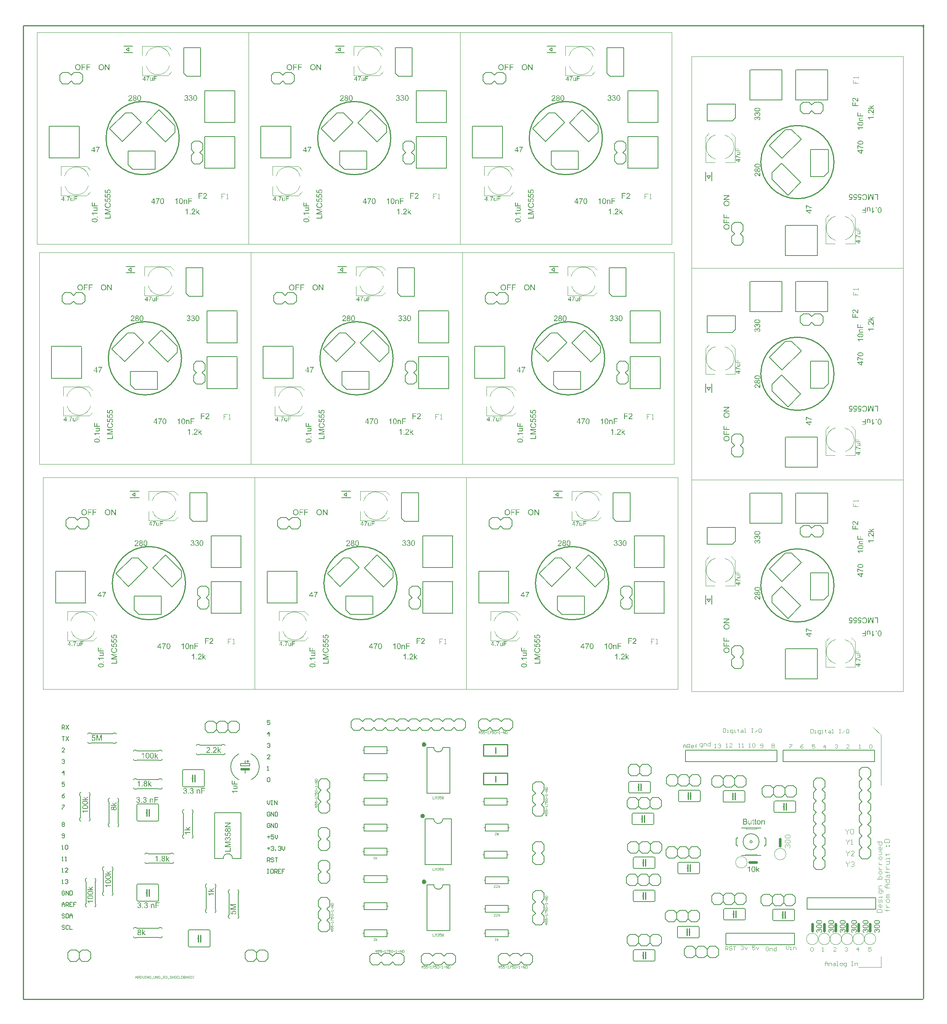
<source format=gko>
G04 Layer_Color=16711935*
%FSLAX43Y43*%
%MOMM*%
G71*
G01*
G75*
%ADD28C,0.610*%
%ADD30C,0.152*%
%ADD31C,0.254*%
%ADD36C,0.069*%
%ADD41C,0.000*%
%ADD42C,0.102*%
%ADD43C,0.203*%
%ADD44C,0.127*%
%ADD45C,0.051*%
%ADD46C,0.086*%
%ADD47C,0.130*%
%ADD48C,0.108*%
%ADD49C,0.041*%
G36*
X969897Y758063D02*
X969724D01*
X969065Y759052D01*
Y758063D01*
X968905D01*
Y759323D01*
X969076D01*
X969737Y758333D01*
Y759323D01*
X969897D01*
Y758063D01*
D02*
G37*
G36*
X922907D02*
X922734D01*
X922075Y759052D01*
Y758063D01*
X921915D01*
Y759323D01*
X922086D01*
X922747Y758333D01*
Y759323D01*
X922907D01*
Y758063D01*
D02*
G37*
G36*
X875917D02*
X875744D01*
X875085Y759052D01*
Y758063D01*
X874925D01*
Y759323D01*
X875096D01*
X875757Y758333D01*
Y759323D01*
X875917D01*
Y758063D01*
D02*
G37*
G36*
X965635Y759174D02*
X964951D01*
Y758784D01*
X965543D01*
Y758635D01*
X964951D01*
Y758063D01*
X964783D01*
Y759323D01*
X965635D01*
Y759174D01*
D02*
G37*
G36*
X964559D02*
X963874D01*
Y758784D01*
X964466D01*
Y758635D01*
X963874D01*
Y758063D01*
X963707D01*
Y759323D01*
X964559D01*
Y759174D01*
D02*
G37*
G36*
X918645D02*
X917961D01*
Y758784D01*
X918553D01*
Y758635D01*
X917961D01*
Y758063D01*
X917793D01*
Y759323D01*
X918645D01*
Y759174D01*
D02*
G37*
G36*
X917569D02*
X916884D01*
Y758784D01*
X917476D01*
Y758635D01*
X916884D01*
Y758063D01*
X916717D01*
Y759323D01*
X917569D01*
Y759174D01*
D02*
G37*
G36*
X871655D02*
X870971D01*
Y758784D01*
X871563D01*
Y758635D01*
X870971D01*
Y758063D01*
X870803D01*
Y759323D01*
X871655D01*
Y759174D01*
D02*
G37*
G36*
X870579D02*
X869894D01*
Y758784D01*
X870486D01*
Y758635D01*
X869894D01*
Y758063D01*
X869727D01*
Y759323D01*
X870579D01*
Y759174D01*
D02*
G37*
G36*
X968118Y759343D02*
X968134D01*
X968151Y759341D01*
X968173Y759338D01*
X968194Y759334D01*
X968242Y759325D01*
X968296Y759310D01*
X968349Y759289D01*
X968377Y759276D01*
X968404Y759261D01*
X968406Y759260D01*
X968409Y759258D01*
X968417Y759252D01*
X968428Y759247D01*
X968438Y759238D01*
X968453Y759227D01*
X968484Y759201D01*
X968517Y759168D01*
X968553Y759128D01*
X968588Y759081D01*
X968617Y759028D01*
Y759026D01*
X968621Y759021D01*
X968624Y759014D01*
X968628Y759003D01*
X968635Y758988D01*
X968641Y758972D01*
X968648Y758952D01*
X968655Y758930D01*
X968661Y758906D01*
X968668Y758881D01*
X968675Y758852D01*
X968681Y758822D01*
X968688Y758759D01*
X968692Y758690D01*
Y758688D01*
Y758680D01*
Y758671D01*
X968690Y758657D01*
Y758640D01*
X968688Y758620D01*
X968684Y758598D01*
X968682Y758575D01*
X968673Y758522D01*
X968659Y758464D01*
X968639Y758405D01*
X968628Y758376D01*
X968613Y758347D01*
Y758345D01*
X968610Y758340D01*
X968606Y758333D01*
X968599Y758322D01*
X968591Y758309D01*
X968582Y758296D01*
X968557Y758262D01*
X968526Y758225D01*
X968489Y758187D01*
X968446Y758150D01*
X968395Y758118D01*
X968393D01*
X968389Y758114D01*
X968380Y758110D01*
X968369Y758105D01*
X968357Y758099D01*
X968342Y758094D01*
X968324Y758087D01*
X968304Y758079D01*
X968282Y758072D01*
X968258Y758065D01*
X968205Y758054D01*
X968149Y758045D01*
X968089Y758041D01*
X968071D01*
X968060Y758043D01*
X968043D01*
X968025Y758047D01*
X968005Y758048D01*
X967981Y758052D01*
X967932Y758063D01*
X967879Y758078D01*
X967825Y758099D01*
X967797Y758112D01*
X967770Y758127D01*
X967768Y758129D01*
X967765Y758130D01*
X967757Y758136D01*
X967746Y758143D01*
X967735Y758150D01*
X967723Y758161D01*
X967692Y758189D01*
X967657Y758221D01*
X967621Y758262D01*
X967588Y758307D01*
X967557Y758360D01*
Y758362D01*
X967553Y758367D01*
X967550Y758374D01*
X967546Y758385D01*
X967541Y758400D01*
X967535Y758416D01*
X967528Y758435D01*
X967522Y758455D01*
X967515Y758478D01*
X967508Y758502D01*
X967497Y758557D01*
X967490Y758613D01*
X967486Y758675D01*
Y758677D01*
Y758679D01*
Y758690D01*
X967488Y758706D01*
Y758728D01*
X967491Y758753D01*
X967495Y758784D01*
X967501Y758819D01*
X967508Y758855D01*
X967515Y758893D01*
X967526Y758934D01*
X967541Y758974D01*
X967557Y759016D01*
X967575Y759056D01*
X967599Y759096D01*
X967624Y759132D01*
X967654Y759167D01*
X967655Y759168D01*
X967661Y759174D01*
X967672Y759183D01*
X967685Y759194D01*
X967701Y759208D01*
X967721Y759223D01*
X967745Y759240D01*
X967772Y759256D01*
X967801Y759272D01*
X967834Y759289D01*
X967870Y759303D01*
X967909Y759318D01*
X967950Y759329D01*
X967994Y759338D01*
X968040Y759343D01*
X968089Y759345D01*
X968105D01*
X968118Y759343D01*
D02*
G37*
G36*
X962911D02*
X962927D01*
X962944Y759341D01*
X962966Y759338D01*
X962987Y759334D01*
X963035Y759325D01*
X963089Y759310D01*
X963142Y759289D01*
X963170Y759276D01*
X963197Y759261D01*
X963199Y759260D01*
X963202Y759258D01*
X963210Y759252D01*
X963221Y759247D01*
X963232Y759238D01*
X963246Y759227D01*
X963277Y759201D01*
X963310Y759168D01*
X963346Y759128D01*
X963381Y759081D01*
X963410Y759028D01*
Y759026D01*
X963414Y759021D01*
X963417Y759014D01*
X963421Y759003D01*
X963428Y758988D01*
X963434Y758972D01*
X963441Y758952D01*
X963448Y758930D01*
X963454Y758906D01*
X963461Y758881D01*
X963468Y758852D01*
X963474Y758822D01*
X963481Y758759D01*
X963485Y758690D01*
Y758688D01*
Y758680D01*
Y758671D01*
X963483Y758657D01*
Y758640D01*
X963481Y758620D01*
X963477Y758598D01*
X963476Y758575D01*
X963466Y758522D01*
X963452Y758464D01*
X963432Y758405D01*
X963421Y758376D01*
X963406Y758347D01*
Y758345D01*
X963403Y758340D01*
X963399Y758333D01*
X963392Y758322D01*
X963384Y758309D01*
X963375Y758296D01*
X963350Y758262D01*
X963319Y758225D01*
X963282Y758187D01*
X963239Y758150D01*
X963188Y758118D01*
X963186D01*
X963182Y758114D01*
X963173Y758110D01*
X963162Y758105D01*
X963150Y758099D01*
X963135Y758094D01*
X963117Y758087D01*
X963097Y758079D01*
X963075Y758072D01*
X963051Y758065D01*
X962998Y758054D01*
X962942Y758045D01*
X962882Y758041D01*
X962864D01*
X962853Y758043D01*
X962836D01*
X962818Y758047D01*
X962798Y758048D01*
X962774Y758052D01*
X962725Y758063D01*
X962672Y758078D01*
X962618Y758099D01*
X962590Y758112D01*
X962563Y758127D01*
X962561Y758129D01*
X962558Y758130D01*
X962550Y758136D01*
X962539Y758143D01*
X962529Y758150D01*
X962516Y758161D01*
X962485Y758189D01*
X962450Y758221D01*
X962414Y758262D01*
X962381Y758307D01*
X962350Y758360D01*
Y758362D01*
X962346Y758367D01*
X962343Y758374D01*
X962339Y758385D01*
X962334Y758400D01*
X962328Y758416D01*
X962321Y758435D01*
X962315Y758455D01*
X962308Y758478D01*
X962301Y758502D01*
X962290Y758557D01*
X962283Y758613D01*
X962279Y758675D01*
Y758677D01*
Y758679D01*
Y758690D01*
X962281Y758706D01*
Y758728D01*
X962284Y758753D01*
X962288Y758784D01*
X962294Y758819D01*
X962301Y758855D01*
X962308Y758893D01*
X962319Y758934D01*
X962334Y758974D01*
X962350Y759016D01*
X962368Y759056D01*
X962392Y759096D01*
X962417Y759132D01*
X962447Y759167D01*
X962448Y759168D01*
X962454Y759174D01*
X962465Y759183D01*
X962478Y759194D01*
X962494Y759208D01*
X962514Y759223D01*
X962538Y759240D01*
X962565Y759256D01*
X962594Y759272D01*
X962627Y759289D01*
X962663Y759303D01*
X962702Y759318D01*
X962743Y759329D01*
X962787Y759338D01*
X962833Y759343D01*
X962882Y759345D01*
X962898D01*
X962911Y759343D01*
D02*
G37*
G36*
X921128D02*
X921144D01*
X921161Y759341D01*
X921183Y759338D01*
X921204Y759334D01*
X921252Y759325D01*
X921306Y759310D01*
X921359Y759289D01*
X921387Y759276D01*
X921414Y759261D01*
X921416Y759260D01*
X921419Y759258D01*
X921427Y759252D01*
X921438Y759247D01*
X921448Y759238D01*
X921463Y759227D01*
X921494Y759201D01*
X921527Y759168D01*
X921563Y759128D01*
X921598Y759081D01*
X921627Y759028D01*
Y759026D01*
X921631Y759021D01*
X921634Y759014D01*
X921638Y759003D01*
X921645Y758988D01*
X921651Y758972D01*
X921658Y758952D01*
X921665Y758930D01*
X921671Y758906D01*
X921678Y758881D01*
X921685Y758852D01*
X921691Y758822D01*
X921698Y758759D01*
X921702Y758690D01*
Y758688D01*
Y758680D01*
Y758671D01*
X921700Y758657D01*
Y758640D01*
X921698Y758620D01*
X921694Y758598D01*
X921693Y758575D01*
X921683Y758522D01*
X921669Y758464D01*
X921649Y758405D01*
X921638Y758376D01*
X921623Y758347D01*
Y758345D01*
X921620Y758340D01*
X921616Y758333D01*
X921609Y758322D01*
X921601Y758309D01*
X921592Y758296D01*
X921567Y758262D01*
X921536Y758225D01*
X921499Y758187D01*
X921456Y758150D01*
X921405Y758118D01*
X921403D01*
X921399Y758114D01*
X921390Y758110D01*
X921379Y758105D01*
X921367Y758099D01*
X921352Y758094D01*
X921334Y758087D01*
X921314Y758079D01*
X921292Y758072D01*
X921268Y758065D01*
X921215Y758054D01*
X921159Y758045D01*
X921099Y758041D01*
X921081D01*
X921070Y758043D01*
X921053D01*
X921035Y758047D01*
X921015Y758048D01*
X920991Y758052D01*
X920942Y758063D01*
X920889Y758078D01*
X920835Y758099D01*
X920807Y758112D01*
X920780Y758127D01*
X920778Y758129D01*
X920775Y758130D01*
X920767Y758136D01*
X920756Y758143D01*
X920745Y758150D01*
X920733Y758161D01*
X920702Y758189D01*
X920667Y758221D01*
X920631Y758262D01*
X920598Y758307D01*
X920567Y758360D01*
Y758362D01*
X920563Y758367D01*
X920560Y758374D01*
X920556Y758385D01*
X920551Y758400D01*
X920545Y758416D01*
X920538Y758435D01*
X920532Y758455D01*
X920525Y758478D01*
X920518Y758502D01*
X920507Y758557D01*
X920500Y758613D01*
X920496Y758675D01*
Y758677D01*
Y758679D01*
Y758690D01*
X920498Y758706D01*
Y758728D01*
X920501Y758753D01*
X920505Y758784D01*
X920511Y758819D01*
X920518Y758855D01*
X920525Y758893D01*
X920536Y758934D01*
X920551Y758974D01*
X920567Y759016D01*
X920585Y759056D01*
X920609Y759096D01*
X920634Y759132D01*
X920664Y759167D01*
X920665Y759168D01*
X920671Y759174D01*
X920682Y759183D01*
X920695Y759194D01*
X920711Y759208D01*
X920731Y759223D01*
X920755Y759240D01*
X920782Y759256D01*
X920811Y759272D01*
X920844Y759289D01*
X920880Y759303D01*
X920919Y759318D01*
X920960Y759329D01*
X921004Y759338D01*
X921050Y759343D01*
X921099Y759345D01*
X921115D01*
X921128Y759343D01*
D02*
G37*
G36*
X915921D02*
X915937D01*
X915954Y759341D01*
X915976Y759338D01*
X915997Y759334D01*
X916045Y759325D01*
X916099Y759310D01*
X916152Y759289D01*
X916180Y759276D01*
X916207Y759261D01*
X916209Y759260D01*
X916212Y759258D01*
X916220Y759252D01*
X916231Y759247D01*
X916241Y759238D01*
X916256Y759227D01*
X916287Y759201D01*
X916320Y759168D01*
X916356Y759128D01*
X916391Y759081D01*
X916420Y759028D01*
Y759026D01*
X916424Y759021D01*
X916427Y759014D01*
X916431Y759003D01*
X916438Y758988D01*
X916444Y758972D01*
X916451Y758952D01*
X916458Y758930D01*
X916464Y758906D01*
X916471Y758881D01*
X916478Y758852D01*
X916484Y758822D01*
X916491Y758759D01*
X916495Y758690D01*
Y758688D01*
Y758680D01*
Y758671D01*
X916493Y758657D01*
Y758640D01*
X916491Y758620D01*
X916487Y758598D01*
X916486Y758575D01*
X916476Y758522D01*
X916462Y758464D01*
X916442Y758405D01*
X916431Y758376D01*
X916416Y758347D01*
Y758345D01*
X916413Y758340D01*
X916409Y758333D01*
X916402Y758322D01*
X916394Y758309D01*
X916385Y758296D01*
X916360Y758262D01*
X916329Y758225D01*
X916292Y758187D01*
X916249Y758150D01*
X916198Y758118D01*
X916196D01*
X916192Y758114D01*
X916183Y758110D01*
X916172Y758105D01*
X916160Y758099D01*
X916145Y758094D01*
X916127Y758087D01*
X916107Y758079D01*
X916085Y758072D01*
X916061Y758065D01*
X916008Y758054D01*
X915952Y758045D01*
X915892Y758041D01*
X915874D01*
X915863Y758043D01*
X915846D01*
X915828Y758047D01*
X915808Y758048D01*
X915784Y758052D01*
X915735Y758063D01*
X915682Y758078D01*
X915628Y758099D01*
X915600Y758112D01*
X915573Y758127D01*
X915571Y758129D01*
X915568Y758130D01*
X915560Y758136D01*
X915549Y758143D01*
X915539Y758150D01*
X915526Y758161D01*
X915495Y758189D01*
X915460Y758221D01*
X915424Y758262D01*
X915391Y758307D01*
X915360Y758360D01*
Y758362D01*
X915356Y758367D01*
X915353Y758374D01*
X915349Y758385D01*
X915344Y758400D01*
X915338Y758416D01*
X915331Y758435D01*
X915325Y758455D01*
X915318Y758478D01*
X915311Y758502D01*
X915300Y758557D01*
X915293Y758613D01*
X915289Y758675D01*
Y758677D01*
Y758679D01*
Y758690D01*
X915291Y758706D01*
Y758728D01*
X915294Y758753D01*
X915298Y758784D01*
X915304Y758819D01*
X915311Y758855D01*
X915318Y758893D01*
X915329Y758934D01*
X915344Y758974D01*
X915360Y759016D01*
X915378Y759056D01*
X915402Y759096D01*
X915427Y759132D01*
X915457Y759167D01*
X915458Y759168D01*
X915464Y759174D01*
X915475Y759183D01*
X915487Y759194D01*
X915504Y759208D01*
X915524Y759223D01*
X915548Y759240D01*
X915575Y759256D01*
X915604Y759272D01*
X915637Y759289D01*
X915673Y759303D01*
X915711Y759318D01*
X915753Y759329D01*
X915797Y759338D01*
X915843Y759343D01*
X915892Y759345D01*
X915908D01*
X915921Y759343D01*
D02*
G37*
G36*
X874138D02*
X874154D01*
X874171Y759341D01*
X874193Y759338D01*
X874214Y759334D01*
X874262Y759325D01*
X874316Y759310D01*
X874369Y759289D01*
X874397Y759276D01*
X874424Y759261D01*
X874426Y759260D01*
X874429Y759258D01*
X874437Y759252D01*
X874448Y759247D01*
X874458Y759238D01*
X874473Y759227D01*
X874504Y759201D01*
X874537Y759168D01*
X874573Y759128D01*
X874608Y759081D01*
X874637Y759028D01*
Y759026D01*
X874641Y759021D01*
X874644Y759014D01*
X874648Y759003D01*
X874655Y758988D01*
X874661Y758972D01*
X874668Y758952D01*
X874675Y758930D01*
X874681Y758906D01*
X874688Y758881D01*
X874695Y758852D01*
X874701Y758822D01*
X874708Y758759D01*
X874712Y758690D01*
Y758688D01*
Y758680D01*
Y758671D01*
X874710Y758657D01*
Y758640D01*
X874708Y758620D01*
X874704Y758598D01*
X874703Y758575D01*
X874693Y758522D01*
X874679Y758464D01*
X874659Y758405D01*
X874648Y758376D01*
X874633Y758347D01*
Y758345D01*
X874630Y758340D01*
X874626Y758333D01*
X874619Y758322D01*
X874611Y758309D01*
X874602Y758296D01*
X874577Y758262D01*
X874546Y758225D01*
X874509Y758187D01*
X874466Y758150D01*
X874415Y758118D01*
X874413D01*
X874409Y758114D01*
X874400Y758110D01*
X874389Y758105D01*
X874377Y758099D01*
X874362Y758094D01*
X874344Y758087D01*
X874324Y758079D01*
X874302Y758072D01*
X874278Y758065D01*
X874225Y758054D01*
X874169Y758045D01*
X874109Y758041D01*
X874091D01*
X874080Y758043D01*
X874063D01*
X874045Y758047D01*
X874025Y758048D01*
X874001Y758052D01*
X873952Y758063D01*
X873899Y758078D01*
X873845Y758099D01*
X873817Y758112D01*
X873790Y758127D01*
X873788Y758129D01*
X873785Y758130D01*
X873777Y758136D01*
X873766Y758143D01*
X873755Y758150D01*
X873743Y758161D01*
X873712Y758189D01*
X873677Y758221D01*
X873641Y758262D01*
X873608Y758307D01*
X873577Y758360D01*
Y758362D01*
X873573Y758367D01*
X873570Y758374D01*
X873566Y758385D01*
X873561Y758400D01*
X873555Y758416D01*
X873548Y758435D01*
X873542Y758455D01*
X873535Y758478D01*
X873528Y758502D01*
X873517Y758557D01*
X873510Y758613D01*
X873506Y758675D01*
Y758677D01*
Y758679D01*
Y758690D01*
X873508Y758706D01*
Y758728D01*
X873511Y758753D01*
X873515Y758784D01*
X873521Y758819D01*
X873528Y758855D01*
X873535Y758893D01*
X873546Y758934D01*
X873561Y758974D01*
X873577Y759016D01*
X873595Y759056D01*
X873619Y759096D01*
X873644Y759132D01*
X873674Y759167D01*
X873675Y759168D01*
X873681Y759174D01*
X873692Y759183D01*
X873705Y759194D01*
X873721Y759208D01*
X873741Y759223D01*
X873765Y759240D01*
X873792Y759256D01*
X873821Y759272D01*
X873854Y759289D01*
X873890Y759303D01*
X873929Y759318D01*
X873970Y759329D01*
X874014Y759338D01*
X874060Y759343D01*
X874109Y759345D01*
X874125D01*
X874138Y759343D01*
D02*
G37*
G36*
X868931D02*
X868947D01*
X868964Y759341D01*
X868986Y759338D01*
X869007Y759334D01*
X869055Y759325D01*
X869109Y759310D01*
X869162Y759289D01*
X869190Y759276D01*
X869217Y759261D01*
X869219Y759260D01*
X869222Y759258D01*
X869230Y759252D01*
X869241Y759247D01*
X869251Y759238D01*
X869266Y759227D01*
X869297Y759201D01*
X869330Y759168D01*
X869366Y759128D01*
X869401Y759081D01*
X869430Y759028D01*
Y759026D01*
X869434Y759021D01*
X869437Y759014D01*
X869441Y759003D01*
X869448Y758988D01*
X869454Y758972D01*
X869461Y758952D01*
X869468Y758930D01*
X869474Y758906D01*
X869481Y758881D01*
X869488Y758852D01*
X869494Y758822D01*
X869501Y758759D01*
X869505Y758690D01*
Y758688D01*
Y758680D01*
Y758671D01*
X869503Y758657D01*
Y758640D01*
X869501Y758620D01*
X869497Y758598D01*
X869496Y758575D01*
X869486Y758522D01*
X869472Y758464D01*
X869452Y758405D01*
X869441Y758376D01*
X869426Y758347D01*
Y758345D01*
X869423Y758340D01*
X869419Y758333D01*
X869412Y758322D01*
X869404Y758309D01*
X869395Y758296D01*
X869370Y758262D01*
X869339Y758225D01*
X869302Y758187D01*
X869259Y758150D01*
X869208Y758118D01*
X869206D01*
X869202Y758114D01*
X869193Y758110D01*
X869182Y758105D01*
X869169Y758099D01*
X869155Y758094D01*
X869137Y758087D01*
X869117Y758079D01*
X869095Y758072D01*
X869071Y758065D01*
X869018Y758054D01*
X868962Y758045D01*
X868902Y758041D01*
X868884D01*
X868873Y758043D01*
X868856D01*
X868838Y758047D01*
X868818Y758048D01*
X868794Y758052D01*
X868745Y758063D01*
X868692Y758078D01*
X868638Y758099D01*
X868610Y758112D01*
X868583Y758127D01*
X868581Y758129D01*
X868578Y758130D01*
X868570Y758136D01*
X868559Y758143D01*
X868549Y758150D01*
X868536Y758161D01*
X868505Y758189D01*
X868470Y758221D01*
X868434Y758262D01*
X868401Y758307D01*
X868370Y758360D01*
Y758362D01*
X868366Y758367D01*
X868363Y758374D01*
X868359Y758385D01*
X868354Y758400D01*
X868348Y758416D01*
X868341Y758435D01*
X868335Y758455D01*
X868328Y758478D01*
X868321Y758502D01*
X868310Y758557D01*
X868303Y758613D01*
X868299Y758675D01*
Y758677D01*
Y758679D01*
Y758690D01*
X868301Y758706D01*
Y758728D01*
X868304Y758753D01*
X868308Y758784D01*
X868314Y758819D01*
X868321Y758855D01*
X868328Y758893D01*
X868339Y758934D01*
X868354Y758974D01*
X868370Y759016D01*
X868388Y759056D01*
X868412Y759096D01*
X868437Y759132D01*
X868467Y759167D01*
X868468Y759168D01*
X868474Y759174D01*
X868485Y759183D01*
X868497Y759194D01*
X868514Y759208D01*
X868534Y759223D01*
X868558Y759240D01*
X868585Y759256D01*
X868614Y759272D01*
X868647Y759289D01*
X868683Y759303D01*
X868721Y759318D01*
X868763Y759329D01*
X868807Y759338D01*
X868853Y759343D01*
X868902Y759345D01*
X868918D01*
X868931Y759343D01*
D02*
G37*
G36*
X979502Y755650D02*
X979391D01*
Y755756D01*
X979389Y755755D01*
X979386Y755751D01*
X979382Y755745D01*
X979375Y755737D01*
X979366Y755729D01*
X979356Y755717D01*
X979344Y755707D01*
X979329Y755695D01*
X979313Y755684D01*
X979296Y755673D01*
X979277Y755663D01*
X979257Y755653D01*
X979233Y755646D01*
X979210Y755640D01*
X979184Y755635D01*
X979157Y755634D01*
X979147D01*
X979134Y755635D01*
X979118Y755637D01*
X979099Y755640D01*
X979079Y755644D01*
X979058Y755650D01*
X979036Y755659D01*
X979034Y755660D01*
X979028Y755663D01*
X979017Y755669D01*
X979006Y755676D01*
X978991Y755685D01*
X978978Y755695D01*
X978965Y755707D01*
X978953Y755720D01*
X978952Y755721D01*
X978949Y755727D01*
X978945Y755735D01*
X978939Y755746D01*
X978931Y755759D01*
X978926Y755775D01*
X978920Y755793D01*
X978915Y755812D01*
Y755813D01*
X978914Y755819D01*
X978912Y755828D01*
Y755840D01*
X978911Y755857D01*
X978910Y755876D01*
X978908Y755901D01*
Y755928D01*
Y756382D01*
X979032D01*
Y755975D01*
Y755974D01*
Y755971D01*
Y755966D01*
Y755959D01*
Y755943D01*
X979034Y755923D01*
Y755901D01*
X979035Y755879D01*
X979036Y755860D01*
X979039Y755844D01*
Y755842D01*
X979042Y755837D01*
X979045Y755828D01*
X979050Y755816D01*
X979057Y755805D01*
X979066Y755791D01*
X979076Y755780D01*
X979089Y755768D01*
X979090Y755767D01*
X979096Y755764D01*
X979104Y755759D01*
X979115Y755755D01*
X979128Y755749D01*
X979144Y755745D01*
X979162Y755742D01*
X979182Y755740D01*
X979192D01*
X979203Y755742D01*
X979216Y755743D01*
X979232Y755748D01*
X979249Y755752D01*
X979268Y755759D01*
X979287Y755768D01*
X979290Y755770D01*
X979296Y755774D01*
X979305Y755780D01*
X979315Y755789D01*
X979327Y755800D01*
X979338Y755813D01*
X979348Y755828D01*
X979357Y755845D01*
X979359Y755848D01*
X979360Y755854D01*
X979363Y755866D01*
X979367Y755882D01*
X979372Y755902D01*
X979375Y755927D01*
X979376Y755956D01*
X979378Y755990D01*
Y756382D01*
X979502D01*
Y755650D01*
D02*
G37*
G36*
X932512D02*
X932401D01*
Y755756D01*
X932399Y755755D01*
X932396Y755751D01*
X932392Y755745D01*
X932385Y755737D01*
X932376Y755729D01*
X932366Y755717D01*
X932354Y755707D01*
X932339Y755695D01*
X932323Y755684D01*
X932306Y755673D01*
X932287Y755663D01*
X932267Y755653D01*
X932243Y755646D01*
X932220Y755640D01*
X932194Y755635D01*
X932167Y755634D01*
X932157D01*
X932144Y755635D01*
X932128Y755637D01*
X932109Y755640D01*
X932089Y755644D01*
X932068Y755650D01*
X932046Y755659D01*
X932044Y755660D01*
X932038Y755663D01*
X932027Y755669D01*
X932016Y755676D01*
X932001Y755685D01*
X931988Y755695D01*
X931975Y755707D01*
X931963Y755720D01*
X931962Y755721D01*
X931959Y755727D01*
X931955Y755735D01*
X931949Y755746D01*
X931941Y755759D01*
X931936Y755775D01*
X931930Y755793D01*
X931925Y755812D01*
Y755813D01*
X931924Y755819D01*
X931922Y755828D01*
Y755840D01*
X931921Y755857D01*
X931920Y755876D01*
X931918Y755901D01*
Y755928D01*
Y756382D01*
X932042D01*
Y755975D01*
Y755974D01*
Y755971D01*
Y755966D01*
Y755959D01*
Y755943D01*
X932044Y755923D01*
Y755901D01*
X932045Y755879D01*
X932046Y755860D01*
X932049Y755844D01*
Y755842D01*
X932052Y755837D01*
X932055Y755828D01*
X932060Y755816D01*
X932067Y755805D01*
X932076Y755791D01*
X932086Y755780D01*
X932099Y755768D01*
X932100Y755767D01*
X932106Y755764D01*
X932113Y755759D01*
X932125Y755755D01*
X932138Y755749D01*
X932154Y755745D01*
X932172Y755742D01*
X932192Y755740D01*
X932202D01*
X932213Y755742D01*
X932226Y755743D01*
X932242Y755748D01*
X932259Y755752D01*
X932278Y755759D01*
X932297Y755768D01*
X932300Y755770D01*
X932306Y755774D01*
X932315Y755780D01*
X932325Y755789D01*
X932337Y755800D01*
X932348Y755813D01*
X932358Y755828D01*
X932367Y755845D01*
X932369Y755848D01*
X932370Y755854D01*
X932373Y755866D01*
X932377Y755882D01*
X932382Y755902D01*
X932385Y755927D01*
X932386Y755956D01*
X932388Y755990D01*
Y756382D01*
X932512D01*
Y755650D01*
D02*
G37*
G36*
X885521D02*
X885411D01*
Y755756D01*
X885409Y755755D01*
X885406Y755751D01*
X885402Y755745D01*
X885395Y755737D01*
X885386Y755729D01*
X885376Y755717D01*
X885364Y755707D01*
X885349Y755695D01*
X885333Y755684D01*
X885316Y755673D01*
X885297Y755663D01*
X885277Y755653D01*
X885253Y755646D01*
X885230Y755640D01*
X885204Y755635D01*
X885177Y755634D01*
X885167D01*
X885154Y755635D01*
X885138Y755637D01*
X885119Y755640D01*
X885099Y755644D01*
X885078Y755650D01*
X885056Y755659D01*
X885054Y755660D01*
X885048Y755663D01*
X885037Y755669D01*
X885026Y755676D01*
X885011Y755685D01*
X884998Y755695D01*
X884985Y755707D01*
X884973Y755720D01*
X884972Y755721D01*
X884969Y755727D01*
X884965Y755735D01*
X884959Y755746D01*
X884951Y755759D01*
X884946Y755775D01*
X884940Y755793D01*
X884935Y755812D01*
Y755813D01*
X884934Y755819D01*
X884932Y755828D01*
Y755840D01*
X884931Y755857D01*
X884930Y755876D01*
X884928Y755901D01*
Y755928D01*
Y756382D01*
X885052D01*
Y755975D01*
Y755974D01*
Y755971D01*
Y755966D01*
Y755959D01*
Y755943D01*
X885054Y755923D01*
Y755901D01*
X885055Y755879D01*
X885056Y755860D01*
X885059Y755844D01*
Y755842D01*
X885062Y755837D01*
X885065Y755828D01*
X885070Y755816D01*
X885077Y755805D01*
X885086Y755791D01*
X885096Y755780D01*
X885109Y755768D01*
X885110Y755767D01*
X885116Y755764D01*
X885123Y755759D01*
X885135Y755755D01*
X885148Y755749D01*
X885164Y755745D01*
X885182Y755742D01*
X885202Y755740D01*
X885212D01*
X885223Y755742D01*
X885236Y755743D01*
X885252Y755748D01*
X885269Y755752D01*
X885288Y755759D01*
X885307Y755768D01*
X885310Y755770D01*
X885316Y755774D01*
X885325Y755780D01*
X885335Y755789D01*
X885347Y755800D01*
X885358Y755813D01*
X885368Y755828D01*
X885377Y755845D01*
X885379Y755848D01*
X885380Y755854D01*
X885383Y755866D01*
X885387Y755882D01*
X885392Y755902D01*
X885395Y755927D01*
X885396Y755956D01*
X885398Y755990D01*
Y756382D01*
X885521D01*
Y755650D01*
D02*
G37*
G36*
X980400Y756539D02*
X979851D01*
Y756227D01*
X980325D01*
Y756108D01*
X979851D01*
Y755650D01*
X979717D01*
Y756659D01*
X980400D01*
Y756539D01*
D02*
G37*
G36*
X978754Y756548D02*
X978752Y756547D01*
X978749Y756544D01*
X978743Y756538D01*
X978738Y756529D01*
X978729Y756519D01*
X978717Y756507D01*
X978705Y756493D01*
X978692Y756475D01*
X978679Y756458D01*
X978663Y756437D01*
X978647Y756414D01*
X978631Y756391D01*
X978614Y756364D01*
X978596Y756337D01*
X978579Y756306D01*
X978561Y756275D01*
X978560Y756274D01*
X978557Y756268D01*
X978552Y756259D01*
X978545Y756246D01*
X978538Y756230D01*
X978529Y756213D01*
X978519Y756192D01*
X978509Y756169D01*
X978497Y756143D01*
X978484Y756117D01*
X978472Y756087D01*
X978461Y756057D01*
X978437Y755994D01*
X978415Y755927D01*
Y755926D01*
X978414Y755921D01*
X978412Y755914D01*
X978409Y755905D01*
X978407Y755893D01*
X978404Y755879D01*
X978399Y755863D01*
X978396Y755845D01*
X978392Y755825D01*
X978388Y755803D01*
X978380Y755756D01*
X978373Y755705D01*
X978369Y755650D01*
X978242D01*
Y755651D01*
Y755656D01*
Y755662D01*
X978243Y755670D01*
Y755682D01*
X978245Y755697D01*
X978246Y755713D01*
X978248Y755730D01*
X978251Y755751D01*
X978253Y755771D01*
X978258Y755796D01*
X978262Y755821D01*
X978267Y755847D01*
X978272Y755876D01*
X978287Y755936D01*
Y755937D01*
X978289Y755943D01*
X978291Y755952D01*
X978296Y755965D01*
X978300Y755979D01*
X978306Y755997D01*
X978312Y756017D01*
X978321Y756039D01*
X978329Y756064D01*
X978338Y756089D01*
X978360Y756144D01*
X978386Y756203D01*
X978415Y756261D01*
X978417Y756262D01*
X978420Y756268D01*
X978424Y756275D01*
X978430Y756287D01*
X978437Y756300D01*
X978447Y756316D01*
X978458Y756334D01*
X978469Y756353D01*
X978497Y756395D01*
X978526Y756439D01*
X978560Y756484D01*
X978595Y756526D01*
X978100D01*
Y756646D01*
X978754D01*
Y756548D01*
D02*
G37*
G36*
X977828Y756006D02*
X977965D01*
Y755892D01*
X977828D01*
Y755650D01*
X977704D01*
Y755892D01*
X977265D01*
Y756006D01*
X977727Y756659D01*
X977828D01*
Y756006D01*
D02*
G37*
G36*
X933410Y756539D02*
X932861D01*
Y756227D01*
X933335D01*
Y756108D01*
X932861D01*
Y755650D01*
X932727D01*
Y756659D01*
X933410D01*
Y756539D01*
D02*
G37*
G36*
X931764Y756548D02*
X931762Y756547D01*
X931759Y756544D01*
X931753Y756538D01*
X931748Y756529D01*
X931739Y756519D01*
X931727Y756507D01*
X931715Y756493D01*
X931702Y756475D01*
X931689Y756458D01*
X931673Y756437D01*
X931657Y756414D01*
X931641Y756391D01*
X931624Y756364D01*
X931606Y756337D01*
X931589Y756306D01*
X931571Y756275D01*
X931570Y756274D01*
X931567Y756268D01*
X931562Y756259D01*
X931555Y756246D01*
X931548Y756230D01*
X931539Y756213D01*
X931529Y756192D01*
X931519Y756169D01*
X931507Y756143D01*
X931494Y756117D01*
X931482Y756087D01*
X931471Y756057D01*
X931447Y755994D01*
X931425Y755927D01*
Y755926D01*
X931424Y755921D01*
X931422Y755914D01*
X931419Y755905D01*
X931417Y755893D01*
X931414Y755879D01*
X931409Y755863D01*
X931406Y755845D01*
X931402Y755825D01*
X931398Y755803D01*
X931390Y755756D01*
X931383Y755705D01*
X931379Y755650D01*
X931252D01*
Y755651D01*
Y755656D01*
Y755662D01*
X931253Y755670D01*
Y755682D01*
X931255Y755697D01*
X931256Y755713D01*
X931258Y755730D01*
X931261Y755751D01*
X931263Y755771D01*
X931268Y755796D01*
X931272Y755821D01*
X931277Y755847D01*
X931282Y755876D01*
X931297Y755936D01*
Y755937D01*
X931298Y755943D01*
X931301Y755952D01*
X931306Y755965D01*
X931310Y755979D01*
X931316Y755997D01*
X931322Y756017D01*
X931331Y756039D01*
X931339Y756064D01*
X931348Y756089D01*
X931370Y756144D01*
X931396Y756203D01*
X931425Y756261D01*
X931427Y756262D01*
X931430Y756268D01*
X931434Y756275D01*
X931440Y756287D01*
X931447Y756300D01*
X931457Y756316D01*
X931468Y756334D01*
X931479Y756353D01*
X931507Y756395D01*
X931536Y756439D01*
X931570Y756484D01*
X931605Y756526D01*
X931110D01*
Y756646D01*
X931764D01*
Y756548D01*
D02*
G37*
G36*
X930838Y756006D02*
X930975D01*
Y755892D01*
X930838D01*
Y755650D01*
X930714D01*
Y755892D01*
X930275D01*
Y756006D01*
X930737Y756659D01*
X930838D01*
Y756006D01*
D02*
G37*
G36*
X886420Y756539D02*
X885871D01*
Y756227D01*
X886345D01*
Y756108D01*
X885871D01*
Y755650D01*
X885737D01*
Y756659D01*
X886420D01*
Y756539D01*
D02*
G37*
G36*
X884774Y756548D02*
X884772Y756547D01*
X884769Y756544D01*
X884763Y756538D01*
X884758Y756529D01*
X884749Y756519D01*
X884737Y756507D01*
X884725Y756493D01*
X884712Y756475D01*
X884699Y756458D01*
X884683Y756437D01*
X884667Y756414D01*
X884651Y756391D01*
X884634Y756364D01*
X884616Y756337D01*
X884599Y756306D01*
X884581Y756275D01*
X884580Y756274D01*
X884577Y756268D01*
X884572Y756259D01*
X884565Y756246D01*
X884558Y756230D01*
X884549Y756213D01*
X884539Y756192D01*
X884529Y756169D01*
X884517Y756143D01*
X884504Y756117D01*
X884492Y756087D01*
X884481Y756057D01*
X884457Y755994D01*
X884435Y755927D01*
Y755926D01*
X884434Y755921D01*
X884432Y755914D01*
X884430Y755905D01*
X884427Y755893D01*
X884424Y755879D01*
X884419Y755863D01*
X884416Y755845D01*
X884412Y755825D01*
X884408Y755803D01*
X884400Y755756D01*
X884393Y755705D01*
X884389Y755650D01*
X884262D01*
Y755651D01*
Y755656D01*
Y755662D01*
X884263Y755670D01*
Y755682D01*
X884265Y755697D01*
X884266Y755713D01*
X884268Y755730D01*
X884271Y755751D01*
X884273Y755771D01*
X884278Y755796D01*
X884282Y755821D01*
X884287Y755847D01*
X884292Y755876D01*
X884307Y755936D01*
Y755937D01*
X884308Y755943D01*
X884311Y755952D01*
X884316Y755965D01*
X884320Y755979D01*
X884326Y755997D01*
X884332Y756017D01*
X884341Y756039D01*
X884349Y756064D01*
X884358Y756089D01*
X884380Y756144D01*
X884406Y756203D01*
X884435Y756261D01*
X884437Y756262D01*
X884440Y756268D01*
X884444Y756275D01*
X884450Y756287D01*
X884457Y756300D01*
X884467Y756316D01*
X884478Y756334D01*
X884489Y756353D01*
X884517Y756395D01*
X884546Y756439D01*
X884580Y756484D01*
X884615Y756526D01*
X884120D01*
Y756646D01*
X884774D01*
Y756548D01*
D02*
G37*
G36*
X883848Y756006D02*
X883985D01*
Y755892D01*
X883848D01*
Y755650D01*
X883724D01*
Y755892D01*
X883285D01*
Y756006D01*
X883747Y756659D01*
X883848D01*
Y756006D01*
D02*
G37*
G36*
X987960Y752495D02*
X987984Y752491D01*
X988013Y752486D01*
X988046Y752477D01*
X988079Y752466D01*
X988112Y752451D01*
X988113D01*
X988115Y752450D01*
X988126Y752444D01*
X988143Y752433D01*
X988161Y752420D01*
X988183Y752402D01*
X988205Y752382D01*
X988226Y752358D01*
X988245Y752331D01*
X988246Y752327D01*
X988252Y752318D01*
X988259Y752302D01*
X988268Y752282D01*
X988277Y752258D01*
X988285Y752231D01*
X988290Y752200D01*
X988292Y752169D01*
Y752165D01*
Y752154D01*
X988290Y752140D01*
X988286Y752120D01*
X988281Y752096D01*
X988272Y752071D01*
X988261Y752045D01*
X988246Y752020D01*
X988245Y752016D01*
X988239Y752009D01*
X988228Y751996D01*
X988214Y751981D01*
X988195Y751965D01*
X988174Y751947D01*
X988148Y751930D01*
X988117Y751914D01*
X988119D01*
X988123Y751912D01*
X988128Y751910D01*
X988135Y751909D01*
X988155Y751901D01*
X988181Y751890D01*
X988210Y751876D01*
X988239Y751858D01*
X988266Y751834D01*
X988292Y751807D01*
X988294Y751803D01*
X988301Y751792D01*
X988312Y751774D01*
X988323Y751750D01*
X988334Y751721D01*
X988345Y751686D01*
X988352Y751646D01*
X988354Y751603D01*
Y751601D01*
Y751595D01*
Y751586D01*
X988352Y751575D01*
X988350Y751561D01*
X988347Y751544D01*
X988343Y751526D01*
X988339Y751506D01*
X988325Y751462D01*
X988314Y751439D01*
X988303Y751417D01*
X988288Y751393D01*
X988272Y751370D01*
X988254Y751346D01*
X988232Y751324D01*
X988230Y751322D01*
X988226Y751319D01*
X988219Y751313D01*
X988210Y751306D01*
X988199Y751297D01*
X988185Y751288D01*
X988168Y751277D01*
X988148Y751268D01*
X988128Y751257D01*
X988104Y751246D01*
X988081Y751237D01*
X988053Y751227D01*
X988024Y751220D01*
X987993Y751215D01*
X987962Y751211D01*
X987928Y751209D01*
X987911D01*
X987900Y751211D01*
X987886Y751213D01*
X987869Y751215D01*
X987851Y751218D01*
X987831Y751222D01*
X987787Y751233D01*
X987742Y751251D01*
X987718Y751262D01*
X987696Y751275D01*
X987675Y751291D01*
X987653Y751308D01*
X987651Y751309D01*
X987647Y751313D01*
X987642Y751319D01*
X987636Y751326D01*
X987627Y751335D01*
X987618Y751348D01*
X987607Y751360D01*
X987596Y751377D01*
X987585Y751395D01*
X987574Y751413D01*
X987554Y751457D01*
X987538Y751508D01*
X987532Y751535D01*
X987529Y751564D01*
X987684Y751584D01*
Y751583D01*
X987685Y751579D01*
X987687Y751572D01*
X987689Y751563D01*
X987691Y751552D01*
X987695Y751539D01*
X987704Y751512D01*
X987716Y751479D01*
X987733Y751448D01*
X987751Y751419D01*
X987773Y751393D01*
X987777Y751391D01*
X987784Y751384D01*
X987798Y751375D01*
X987817Y751366D01*
X987838Y751355D01*
X987866Y751346D01*
X987897Y751339D01*
X987930Y751337D01*
X987940D01*
X987948Y751339D01*
X987968Y751340D01*
X987993Y751346D01*
X988022Y751355D01*
X988053Y751368D01*
X988084Y751386D01*
X988113Y751411D01*
X988117Y751415D01*
X988126Y751426D01*
X988137Y751442D01*
X988152Y751464D01*
X988166Y751492D01*
X988177Y751523D01*
X988186Y751559D01*
X988190Y751599D01*
Y751601D01*
Y751604D01*
Y751610D01*
X988188Y751617D01*
X988186Y751637D01*
X988181Y751661D01*
X988174Y751690D01*
X988161Y751719D01*
X988143Y751748D01*
X988119Y751776D01*
X988115Y751779D01*
X988106Y751787D01*
X988092Y751798D01*
X988072Y751810D01*
X988046Y751823D01*
X988015Y751834D01*
X987981Y751841D01*
X987942Y751845D01*
X987926D01*
X987913Y751843D01*
X987897Y751841D01*
X987879Y751838D01*
X987857Y751834D01*
X987833Y751828D01*
X987851Y751965D01*
X987860D01*
X987868Y751963D01*
X987891D01*
X987911Y751967D01*
X987935Y751971D01*
X987962Y751976D01*
X987993Y751985D01*
X988022Y751998D01*
X988053Y752014D01*
X988055D01*
X988057Y752016D01*
X988066Y752023D01*
X988079Y752036D01*
X988093Y752052D01*
X988108Y752076D01*
X988121Y752103D01*
X988130Y752134D01*
X988133Y752153D01*
Y752173D01*
Y752174D01*
Y752176D01*
Y752187D01*
X988130Y752202D01*
X988126Y752222D01*
X988119Y752244D01*
X988110Y752267D01*
X988095Y752291D01*
X988075Y752313D01*
X988073Y752315D01*
X988064Y752322D01*
X988052Y752331D01*
X988035Y752342D01*
X988013Y752351D01*
X987988Y752360D01*
X987959Y752368D01*
X987926Y752369D01*
X987911D01*
X987895Y752366D01*
X987873Y752362D01*
X987849Y752355D01*
X987826Y752346D01*
X987800Y752331D01*
X987777Y752313D01*
X987775Y752311D01*
X987767Y752302D01*
X987756Y752289D01*
X987744Y752271D01*
X987731Y752247D01*
X987718Y752218D01*
X987707Y752184D01*
X987700Y752144D01*
X987545Y752171D01*
Y752173D01*
X987547Y752178D01*
X987549Y752185D01*
X987551Y752196D01*
X987554Y752209D01*
X987560Y752224D01*
X987571Y752258D01*
X987589Y752298D01*
X987611Y752338D01*
X987638Y752377D01*
X987673Y752411D01*
X987675Y752413D01*
X987678Y752415D01*
X987684Y752419D01*
X987691Y752424D01*
X987700Y752431D01*
X987713Y752439D01*
X987726Y752446D01*
X987742Y752455D01*
X987778Y752470D01*
X987820Y752484D01*
X987869Y752493D01*
X987895Y752497D01*
X987940D01*
X987960Y752495D01*
D02*
G37*
G36*
X986981D02*
X987004Y752491D01*
X987034Y752486D01*
X987066Y752477D01*
X987099Y752466D01*
X987132Y752451D01*
X987134D01*
X987135Y752450D01*
X987146Y752444D01*
X987163Y752433D01*
X987181Y752420D01*
X987203Y752402D01*
X987225Y752382D01*
X987247Y752358D01*
X987265Y752331D01*
X987267Y752327D01*
X987272Y752318D01*
X987279Y752302D01*
X987288Y752282D01*
X987298Y752258D01*
X987305Y752231D01*
X987310Y752200D01*
X987312Y752169D01*
Y752165D01*
Y752154D01*
X987310Y752140D01*
X987307Y752120D01*
X987301Y752096D01*
X987292Y752071D01*
X987281Y752045D01*
X987267Y752020D01*
X987265Y752016D01*
X987259Y752009D01*
X987248Y751996D01*
X987234Y751981D01*
X987216Y751965D01*
X987194Y751947D01*
X987168Y751930D01*
X987137Y751914D01*
X987139D01*
X987143Y751912D01*
X987148Y751910D01*
X987156Y751909D01*
X987176Y751901D01*
X987201Y751890D01*
X987230Y751876D01*
X987259Y751858D01*
X987287Y751834D01*
X987312Y751807D01*
X987314Y751803D01*
X987321Y751792D01*
X987332Y751774D01*
X987343Y751750D01*
X987354Y751721D01*
X987365Y751686D01*
X987372Y751646D01*
X987374Y751603D01*
Y751601D01*
Y751595D01*
Y751586D01*
X987372Y751575D01*
X987370Y751561D01*
X987367Y751544D01*
X987363Y751526D01*
X987359Y751506D01*
X987345Y751462D01*
X987334Y751439D01*
X987323Y751417D01*
X987308Y751393D01*
X987292Y751370D01*
X987274Y751346D01*
X987252Y751324D01*
X987250Y751322D01*
X987247Y751319D01*
X987239Y751313D01*
X987230Y751306D01*
X987219Y751297D01*
X987205Y751288D01*
X987188Y751277D01*
X987168Y751268D01*
X987148Y751257D01*
X987125Y751246D01*
X987101Y751237D01*
X987074Y751227D01*
X987044Y751220D01*
X987013Y751215D01*
X986982Y751211D01*
X986948Y751209D01*
X986932D01*
X986921Y751211D01*
X986906Y751213D01*
X986890Y751215D01*
X986871Y751218D01*
X986851Y751222D01*
X986808Y751233D01*
X986762Y751251D01*
X986738Y751262D01*
X986717Y751275D01*
X986695Y751291D01*
X986673Y751308D01*
X986671Y751309D01*
X986667Y751313D01*
X986662Y751319D01*
X986656Y751326D01*
X986647Y751335D01*
X986638Y751348D01*
X986627Y751360D01*
X986616Y751377D01*
X986606Y751395D01*
X986595Y751413D01*
X986575Y751457D01*
X986558Y751508D01*
X986553Y751535D01*
X986549Y751564D01*
X986704Y751584D01*
Y751583D01*
X986706Y751579D01*
X986708Y751572D01*
X986709Y751563D01*
X986711Y751552D01*
X986715Y751539D01*
X986724Y751512D01*
X986737Y751479D01*
X986753Y751448D01*
X986771Y751419D01*
X986793Y751393D01*
X986797Y751391D01*
X986804Y751384D01*
X986819Y751375D01*
X986837Y751366D01*
X986859Y751355D01*
X986886Y751346D01*
X986917Y751339D01*
X986950Y751337D01*
X986961D01*
X986968Y751339D01*
X986988Y751340D01*
X987013Y751346D01*
X987043Y751355D01*
X987074Y751368D01*
X987104Y751386D01*
X987134Y751411D01*
X987137Y751415D01*
X987146Y751426D01*
X987157Y751442D01*
X987172Y751464D01*
X987186Y751492D01*
X987197Y751523D01*
X987206Y751559D01*
X987210Y751599D01*
Y751601D01*
Y751604D01*
Y751610D01*
X987208Y751617D01*
X987206Y751637D01*
X987201Y751661D01*
X987194Y751690D01*
X987181Y751719D01*
X987163Y751748D01*
X987139Y751776D01*
X987135Y751779D01*
X987126Y751787D01*
X987112Y751798D01*
X987092Y751810D01*
X987066Y751823D01*
X987035Y751834D01*
X987001Y751841D01*
X986962Y751845D01*
X986946D01*
X986933Y751843D01*
X986917Y751841D01*
X986899Y751838D01*
X986877Y751834D01*
X986853Y751828D01*
X986871Y751965D01*
X986880D01*
X986888Y751963D01*
X986911D01*
X986932Y751967D01*
X986955Y751971D01*
X986982Y751976D01*
X987013Y751985D01*
X987043Y751998D01*
X987074Y752014D01*
X987075D01*
X987077Y752016D01*
X987086Y752023D01*
X987099Y752036D01*
X987114Y752052D01*
X987128Y752076D01*
X987141Y752103D01*
X987150Y752134D01*
X987154Y752153D01*
Y752173D01*
Y752174D01*
Y752176D01*
Y752187D01*
X987150Y752202D01*
X987146Y752222D01*
X987139Y752244D01*
X987130Y752267D01*
X987115Y752291D01*
X987095Y752313D01*
X987094Y752315D01*
X987084Y752322D01*
X987072Y752331D01*
X987055Y752342D01*
X987034Y752351D01*
X987008Y752360D01*
X986979Y752368D01*
X986946Y752369D01*
X986932D01*
X986915Y752366D01*
X986893Y752362D01*
X986870Y752355D01*
X986846Y752346D01*
X986820Y752331D01*
X986797Y752313D01*
X986795Y752311D01*
X986788Y752302D01*
X986777Y752289D01*
X986764Y752271D01*
X986751Y752247D01*
X986738Y752218D01*
X986728Y752184D01*
X986720Y752144D01*
X986565Y752171D01*
Y752173D01*
X986567Y752178D01*
X986569Y752185D01*
X986571Y752196D01*
X986575Y752209D01*
X986580Y752224D01*
X986591Y752258D01*
X986609Y752298D01*
X986631Y752338D01*
X986658Y752377D01*
X986693Y752411D01*
X986695Y752413D01*
X986698Y752415D01*
X986704Y752419D01*
X986711Y752424D01*
X986720Y752431D01*
X986733Y752439D01*
X986746Y752446D01*
X986762Y752455D01*
X986799Y752470D01*
X986840Y752484D01*
X986890Y752493D01*
X986915Y752497D01*
X986961D01*
X986981Y752495D01*
D02*
G37*
G36*
X940970D02*
X940994Y752491D01*
X941023Y752486D01*
X941056Y752477D01*
X941089Y752466D01*
X941122Y752451D01*
X941123D01*
X941125Y752450D01*
X941136Y752444D01*
X941153Y752433D01*
X941171Y752420D01*
X941193Y752402D01*
X941215Y752382D01*
X941236Y752358D01*
X941255Y752331D01*
X941256Y752327D01*
X941262Y752318D01*
X941269Y752302D01*
X941278Y752282D01*
X941287Y752258D01*
X941295Y752231D01*
X941300Y752200D01*
X941302Y752169D01*
Y752165D01*
Y752154D01*
X941300Y752140D01*
X941296Y752120D01*
X941291Y752096D01*
X941282Y752071D01*
X941271Y752045D01*
X941256Y752020D01*
X941255Y752016D01*
X941249Y752009D01*
X941238Y751996D01*
X941224Y751981D01*
X941205Y751965D01*
X941184Y751947D01*
X941158Y751930D01*
X941127Y751914D01*
X941129D01*
X941133Y751912D01*
X941138Y751910D01*
X941145Y751909D01*
X941165Y751901D01*
X941191Y751890D01*
X941220Y751876D01*
X941249Y751858D01*
X941276Y751834D01*
X941302Y751807D01*
X941304Y751803D01*
X941311Y751792D01*
X941322Y751774D01*
X941333Y751750D01*
X941344Y751721D01*
X941355Y751686D01*
X941362Y751646D01*
X941364Y751603D01*
Y751601D01*
Y751595D01*
Y751586D01*
X941362Y751575D01*
X941360Y751561D01*
X941357Y751544D01*
X941353Y751526D01*
X941349Y751506D01*
X941335Y751462D01*
X941324Y751439D01*
X941313Y751417D01*
X941298Y751393D01*
X941282Y751370D01*
X941264Y751346D01*
X941242Y751324D01*
X941240Y751322D01*
X941236Y751319D01*
X941229Y751313D01*
X941220Y751306D01*
X941209Y751297D01*
X941194Y751288D01*
X941178Y751277D01*
X941158Y751268D01*
X941138Y751257D01*
X941114Y751246D01*
X941091Y751237D01*
X941063Y751227D01*
X941034Y751220D01*
X941003Y751215D01*
X940972Y751211D01*
X940938Y751209D01*
X940921D01*
X940910Y751211D01*
X940896Y751213D01*
X940879Y751215D01*
X940861Y751218D01*
X940841Y751222D01*
X940797Y751233D01*
X940752Y751251D01*
X940728Y751262D01*
X940706Y751275D01*
X940685Y751291D01*
X940663Y751308D01*
X940661Y751309D01*
X940657Y751313D01*
X940652Y751319D01*
X940646Y751326D01*
X940637Y751335D01*
X940628Y751348D01*
X940617Y751360D01*
X940606Y751377D01*
X940595Y751395D01*
X940584Y751413D01*
X940564Y751457D01*
X940548Y751508D01*
X940542Y751535D01*
X940539Y751564D01*
X940694Y751584D01*
Y751583D01*
X940695Y751579D01*
X940697Y751572D01*
X940699Y751563D01*
X940701Y751552D01*
X940705Y751539D01*
X940714Y751512D01*
X940726Y751479D01*
X940743Y751448D01*
X940761Y751419D01*
X940783Y751393D01*
X940787Y751391D01*
X940794Y751384D01*
X940808Y751375D01*
X940827Y751366D01*
X940848Y751355D01*
X940876Y751346D01*
X940907Y751339D01*
X940940Y751337D01*
X940950D01*
X940958Y751339D01*
X940978Y751340D01*
X941003Y751346D01*
X941032Y751355D01*
X941063Y751368D01*
X941094Y751386D01*
X941123Y751411D01*
X941127Y751415D01*
X941136Y751426D01*
X941147Y751442D01*
X941162Y751464D01*
X941176Y751492D01*
X941187Y751523D01*
X941196Y751559D01*
X941200Y751599D01*
Y751601D01*
Y751604D01*
Y751610D01*
X941198Y751617D01*
X941196Y751637D01*
X941191Y751661D01*
X941184Y751690D01*
X941171Y751719D01*
X941153Y751748D01*
X941129Y751776D01*
X941125Y751779D01*
X941116Y751787D01*
X941102Y751798D01*
X941082Y751810D01*
X941056Y751823D01*
X941025Y751834D01*
X940991Y751841D01*
X940952Y751845D01*
X940936D01*
X940923Y751843D01*
X940907Y751841D01*
X940889Y751838D01*
X940867Y751834D01*
X940843Y751828D01*
X940861Y751965D01*
X940870D01*
X940878Y751963D01*
X940901D01*
X940921Y751967D01*
X940945Y751971D01*
X940972Y751976D01*
X941003Y751985D01*
X941032Y751998D01*
X941063Y752014D01*
X941065D01*
X941067Y752016D01*
X941076Y752023D01*
X941089Y752036D01*
X941103Y752052D01*
X941118Y752076D01*
X941131Y752103D01*
X941140Y752134D01*
X941143Y752153D01*
Y752173D01*
Y752174D01*
Y752176D01*
Y752187D01*
X941140Y752202D01*
X941136Y752222D01*
X941129Y752244D01*
X941120Y752267D01*
X941105Y752291D01*
X941085Y752313D01*
X941083Y752315D01*
X941074Y752322D01*
X941062Y752331D01*
X941045Y752342D01*
X941023Y752351D01*
X940998Y752360D01*
X940969Y752368D01*
X940936Y752369D01*
X940921D01*
X940905Y752366D01*
X940883Y752362D01*
X940859Y752355D01*
X940836Y752346D01*
X940810Y752331D01*
X940787Y752313D01*
X940785Y752311D01*
X940777Y752302D01*
X940766Y752289D01*
X940754Y752271D01*
X940741Y752247D01*
X940728Y752218D01*
X940717Y752184D01*
X940710Y752144D01*
X940555Y752171D01*
Y752173D01*
X940557Y752178D01*
X940559Y752185D01*
X940561Y752196D01*
X940564Y752209D01*
X940570Y752224D01*
X940581Y752258D01*
X940599Y752298D01*
X940621Y752338D01*
X940648Y752377D01*
X940683Y752411D01*
X940685Y752413D01*
X940688Y752415D01*
X940694Y752419D01*
X940701Y752424D01*
X940710Y752431D01*
X940723Y752439D01*
X940736Y752446D01*
X940752Y752455D01*
X940788Y752470D01*
X940830Y752484D01*
X940879Y752493D01*
X940905Y752497D01*
X940950D01*
X940970Y752495D01*
D02*
G37*
G36*
X939991D02*
X940014Y752491D01*
X940044Y752486D01*
X940076Y752477D01*
X940109Y752466D01*
X940142Y752451D01*
X940144D01*
X940146Y752450D01*
X940156Y752444D01*
X940173Y752433D01*
X940191Y752420D01*
X940213Y752402D01*
X940235Y752382D01*
X940257Y752358D01*
X940275Y752331D01*
X940277Y752327D01*
X940282Y752318D01*
X940289Y752302D01*
X940298Y752282D01*
X940308Y752258D01*
X940315Y752231D01*
X940320Y752200D01*
X940322Y752169D01*
Y752165D01*
Y752154D01*
X940320Y752140D01*
X940317Y752120D01*
X940311Y752096D01*
X940302Y752071D01*
X940291Y752045D01*
X940277Y752020D01*
X940275Y752016D01*
X940269Y752009D01*
X940258Y751996D01*
X940244Y751981D01*
X940226Y751965D01*
X940204Y751947D01*
X940178Y751930D01*
X940147Y751914D01*
X940149D01*
X940153Y751912D01*
X940158Y751910D01*
X940166Y751909D01*
X940186Y751901D01*
X940211Y751890D01*
X940240Y751876D01*
X940269Y751858D01*
X940297Y751834D01*
X940322Y751807D01*
X940324Y751803D01*
X940331Y751792D01*
X940342Y751774D01*
X940353Y751750D01*
X940364Y751721D01*
X940375Y751686D01*
X940382Y751646D01*
X940384Y751603D01*
Y751601D01*
Y751595D01*
Y751586D01*
X940382Y751575D01*
X940380Y751561D01*
X940377Y751544D01*
X940373Y751526D01*
X940370Y751506D01*
X940355Y751462D01*
X940344Y751439D01*
X940333Y751417D01*
X940318Y751393D01*
X940302Y751370D01*
X940284Y751346D01*
X940262Y751324D01*
X940260Y751322D01*
X940257Y751319D01*
X940249Y751313D01*
X940240Y751306D01*
X940229Y751297D01*
X940215Y751288D01*
X940198Y751277D01*
X940178Y751268D01*
X940158Y751257D01*
X940135Y751246D01*
X940111Y751237D01*
X940084Y751227D01*
X940054Y751220D01*
X940023Y751215D01*
X939992Y751211D01*
X939958Y751209D01*
X939942D01*
X939931Y751211D01*
X939916Y751213D01*
X939900Y751215D01*
X939881Y751218D01*
X939861Y751222D01*
X939818Y751233D01*
X939772Y751251D01*
X939748Y751262D01*
X939727Y751275D01*
X939705Y751291D01*
X939683Y751308D01*
X939681Y751309D01*
X939677Y751313D01*
X939672Y751319D01*
X939667Y751326D01*
X939657Y751335D01*
X939648Y751348D01*
X939637Y751360D01*
X939626Y751377D01*
X939616Y751395D01*
X939605Y751413D01*
X939585Y751457D01*
X939568Y751508D01*
X939563Y751535D01*
X939559Y751564D01*
X939714Y751584D01*
Y751583D01*
X939716Y751579D01*
X939718Y751572D01*
X939719Y751563D01*
X939721Y751552D01*
X939725Y751539D01*
X939734Y751512D01*
X939747Y751479D01*
X939763Y751448D01*
X939781Y751419D01*
X939803Y751393D01*
X939807Y751391D01*
X939814Y751384D01*
X939829Y751375D01*
X939847Y751366D01*
X939869Y751355D01*
X939896Y751346D01*
X939927Y751339D01*
X939960Y751337D01*
X939971D01*
X939978Y751339D01*
X939998Y751340D01*
X940023Y751346D01*
X940053Y751355D01*
X940084Y751368D01*
X940115Y751386D01*
X940144Y751411D01*
X940147Y751415D01*
X940156Y751426D01*
X940167Y751442D01*
X940182Y751464D01*
X940196Y751492D01*
X940207Y751523D01*
X940216Y751559D01*
X940220Y751599D01*
Y751601D01*
Y751604D01*
Y751610D01*
X940218Y751617D01*
X940216Y751637D01*
X940211Y751661D01*
X940204Y751690D01*
X940191Y751719D01*
X940173Y751748D01*
X940149Y751776D01*
X940146Y751779D01*
X940136Y751787D01*
X940122Y751798D01*
X940102Y751810D01*
X940076Y751823D01*
X940045Y751834D01*
X940011Y751841D01*
X939972Y751845D01*
X939956D01*
X939943Y751843D01*
X939927Y751841D01*
X939909Y751838D01*
X939887Y751834D01*
X939863Y751828D01*
X939881Y751965D01*
X939891D01*
X939898Y751963D01*
X939921D01*
X939942Y751967D01*
X939965Y751971D01*
X939992Y751976D01*
X940023Y751985D01*
X940053Y751998D01*
X940084Y752014D01*
X940085D01*
X940087Y752016D01*
X940096Y752023D01*
X940109Y752036D01*
X940124Y752052D01*
X940138Y752076D01*
X940151Y752103D01*
X940160Y752134D01*
X940164Y752153D01*
Y752173D01*
Y752174D01*
Y752176D01*
Y752187D01*
X940160Y752202D01*
X940156Y752222D01*
X940149Y752244D01*
X940140Y752267D01*
X940125Y752291D01*
X940105Y752313D01*
X940104Y752315D01*
X940094Y752322D01*
X940082Y752331D01*
X940065Y752342D01*
X940044Y752351D01*
X940018Y752360D01*
X939989Y752368D01*
X939956Y752369D01*
X939942D01*
X939925Y752366D01*
X939903Y752362D01*
X939880Y752355D01*
X939856Y752346D01*
X939830Y752331D01*
X939807Y752313D01*
X939805Y752311D01*
X939798Y752302D01*
X939787Y752289D01*
X939774Y752271D01*
X939761Y752247D01*
X939748Y752218D01*
X939738Y752184D01*
X939730Y752144D01*
X939575Y752171D01*
Y752173D01*
X939577Y752178D01*
X939579Y752185D01*
X939581Y752196D01*
X939585Y752209D01*
X939590Y752224D01*
X939601Y752258D01*
X939619Y752298D01*
X939641Y752338D01*
X939668Y752377D01*
X939703Y752411D01*
X939705Y752413D01*
X939708Y752415D01*
X939714Y752419D01*
X939721Y752424D01*
X939730Y752431D01*
X939743Y752439D01*
X939756Y752446D01*
X939772Y752455D01*
X939809Y752470D01*
X939850Y752484D01*
X939900Y752493D01*
X939925Y752497D01*
X939971D01*
X939991Y752495D01*
D02*
G37*
G36*
X893980D02*
X894004Y752491D01*
X894033Y752486D01*
X894066Y752477D01*
X894099Y752466D01*
X894132Y752451D01*
X894133D01*
X894135Y752450D01*
X894146Y752444D01*
X894163Y752433D01*
X894181Y752420D01*
X894203Y752402D01*
X894224Y752382D01*
X894246Y752358D01*
X894265Y752331D01*
X894266Y752327D01*
X894272Y752318D01*
X894279Y752302D01*
X894288Y752282D01*
X894297Y752258D01*
X894305Y752231D01*
X894310Y752200D01*
X894312Y752169D01*
Y752165D01*
Y752154D01*
X894310Y752140D01*
X894306Y752120D01*
X894301Y752096D01*
X894292Y752071D01*
X894281Y752045D01*
X894266Y752020D01*
X894265Y752016D01*
X894259Y752009D01*
X894248Y751996D01*
X894234Y751981D01*
X894215Y751965D01*
X894194Y751947D01*
X894168Y751930D01*
X894137Y751914D01*
X894139D01*
X894143Y751912D01*
X894148Y751910D01*
X894155Y751909D01*
X894175Y751901D01*
X894201Y751890D01*
X894230Y751876D01*
X894259Y751858D01*
X894286Y751834D01*
X894312Y751807D01*
X894314Y751803D01*
X894321Y751792D01*
X894332Y751774D01*
X894343Y751750D01*
X894354Y751721D01*
X894365Y751686D01*
X894372Y751646D01*
X894374Y751603D01*
Y751601D01*
Y751595D01*
Y751586D01*
X894372Y751575D01*
X894370Y751561D01*
X894367Y751544D01*
X894363Y751526D01*
X894359Y751506D01*
X894345Y751462D01*
X894334Y751439D01*
X894323Y751417D01*
X894308Y751393D01*
X894292Y751370D01*
X894274Y751346D01*
X894252Y751324D01*
X894250Y751322D01*
X894246Y751319D01*
X894239Y751313D01*
X894230Y751306D01*
X894219Y751297D01*
X894204Y751288D01*
X894188Y751277D01*
X894168Y751268D01*
X894148Y751257D01*
X894124Y751246D01*
X894101Y751237D01*
X894073Y751227D01*
X894044Y751220D01*
X894013Y751215D01*
X893982Y751211D01*
X893948Y751209D01*
X893931D01*
X893920Y751211D01*
X893906Y751213D01*
X893889Y751215D01*
X893871Y751218D01*
X893851Y751222D01*
X893807Y751233D01*
X893762Y751251D01*
X893738Y751262D01*
X893716Y751275D01*
X893695Y751291D01*
X893673Y751308D01*
X893671Y751309D01*
X893667Y751313D01*
X893662Y751319D01*
X893656Y751326D01*
X893647Y751335D01*
X893638Y751348D01*
X893627Y751360D01*
X893616Y751377D01*
X893605Y751395D01*
X893594Y751413D01*
X893574Y751457D01*
X893558Y751508D01*
X893552Y751535D01*
X893549Y751564D01*
X893704Y751584D01*
Y751583D01*
X893705Y751579D01*
X893707Y751572D01*
X893709Y751563D01*
X893711Y751552D01*
X893715Y751539D01*
X893724Y751512D01*
X893736Y751479D01*
X893753Y751448D01*
X893771Y751419D01*
X893793Y751393D01*
X893797Y751391D01*
X893804Y751384D01*
X893818Y751375D01*
X893837Y751366D01*
X893858Y751355D01*
X893886Y751346D01*
X893917Y751339D01*
X893950Y751337D01*
X893960D01*
X893968Y751339D01*
X893988Y751340D01*
X894013Y751346D01*
X894042Y751355D01*
X894073Y751368D01*
X894104Y751386D01*
X894133Y751411D01*
X894137Y751415D01*
X894146Y751426D01*
X894157Y751442D01*
X894172Y751464D01*
X894186Y751492D01*
X894197Y751523D01*
X894206Y751559D01*
X894210Y751599D01*
Y751601D01*
Y751604D01*
Y751610D01*
X894208Y751617D01*
X894206Y751637D01*
X894201Y751661D01*
X894194Y751690D01*
X894181Y751719D01*
X894163Y751748D01*
X894139Y751776D01*
X894135Y751779D01*
X894126Y751787D01*
X894112Y751798D01*
X894092Y751810D01*
X894066Y751823D01*
X894035Y751834D01*
X894000Y751841D01*
X893962Y751845D01*
X893946D01*
X893933Y751843D01*
X893917Y751841D01*
X893898Y751838D01*
X893877Y751834D01*
X893853Y751828D01*
X893871Y751965D01*
X893880D01*
X893888Y751963D01*
X893911D01*
X893931Y751967D01*
X893955Y751971D01*
X893982Y751976D01*
X894013Y751985D01*
X894042Y751998D01*
X894073Y752014D01*
X894075D01*
X894077Y752016D01*
X894086Y752023D01*
X894099Y752036D01*
X894113Y752052D01*
X894128Y752076D01*
X894141Y752103D01*
X894150Y752134D01*
X894154Y752153D01*
Y752173D01*
Y752174D01*
Y752176D01*
Y752187D01*
X894150Y752202D01*
X894146Y752222D01*
X894139Y752244D01*
X894130Y752267D01*
X894115Y752291D01*
X894095Y752313D01*
X894093Y752315D01*
X894084Y752322D01*
X894072Y752331D01*
X894055Y752342D01*
X894033Y752351D01*
X894008Y752360D01*
X893979Y752368D01*
X893946Y752369D01*
X893931D01*
X893915Y752366D01*
X893893Y752362D01*
X893869Y752355D01*
X893846Y752346D01*
X893820Y752331D01*
X893797Y752313D01*
X893795Y752311D01*
X893787Y752302D01*
X893776Y752289D01*
X893764Y752271D01*
X893751Y752247D01*
X893738Y752218D01*
X893727Y752184D01*
X893720Y752144D01*
X893565Y752171D01*
Y752173D01*
X893567Y752178D01*
X893569Y752185D01*
X893571Y752196D01*
X893574Y752209D01*
X893580Y752224D01*
X893591Y752258D01*
X893609Y752298D01*
X893631Y752338D01*
X893658Y752377D01*
X893693Y752411D01*
X893695Y752413D01*
X893698Y752415D01*
X893704Y752419D01*
X893711Y752424D01*
X893720Y752431D01*
X893733Y752439D01*
X893746Y752446D01*
X893762Y752455D01*
X893798Y752470D01*
X893840Y752484D01*
X893889Y752493D01*
X893915Y752497D01*
X893960D01*
X893980Y752495D01*
D02*
G37*
G36*
X893001D02*
X893024Y752491D01*
X893053Y752486D01*
X893086Y752477D01*
X893119Y752466D01*
X893152Y752451D01*
X893154D01*
X893155Y752450D01*
X893166Y752444D01*
X893183Y752433D01*
X893201Y752420D01*
X893223Y752402D01*
X893245Y752382D01*
X893267Y752358D01*
X893285Y752331D01*
X893287Y752327D01*
X893292Y752318D01*
X893299Y752302D01*
X893308Y752282D01*
X893318Y752258D01*
X893325Y752231D01*
X893330Y752200D01*
X893332Y752169D01*
Y752165D01*
Y752154D01*
X893330Y752140D01*
X893327Y752120D01*
X893321Y752096D01*
X893312Y752071D01*
X893301Y752045D01*
X893287Y752020D01*
X893285Y752016D01*
X893279Y752009D01*
X893268Y751996D01*
X893254Y751981D01*
X893236Y751965D01*
X893214Y751947D01*
X893188Y751930D01*
X893157Y751914D01*
X893159D01*
X893163Y751912D01*
X893168Y751910D01*
X893176Y751909D01*
X893196Y751901D01*
X893221Y751890D01*
X893250Y751876D01*
X893279Y751858D01*
X893307Y751834D01*
X893332Y751807D01*
X893334Y751803D01*
X893341Y751792D01*
X893352Y751774D01*
X893363Y751750D01*
X893374Y751721D01*
X893385Y751686D01*
X893392Y751646D01*
X893394Y751603D01*
Y751601D01*
Y751595D01*
Y751586D01*
X893392Y751575D01*
X893390Y751561D01*
X893387Y751544D01*
X893383Y751526D01*
X893379Y751506D01*
X893365Y751462D01*
X893354Y751439D01*
X893343Y751417D01*
X893328Y751393D01*
X893312Y751370D01*
X893294Y751346D01*
X893272Y751324D01*
X893270Y751322D01*
X893267Y751319D01*
X893259Y751313D01*
X893250Y751306D01*
X893239Y751297D01*
X893225Y751288D01*
X893208Y751277D01*
X893188Y751268D01*
X893168Y751257D01*
X893145Y751246D01*
X893121Y751237D01*
X893094Y751227D01*
X893064Y751220D01*
X893033Y751215D01*
X893003Y751211D01*
X892968Y751209D01*
X892952D01*
X892941Y751211D01*
X892926Y751213D01*
X892910Y751215D01*
X892891Y751218D01*
X892871Y751222D01*
X892828Y751233D01*
X892782Y751251D01*
X892758Y751262D01*
X892737Y751275D01*
X892715Y751291D01*
X892693Y751308D01*
X892691Y751309D01*
X892687Y751313D01*
X892682Y751319D01*
X892677Y751326D01*
X892667Y751335D01*
X892658Y751348D01*
X892647Y751360D01*
X892636Y751377D01*
X892625Y751395D01*
X892615Y751413D01*
X892595Y751457D01*
X892578Y751508D01*
X892573Y751535D01*
X892569Y751564D01*
X892724Y751584D01*
Y751583D01*
X892726Y751579D01*
X892727Y751572D01*
X892729Y751563D01*
X892731Y751552D01*
X892735Y751539D01*
X892744Y751512D01*
X892757Y751479D01*
X892773Y751448D01*
X892791Y751419D01*
X892813Y751393D01*
X892817Y751391D01*
X892824Y751384D01*
X892839Y751375D01*
X892857Y751366D01*
X892879Y751355D01*
X892906Y751346D01*
X892937Y751339D01*
X892970Y751337D01*
X892981D01*
X892988Y751339D01*
X893008Y751340D01*
X893033Y751346D01*
X893063Y751355D01*
X893094Y751368D01*
X893125Y751386D01*
X893154Y751411D01*
X893157Y751415D01*
X893166Y751426D01*
X893177Y751442D01*
X893192Y751464D01*
X893206Y751492D01*
X893217Y751523D01*
X893227Y751559D01*
X893230Y751599D01*
Y751601D01*
Y751604D01*
Y751610D01*
X893228Y751617D01*
X893227Y751637D01*
X893221Y751661D01*
X893214Y751690D01*
X893201Y751719D01*
X893183Y751748D01*
X893159Y751776D01*
X893155Y751779D01*
X893146Y751787D01*
X893132Y751798D01*
X893112Y751810D01*
X893086Y751823D01*
X893055Y751834D01*
X893021Y751841D01*
X892982Y751845D01*
X892966D01*
X892953Y751843D01*
X892937Y751841D01*
X892919Y751838D01*
X892897Y751834D01*
X892873Y751828D01*
X892891Y751965D01*
X892901D01*
X892908Y751963D01*
X892931D01*
X892952Y751967D01*
X892975Y751971D01*
X893003Y751976D01*
X893033Y751985D01*
X893063Y751998D01*
X893094Y752014D01*
X893095D01*
X893097Y752016D01*
X893106Y752023D01*
X893119Y752036D01*
X893134Y752052D01*
X893148Y752076D01*
X893161Y752103D01*
X893170Y752134D01*
X893174Y752153D01*
Y752173D01*
Y752174D01*
Y752176D01*
Y752187D01*
X893170Y752202D01*
X893166Y752222D01*
X893159Y752244D01*
X893150Y752267D01*
X893135Y752291D01*
X893115Y752313D01*
X893114Y752315D01*
X893104Y752322D01*
X893092Y752331D01*
X893075Y752342D01*
X893053Y752351D01*
X893028Y752360D01*
X892999Y752368D01*
X892966Y752369D01*
X892952D01*
X892935Y752366D01*
X892913Y752362D01*
X892890Y752355D01*
X892866Y752346D01*
X892840Y752331D01*
X892817Y752313D01*
X892815Y752311D01*
X892808Y752302D01*
X892797Y752289D01*
X892784Y752271D01*
X892771Y752247D01*
X892758Y752218D01*
X892748Y752184D01*
X892740Y752144D01*
X892585Y752171D01*
Y752173D01*
X892587Y752178D01*
X892589Y752185D01*
X892591Y752196D01*
X892595Y752209D01*
X892600Y752224D01*
X892611Y752258D01*
X892629Y752298D01*
X892651Y752338D01*
X892678Y752377D01*
X892713Y752411D01*
X892715Y752413D01*
X892718Y752415D01*
X892724Y752419D01*
X892731Y752424D01*
X892740Y752431D01*
X892753Y752439D01*
X892766Y752446D01*
X892782Y752455D01*
X892819Y752470D01*
X892860Y752484D01*
X892910Y752493D01*
X892935Y752497D01*
X892981D01*
X893001Y752495D01*
D02*
G37*
G36*
X1042162Y751045D02*
X1042142D01*
X1042127Y751047D01*
X1042111Y751049D01*
X1042093Y751053D01*
X1042075Y751056D01*
X1042055Y751064D01*
X1042053D01*
X1042051Y751065D01*
X1042040Y751069D01*
X1042024Y751076D01*
X1042002Y751087D01*
X1041976Y751102D01*
X1041947Y751120D01*
X1041918Y751140D01*
X1041887Y751166D01*
X1041885D01*
X1041883Y751169D01*
X1041872Y751178D01*
X1041856Y751195D01*
X1041832Y751218D01*
X1041805Y751246D01*
X1041772Y751280D01*
X1041736Y751322D01*
X1041698Y751368D01*
X1041696Y751370D01*
X1041690Y751377D01*
X1041681Y751388D01*
X1041670Y751401D01*
X1041656Y751417D01*
X1041639Y751437D01*
X1041621Y751457D01*
X1041601Y751481D01*
X1041557Y751526D01*
X1041514Y751572D01*
X1041492Y751594D01*
X1041470Y751614D01*
X1041450Y751632D01*
X1041430Y751646D01*
X1041428D01*
X1041426Y751650D01*
X1041421Y751654D01*
X1041413Y751657D01*
X1041393Y751670D01*
X1041370Y751685D01*
X1041341Y751697D01*
X1041310Y751710D01*
X1041275Y751717D01*
X1041242Y751721D01*
X1041239D01*
X1041228Y751719D01*
X1041209Y751717D01*
X1041189Y751712D01*
X1041164Y751705D01*
X1041139Y751692D01*
X1041113Y751676D01*
X1041088Y751654D01*
X1041084Y751650D01*
X1041077Y751641D01*
X1041068Y751628D01*
X1041055Y751608D01*
X1041044Y751583D01*
X1041033Y751554D01*
X1041026Y751519D01*
X1041024Y751481D01*
Y751479D01*
Y751475D01*
Y751470D01*
X1041026Y751462D01*
X1041027Y751441D01*
X1041033Y751415D01*
X1041040Y751388D01*
X1041053Y751357D01*
X1041069Y751328D01*
X1041091Y751300D01*
X1041095Y751297D01*
X1041104Y751289D01*
X1041118Y751279D01*
X1041140Y751268D01*
X1041166Y751255D01*
X1041199Y751244D01*
X1041235Y751237D01*
X1041277Y751233D01*
X1041260Y751075D01*
X1041259D01*
X1041253Y751076D01*
X1041244D01*
X1041231Y751078D01*
X1041217Y751082D01*
X1041200Y751086D01*
X1041180Y751091D01*
X1041160Y751096D01*
X1041117Y751111D01*
X1041073Y751133D01*
X1041051Y751146D01*
X1041029Y751162D01*
X1041009Y751178D01*
X1040991Y751197D01*
X1040989Y751198D01*
X1040987Y751202D01*
X1040982Y751208D01*
X1040976Y751217D01*
X1040969Y751228D01*
X1040962Y751240D01*
X1040953Y751255D01*
X1040944Y751273D01*
X1040935Y751293D01*
X1040925Y751315D01*
X1040918Y751339D01*
X1040911Y751364D01*
X1040905Y751391D01*
X1040900Y751421D01*
X1040898Y751452D01*
X1040896Y751484D01*
Y751486D01*
Y751492D01*
Y751503D01*
X1040898Y751515D01*
X1040900Y751530D01*
X1040902Y751548D01*
X1040905Y751568D01*
X1040909Y751588D01*
X1040922Y751635D01*
X1040940Y751683D01*
X1040951Y751707D01*
X1040964Y751730D01*
X1040980Y751752D01*
X1040998Y751772D01*
X1041000Y751774D01*
X1041002Y751778D01*
X1041009Y751781D01*
X1041016Y751788D01*
X1041026Y751798D01*
X1041038Y751807D01*
X1041051Y751816D01*
X1041068Y751827D01*
X1041102Y751845D01*
X1041146Y751863D01*
X1041168Y751870D01*
X1041193Y751874D01*
X1041219Y751878D01*
X1041246Y751880D01*
X1041259D01*
X1041273Y751878D01*
X1041293Y751876D01*
X1041315Y751872D01*
X1041341Y751865D01*
X1041368Y751858D01*
X1041395Y751847D01*
X1041399Y751845D01*
X1041408Y751841D01*
X1041423Y751834D01*
X1041443Y751823D01*
X1041464Y751809D01*
X1041492Y751790D01*
X1041519Y751768D01*
X1041550Y751743D01*
X1041554Y751739D01*
X1041565Y751730D01*
X1041574Y751721D01*
X1041583Y751712D01*
X1041594Y751701D01*
X1041608Y751686D01*
X1041623Y751672D01*
X1041639Y751654D01*
X1041657Y751635D01*
X1041678Y751614D01*
X1041698Y751590D01*
X1041721Y751564D01*
X1041745Y751535D01*
X1041771Y751506D01*
X1041772Y751504D01*
X1041776Y751501D01*
X1041781Y751493D01*
X1041789Y751484D01*
X1041800Y751473D01*
X1041811Y751461D01*
X1041834Y751432D01*
X1041861Y751401D01*
X1041889Y751371D01*
X1041912Y751346D01*
X1041922Y751335D01*
X1041931Y751326D01*
X1041932Y751324D01*
X1041938Y751319D01*
X1041945Y751311D01*
X1041956Y751302D01*
X1041969Y751293D01*
X1041982Y751282D01*
X1042013Y751260D01*
Y751881D01*
X1042162D01*
Y751045D01*
D02*
G37*
G36*
X988955Y752495D02*
X988979Y752491D01*
X989006Y752486D01*
X989035Y752479D01*
X989066Y752470D01*
X989095Y752455D01*
X989097D01*
X989099Y752453D01*
X989108Y752448D01*
X989122Y752439D01*
X989141Y752426D01*
X989161Y752408D01*
X989182Y752388D01*
X989203Y752364D01*
X989223Y752337D01*
X989224Y752333D01*
X989232Y752324D01*
X989239Y752307D01*
X989252Y752284D01*
X989263Y752256D01*
X989277Y752226D01*
X989290Y752189D01*
X989301Y752149D01*
Y752147D01*
X989303Y752144D01*
X989305Y752138D01*
X989306Y752129D01*
X989308Y752118D01*
X989310Y752105D01*
X989314Y752089D01*
X989315Y752071D01*
X989319Y752051D01*
X989321Y752029D01*
X989323Y752003D01*
X989326Y751978D01*
X989328Y751949D01*
Y751920D01*
X989330Y751887D01*
Y751852D01*
Y751850D01*
Y751843D01*
Y751830D01*
Y751816D01*
X989328Y751796D01*
Y751774D01*
X989326Y751750D01*
X989325Y751725D01*
X989319Y751666D01*
X989310Y751606D01*
X989299Y751548D01*
X989292Y751521D01*
X989283Y751493D01*
Y751492D01*
X989281Y751488D01*
X989277Y751481D01*
X989274Y751472D01*
X989270Y751459D01*
X989263Y751446D01*
X989248Y751415D01*
X989230Y751382D01*
X989206Y751346D01*
X989179Y751313D01*
X989146Y751282D01*
X989144D01*
X989142Y751279D01*
X989137Y751275D01*
X989130Y751271D01*
X989121Y751266D01*
X989111Y751258D01*
X989084Y751246D01*
X989051Y751233D01*
X989013Y751220D01*
X988968Y751213D01*
X988918Y751209D01*
X988900D01*
X988887Y751211D01*
X988873Y751213D01*
X988855Y751217D01*
X988835Y751220D01*
X988813Y751226D01*
X988791Y751233D01*
X988767Y751240D01*
X988744Y751251D01*
X988720Y751264D01*
X988696Y751279D01*
X988673Y751297D01*
X988651Y751317D01*
X988631Y751339D01*
X988629Y751340D01*
X988625Y751346D01*
X988620Y751355D01*
X988611Y751370D01*
X988602Y751386D01*
X988592Y751408D01*
X988580Y751433D01*
X988569Y751462D01*
X988558Y751495D01*
X988547Y751533D01*
X988536Y751575D01*
X988527Y751623D01*
X988518Y751674D01*
X988512Y751728D01*
X988509Y751788D01*
X988507Y751852D01*
Y751854D01*
Y751861D01*
Y751874D01*
Y751889D01*
X988509Y751909D01*
Y751930D01*
X988510Y751954D01*
X988512Y751981D01*
X988518Y752038D01*
X988527Y752098D01*
X988538Y752158D01*
X988545Y752185D01*
X988552Y752213D01*
Y752215D01*
X988554Y752218D01*
X988558Y752226D01*
X988561Y752235D01*
X988565Y752247D01*
X988572Y752260D01*
X988587Y752291D01*
X988605Y752324D01*
X988629Y752358D01*
X988656Y752393D01*
X988689Y752422D01*
X988691D01*
X988693Y752426D01*
X988698Y752429D01*
X988705Y752433D01*
X988714Y752440D01*
X988725Y752446D01*
X988753Y752460D01*
X988785Y752473D01*
X988824Y752486D01*
X988869Y752493D01*
X988918Y752497D01*
X988935D01*
X988955Y752495D01*
D02*
G37*
G36*
X941965D02*
X941989Y752491D01*
X942016Y752486D01*
X942045Y752479D01*
X942076Y752470D01*
X942105Y752455D01*
X942107D01*
X942109Y752453D01*
X942118Y752448D01*
X942132Y752439D01*
X942151Y752426D01*
X942171Y752408D01*
X942193Y752388D01*
X942213Y752364D01*
X942233Y752337D01*
X942234Y752333D01*
X942242Y752324D01*
X942249Y752307D01*
X942262Y752284D01*
X942273Y752256D01*
X942287Y752226D01*
X942300Y752189D01*
X942311Y752149D01*
Y752147D01*
X942313Y752144D01*
X942315Y752138D01*
X942316Y752129D01*
X942318Y752118D01*
X942320Y752105D01*
X942324Y752089D01*
X942325Y752071D01*
X942329Y752051D01*
X942331Y752029D01*
X942333Y752003D01*
X942336Y751978D01*
X942338Y751949D01*
Y751920D01*
X942340Y751887D01*
Y751852D01*
Y751850D01*
Y751843D01*
Y751830D01*
Y751816D01*
X942338Y751796D01*
Y751774D01*
X942336Y751750D01*
X942335Y751725D01*
X942329Y751666D01*
X942320Y751606D01*
X942309Y751548D01*
X942302Y751521D01*
X942293Y751493D01*
Y751492D01*
X942291Y751488D01*
X942287Y751481D01*
X942284Y751472D01*
X942280Y751459D01*
X942273Y751446D01*
X942258Y751415D01*
X942240Y751382D01*
X942216Y751346D01*
X942189Y751313D01*
X942156Y751282D01*
X942154D01*
X942152Y751279D01*
X942147Y751275D01*
X942140Y751271D01*
X942131Y751266D01*
X942121Y751258D01*
X942094Y751246D01*
X942061Y751233D01*
X942023Y751220D01*
X941978Y751213D01*
X941928Y751209D01*
X941910D01*
X941897Y751211D01*
X941883Y751213D01*
X941865Y751217D01*
X941845Y751220D01*
X941823Y751226D01*
X941801Y751233D01*
X941777Y751240D01*
X941754Y751251D01*
X941730Y751264D01*
X941706Y751279D01*
X941683Y751297D01*
X941661Y751317D01*
X941641Y751339D01*
X941639Y751340D01*
X941635Y751346D01*
X941630Y751355D01*
X941621Y751370D01*
X941612Y751386D01*
X941602Y751408D01*
X941590Y751433D01*
X941579Y751462D01*
X941568Y751495D01*
X941557Y751533D01*
X941546Y751575D01*
X941537Y751623D01*
X941528Y751674D01*
X941522Y751728D01*
X941519Y751788D01*
X941517Y751852D01*
Y751854D01*
Y751861D01*
Y751874D01*
Y751889D01*
X941519Y751909D01*
Y751930D01*
X941520Y751954D01*
X941522Y751981D01*
X941528Y752038D01*
X941537Y752098D01*
X941548Y752158D01*
X941555Y752185D01*
X941562Y752213D01*
Y752215D01*
X941564Y752218D01*
X941568Y752226D01*
X941571Y752235D01*
X941575Y752247D01*
X941582Y752260D01*
X941597Y752291D01*
X941615Y752324D01*
X941639Y752358D01*
X941666Y752393D01*
X941699Y752422D01*
X941701D01*
X941703Y752426D01*
X941708Y752429D01*
X941715Y752433D01*
X941724Y752440D01*
X941735Y752446D01*
X941763Y752460D01*
X941795Y752473D01*
X941834Y752486D01*
X941879Y752493D01*
X941928Y752497D01*
X941945D01*
X941965Y752495D01*
D02*
G37*
G36*
X894975D02*
X894999Y752491D01*
X895026Y752486D01*
X895055Y752479D01*
X895086Y752470D01*
X895115Y752455D01*
X895117D01*
X895119Y752453D01*
X895128Y752448D01*
X895142Y752439D01*
X895161Y752426D01*
X895181Y752408D01*
X895202Y752388D01*
X895223Y752364D01*
X895243Y752337D01*
X895244Y752333D01*
X895252Y752324D01*
X895259Y752307D01*
X895272Y752284D01*
X895283Y752256D01*
X895297Y752226D01*
X895310Y752189D01*
X895321Y752149D01*
Y752147D01*
X895323Y752144D01*
X895325Y752138D01*
X895326Y752129D01*
X895328Y752118D01*
X895330Y752105D01*
X895334Y752089D01*
X895335Y752071D01*
X895339Y752051D01*
X895341Y752029D01*
X895343Y752003D01*
X895346Y751978D01*
X895348Y751949D01*
Y751920D01*
X895350Y751887D01*
Y751852D01*
Y751850D01*
Y751843D01*
Y751830D01*
Y751816D01*
X895348Y751796D01*
Y751774D01*
X895346Y751750D01*
X895345Y751725D01*
X895339Y751666D01*
X895330Y751606D01*
X895319Y751548D01*
X895312Y751521D01*
X895303Y751493D01*
Y751492D01*
X895301Y751488D01*
X895297Y751481D01*
X895294Y751472D01*
X895290Y751459D01*
X895283Y751446D01*
X895268Y751415D01*
X895250Y751382D01*
X895226Y751346D01*
X895199Y751313D01*
X895166Y751282D01*
X895164D01*
X895162Y751279D01*
X895157Y751275D01*
X895150Y751271D01*
X895141Y751266D01*
X895131Y751258D01*
X895104Y751246D01*
X895071Y751233D01*
X895033Y751220D01*
X894988Y751213D01*
X894938Y751209D01*
X894920D01*
X894907Y751211D01*
X894893Y751213D01*
X894875Y751217D01*
X894855Y751220D01*
X894833Y751226D01*
X894811Y751233D01*
X894787Y751240D01*
X894764Y751251D01*
X894740Y751264D01*
X894716Y751279D01*
X894693Y751297D01*
X894671Y751317D01*
X894651Y751339D01*
X894649Y751340D01*
X894645Y751346D01*
X894640Y751355D01*
X894631Y751370D01*
X894622Y751386D01*
X894612Y751408D01*
X894600Y751433D01*
X894589Y751462D01*
X894578Y751495D01*
X894567Y751533D01*
X894556Y751575D01*
X894547Y751623D01*
X894538Y751674D01*
X894532Y751728D01*
X894529Y751788D01*
X894527Y751852D01*
Y751854D01*
Y751861D01*
Y751874D01*
Y751889D01*
X894529Y751909D01*
Y751930D01*
X894530Y751954D01*
X894532Y751981D01*
X894538Y752038D01*
X894547Y752098D01*
X894558Y752158D01*
X894565Y752185D01*
X894572Y752213D01*
Y752215D01*
X894574Y752218D01*
X894578Y752226D01*
X894581Y752235D01*
X894585Y752247D01*
X894592Y752260D01*
X894607Y752291D01*
X894625Y752324D01*
X894649Y752358D01*
X894676Y752393D01*
X894709Y752422D01*
X894711D01*
X894713Y752426D01*
X894718Y752429D01*
X894725Y752433D01*
X894734Y752440D01*
X894745Y752446D01*
X894773Y752460D01*
X894805Y752473D01*
X894844Y752486D01*
X894889Y752493D01*
X894938Y752497D01*
X894955D01*
X894975Y752495D01*
D02*
G37*
G36*
X974562Y752469D02*
X974576Y752467D01*
X974594Y752465D01*
X974615Y752462D01*
X974635Y752458D01*
X974682Y752445D01*
X974729Y752427D01*
X974753Y752416D01*
X974777Y752403D01*
X974798Y752387D01*
X974818Y752369D01*
X974820Y752367D01*
X974824Y752365D01*
X974828Y752358D01*
X974835Y752351D01*
X974844Y752341D01*
X974853Y752329D01*
X974862Y752316D01*
X974873Y752299D01*
X974891Y752265D01*
X974910Y752221D01*
X974917Y752199D01*
X974920Y752174D01*
X974924Y752148D01*
X974926Y752121D01*
Y752117D01*
Y752108D01*
X974924Y752094D01*
X974922Y752074D01*
X974919Y752052D01*
X974911Y752026D01*
X974904Y751999D01*
X974893Y751972D01*
X974891Y751968D01*
X974888Y751959D01*
X974880Y751944D01*
X974869Y751924D01*
X974855Y751903D01*
X974837Y751875D01*
X974815Y751848D01*
X974789Y751817D01*
X974786Y751813D01*
X974777Y751802D01*
X974767Y751793D01*
X974758Y751784D01*
X974747Y751773D01*
X974733Y751759D01*
X974718Y751744D01*
X974700Y751728D01*
X974682Y751709D01*
X974660Y751689D01*
X974636Y751669D01*
X974611Y751646D01*
X974582Y751622D01*
X974553Y751597D01*
X974551Y751595D01*
X974547Y751591D01*
X974540Y751586D01*
X974531Y751578D01*
X974520Y751567D01*
X974507Y751557D01*
X974478Y751533D01*
X974447Y751505D01*
X974418Y751478D01*
X974392Y751455D01*
X974381Y751445D01*
X974372Y751436D01*
X974370Y751434D01*
X974365Y751429D01*
X974358Y751422D01*
X974349Y751411D01*
X974339Y751398D01*
X974329Y751385D01*
X974307Y751354D01*
X974928D01*
Y751205D01*
X974092D01*
Y751207D01*
Y751214D01*
Y751225D01*
X974094Y751240D01*
X974095Y751256D01*
X974099Y751274D01*
X974103Y751292D01*
X974110Y751312D01*
Y751314D01*
X974112Y751316D01*
X974115Y751327D01*
X974123Y751343D01*
X974134Y751365D01*
X974148Y751391D01*
X974167Y751420D01*
X974187Y751449D01*
X974212Y751480D01*
Y751482D01*
X974216Y751484D01*
X974225Y751495D01*
X974241Y751511D01*
X974265Y751535D01*
X974292Y751562D01*
X974327Y751595D01*
X974369Y751631D01*
X974414Y751669D01*
X974416Y751671D01*
X974423Y751677D01*
X974434Y751686D01*
X974447Y751697D01*
X974463Y751711D01*
X974483Y751728D01*
X974503Y751746D01*
X974527Y751766D01*
X974573Y751810D01*
X974618Y751853D01*
X974640Y751875D01*
X974660Y751897D01*
X974678Y751917D01*
X974693Y751937D01*
Y751939D01*
X974696Y751941D01*
X974700Y751946D01*
X974704Y751953D01*
X974716Y751974D01*
X974731Y751997D01*
X974744Y752026D01*
X974757Y752057D01*
X974764Y752092D01*
X974767Y752125D01*
Y752127D01*
Y752128D01*
X974766Y752139D01*
X974764Y752157D01*
X974758Y752177D01*
X974751Y752203D01*
X974738Y752229D01*
X974722Y752254D01*
X974700Y752279D01*
X974696Y752283D01*
X974687Y752290D01*
X974675Y752299D01*
X974655Y752312D01*
X974629Y752323D01*
X974600Y752334D01*
X974565Y752341D01*
X974527Y752343D01*
X974516D01*
X974509Y752341D01*
X974487Y752340D01*
X974462Y752334D01*
X974434Y752327D01*
X974403Y752314D01*
X974374Y752298D01*
X974347Y752276D01*
X974343Y752272D01*
X974336Y752263D01*
X974325Y752249D01*
X974314Y752227D01*
X974301Y752201D01*
X974290Y752168D01*
X974283Y752132D01*
X974279Y752090D01*
X974121Y752107D01*
Y752108D01*
X974123Y752114D01*
Y752123D01*
X974125Y752136D01*
X974128Y752150D01*
X974132Y752167D01*
X974137Y752187D01*
X974143Y752207D01*
X974157Y752250D01*
X974179Y752294D01*
X974192Y752316D01*
X974208Y752338D01*
X974225Y752358D01*
X974243Y752376D01*
X974245Y752378D01*
X974248Y752380D01*
X974254Y752385D01*
X974263Y752391D01*
X974274Y752398D01*
X974287Y752405D01*
X974301Y752414D01*
X974319Y752423D01*
X974339Y752432D01*
X974361Y752442D01*
X974385Y752449D01*
X974411Y752456D01*
X974438Y752462D01*
X974467Y752467D01*
X974498Y752469D01*
X974531Y752471D01*
X974549D01*
X974562Y752469D01*
D02*
G37*
G36*
X927572D02*
X927586Y752467D01*
X927604Y752465D01*
X927625Y752462D01*
X927645Y752458D01*
X927692Y752445D01*
X927739Y752427D01*
X927763Y752416D01*
X927787Y752403D01*
X927808Y752387D01*
X927828Y752369D01*
X927830Y752367D01*
X927834Y752365D01*
X927838Y752358D01*
X927845Y752351D01*
X927854Y752341D01*
X927863Y752329D01*
X927872Y752316D01*
X927883Y752299D01*
X927901Y752265D01*
X927920Y752221D01*
X927927Y752199D01*
X927930Y752174D01*
X927934Y752148D01*
X927936Y752121D01*
Y752117D01*
Y752108D01*
X927934Y752094D01*
X927932Y752074D01*
X927929Y752052D01*
X927921Y752026D01*
X927914Y751999D01*
X927903Y751972D01*
X927901Y751968D01*
X927898Y751959D01*
X927890Y751944D01*
X927879Y751924D01*
X927865Y751903D01*
X927847Y751875D01*
X927825Y751848D01*
X927799Y751817D01*
X927796Y751813D01*
X927787Y751802D01*
X927777Y751793D01*
X927768Y751784D01*
X927757Y751773D01*
X927743Y751759D01*
X927728Y751744D01*
X927710Y751728D01*
X927692Y751709D01*
X927670Y751689D01*
X927646Y751669D01*
X927621Y751646D01*
X927592Y751622D01*
X927563Y751597D01*
X927561Y751595D01*
X927557Y751591D01*
X927550Y751586D01*
X927541Y751578D01*
X927530Y751567D01*
X927517Y751557D01*
X927488Y751533D01*
X927457Y751505D01*
X927428Y751478D01*
X927402Y751455D01*
X927391Y751445D01*
X927382Y751436D01*
X927380Y751434D01*
X927375Y751429D01*
X927368Y751422D01*
X927359Y751411D01*
X927349Y751398D01*
X927339Y751385D01*
X927317Y751354D01*
X927938D01*
Y751205D01*
X927102D01*
Y751207D01*
Y751214D01*
Y751225D01*
X927104Y751240D01*
X927105Y751256D01*
X927109Y751274D01*
X927113Y751292D01*
X927120Y751312D01*
Y751314D01*
X927122Y751316D01*
X927125Y751327D01*
X927133Y751343D01*
X927144Y751365D01*
X927158Y751391D01*
X927177Y751420D01*
X927197Y751449D01*
X927222Y751480D01*
Y751482D01*
X927226Y751484D01*
X927235Y751495D01*
X927251Y751511D01*
X927275Y751535D01*
X927302Y751562D01*
X927337Y751595D01*
X927379Y751631D01*
X927424Y751669D01*
X927426Y751671D01*
X927433Y751677D01*
X927444Y751686D01*
X927457Y751697D01*
X927473Y751711D01*
X927493Y751728D01*
X927513Y751746D01*
X927537Y751766D01*
X927583Y751810D01*
X927628Y751853D01*
X927650Y751875D01*
X927670Y751897D01*
X927688Y751917D01*
X927703Y751937D01*
Y751939D01*
X927706Y751941D01*
X927710Y751946D01*
X927714Y751953D01*
X927727Y751974D01*
X927741Y751997D01*
X927754Y752026D01*
X927767Y752057D01*
X927774Y752092D01*
X927777Y752125D01*
Y752127D01*
Y752128D01*
X927776Y752139D01*
X927774Y752157D01*
X927768Y752177D01*
X927761Y752203D01*
X927748Y752229D01*
X927732Y752254D01*
X927710Y752279D01*
X927706Y752283D01*
X927697Y752290D01*
X927685Y752299D01*
X927665Y752312D01*
X927639Y752323D01*
X927610Y752334D01*
X927575Y752341D01*
X927537Y752343D01*
X927526D01*
X927519Y752341D01*
X927497Y752340D01*
X927471Y752334D01*
X927444Y752327D01*
X927413Y752314D01*
X927384Y752298D01*
X927357Y752276D01*
X927353Y752272D01*
X927346Y752263D01*
X927335Y752249D01*
X927324Y752227D01*
X927311Y752201D01*
X927300Y752168D01*
X927293Y752132D01*
X927289Y752090D01*
X927131Y752107D01*
Y752108D01*
X927133Y752114D01*
Y752123D01*
X927135Y752136D01*
X927138Y752150D01*
X927142Y752167D01*
X927147Y752187D01*
X927153Y752207D01*
X927167Y752250D01*
X927189Y752294D01*
X927202Y752316D01*
X927218Y752338D01*
X927235Y752358D01*
X927253Y752376D01*
X927255Y752378D01*
X927258Y752380D01*
X927264Y752385D01*
X927273Y752391D01*
X927284Y752398D01*
X927297Y752405D01*
X927311Y752414D01*
X927329Y752423D01*
X927349Y752432D01*
X927371Y752442D01*
X927395Y752449D01*
X927421Y752456D01*
X927448Y752462D01*
X927477Y752467D01*
X927508Y752469D01*
X927541Y752471D01*
X927559D01*
X927572Y752469D01*
D02*
G37*
G36*
X880582D02*
X880596Y752467D01*
X880614Y752465D01*
X880635Y752462D01*
X880655Y752458D01*
X880702Y752445D01*
X880749Y752427D01*
X880773Y752416D01*
X880797Y752403D01*
X880818Y752387D01*
X880838Y752369D01*
X880840Y752367D01*
X880844Y752365D01*
X880848Y752358D01*
X880855Y752351D01*
X880864Y752341D01*
X880873Y752329D01*
X880882Y752316D01*
X880893Y752299D01*
X880911Y752265D01*
X880930Y752221D01*
X880937Y752199D01*
X880940Y752174D01*
X880944Y752148D01*
X880946Y752121D01*
Y752117D01*
Y752108D01*
X880944Y752094D01*
X880942Y752074D01*
X880939Y752052D01*
X880931Y752026D01*
X880924Y751999D01*
X880913Y751972D01*
X880911Y751968D01*
X880908Y751959D01*
X880900Y751944D01*
X880889Y751924D01*
X880875Y751903D01*
X880857Y751875D01*
X880835Y751848D01*
X880809Y751817D01*
X880806Y751813D01*
X880797Y751802D01*
X880787Y751793D01*
X880778Y751784D01*
X880767Y751773D01*
X880753Y751759D01*
X880738Y751744D01*
X880720Y751728D01*
X880702Y751709D01*
X880680Y751689D01*
X880656Y751669D01*
X880631Y751646D01*
X880602Y751622D01*
X880573Y751597D01*
X880571Y751595D01*
X880567Y751591D01*
X880560Y751586D01*
X880551Y751578D01*
X880540Y751567D01*
X880527Y751557D01*
X880498Y751533D01*
X880467Y751505D01*
X880438Y751478D01*
X880412Y751455D01*
X880401Y751445D01*
X880392Y751436D01*
X880390Y751434D01*
X880385Y751429D01*
X880378Y751422D01*
X880369Y751411D01*
X880359Y751398D01*
X880349Y751385D01*
X880327Y751354D01*
X880948D01*
Y751205D01*
X880112D01*
Y751207D01*
Y751214D01*
Y751225D01*
X880114Y751240D01*
X880115Y751256D01*
X880119Y751274D01*
X880123Y751292D01*
X880130Y751312D01*
Y751314D01*
X880132Y751316D01*
X880135Y751327D01*
X880143Y751343D01*
X880154Y751365D01*
X880168Y751391D01*
X880186Y751420D01*
X880207Y751449D01*
X880232Y751480D01*
Y751482D01*
X880236Y751484D01*
X880245Y751495D01*
X880261Y751511D01*
X880285Y751535D01*
X880312Y751562D01*
X880347Y751595D01*
X880389Y751631D01*
X880434Y751669D01*
X880436Y751671D01*
X880443Y751677D01*
X880454Y751686D01*
X880467Y751697D01*
X880483Y751711D01*
X880503Y751728D01*
X880523Y751746D01*
X880547Y751766D01*
X880593Y751810D01*
X880638Y751853D01*
X880660Y751875D01*
X880680Y751897D01*
X880698Y751917D01*
X880713Y751937D01*
Y751939D01*
X880716Y751941D01*
X880720Y751946D01*
X880724Y751953D01*
X880737Y751974D01*
X880751Y751997D01*
X880764Y752026D01*
X880777Y752057D01*
X880784Y752092D01*
X880787Y752125D01*
Y752127D01*
Y752128D01*
X880786Y752139D01*
X880784Y752157D01*
X880778Y752177D01*
X880771Y752203D01*
X880758Y752229D01*
X880742Y752254D01*
X880720Y752279D01*
X880716Y752283D01*
X880707Y752290D01*
X880695Y752299D01*
X880675Y752312D01*
X880649Y752323D01*
X880620Y752334D01*
X880585Y752341D01*
X880547Y752343D01*
X880536D01*
X880529Y752341D01*
X880507Y752340D01*
X880482Y752334D01*
X880454Y752327D01*
X880423Y752314D01*
X880394Y752298D01*
X880367Y752276D01*
X880363Y752272D01*
X880356Y752263D01*
X880345Y752249D01*
X880334Y752227D01*
X880321Y752201D01*
X880310Y752168D01*
X880303Y752132D01*
X880299Y752090D01*
X880141Y752107D01*
Y752108D01*
X880143Y752114D01*
Y752123D01*
X880145Y752136D01*
X880148Y752150D01*
X880152Y752167D01*
X880157Y752187D01*
X880163Y752207D01*
X880177Y752250D01*
X880199Y752294D01*
X880212Y752316D01*
X880228Y752338D01*
X880245Y752358D01*
X880263Y752376D01*
X880265Y752378D01*
X880268Y752380D01*
X880274Y752385D01*
X880283Y752391D01*
X880294Y752398D01*
X880307Y752405D01*
X880321Y752414D01*
X880339Y752423D01*
X880359Y752432D01*
X880381Y752442D01*
X880405Y752449D01*
X880431Y752456D01*
X880458Y752462D01*
X880487Y752467D01*
X880518Y752469D01*
X880551Y752471D01*
X880569D01*
X880582Y752469D01*
D02*
G37*
G36*
X976521D02*
X976545Y752465D01*
X976572Y752460D01*
X976601Y752453D01*
X976632Y752443D01*
X976661Y752429D01*
X976663D01*
X976665Y752427D01*
X976674Y752422D01*
X976689Y752412D01*
X976707Y752400D01*
X976727Y752381D01*
X976749Y752361D01*
X976769Y752338D01*
X976789Y752310D01*
X976791Y752307D01*
X976798Y752298D01*
X976805Y752281D01*
X976818Y752258D01*
X976829Y752230D01*
X976844Y752199D01*
X976856Y752163D01*
X976867Y752123D01*
Y752121D01*
X976869Y752117D01*
X976871Y752112D01*
X976873Y752103D01*
X976875Y752092D01*
X976876Y752079D01*
X976880Y752063D01*
X976882Y752045D01*
X976885Y752025D01*
X976887Y752003D01*
X976889Y751977D01*
X976893Y751952D01*
X976895Y751923D01*
Y751893D01*
X976896Y751861D01*
Y751826D01*
Y751824D01*
Y751817D01*
Y751804D01*
Y751790D01*
X976895Y751770D01*
Y751748D01*
X976893Y751724D01*
X976891Y751699D01*
X976885Y751640D01*
X976876Y751580D01*
X976865Y751522D01*
X976858Y751495D01*
X976849Y751467D01*
Y751465D01*
X976847Y751462D01*
X976844Y751455D01*
X976840Y751445D01*
X976836Y751433D01*
X976829Y751420D01*
X976815Y751389D01*
X976796Y751356D01*
X976773Y751320D01*
X976745Y751287D01*
X976713Y751256D01*
X976711D01*
X976709Y751252D01*
X976703Y751249D01*
X976696Y751245D01*
X976687Y751240D01*
X976678Y751232D01*
X976651Y751220D01*
X976618Y751207D01*
X976580Y751194D01*
X976534Y751187D01*
X976485Y751183D01*
X976467D01*
X976454Y751185D01*
X976439Y751187D01*
X976421Y751190D01*
X976401Y751194D01*
X976379Y751200D01*
X976357Y751207D01*
X976334Y751214D01*
X976310Y751225D01*
X976286Y751238D01*
X976263Y751252D01*
X976239Y751271D01*
X976217Y751291D01*
X976197Y751312D01*
X976195Y751314D01*
X976192Y751320D01*
X976186Y751329D01*
X976177Y751343D01*
X976168Y751360D01*
X976159Y751382D01*
X976146Y751407D01*
X976135Y751436D01*
X976124Y751469D01*
X976113Y751507D01*
X976102Y751549D01*
X976093Y751597D01*
X976084Y751648D01*
X976079Y751702D01*
X976075Y751762D01*
X976073Y751826D01*
Y751828D01*
Y751835D01*
Y751848D01*
Y751862D01*
X976075Y751883D01*
Y751904D01*
X976077Y751928D01*
X976079Y751955D01*
X976084Y752012D01*
X976093Y752072D01*
X976104Y752132D01*
X976112Y752159D01*
X976119Y752187D01*
Y752188D01*
X976121Y752192D01*
X976124Y752199D01*
X976128Y752208D01*
X976132Y752221D01*
X976139Y752234D01*
X976153Y752265D01*
X976172Y752298D01*
X976195Y752332D01*
X976223Y752367D01*
X976255Y752396D01*
X976257D01*
X976259Y752400D01*
X976264Y752403D01*
X976272Y752407D01*
X976281Y752414D01*
X976292Y752420D01*
X976319Y752434D01*
X976352Y752447D01*
X976390Y752460D01*
X976436Y752467D01*
X976485Y752471D01*
X976501D01*
X976521Y752469D01*
D02*
G37*
G36*
X975531D02*
X975545Y752467D01*
X975562Y752465D01*
X975580Y752463D01*
X975598Y752458D01*
X975642Y752447D01*
X975685Y752431D01*
X975707Y752420D01*
X975729Y752407D01*
X975749Y752391D01*
X975769Y752374D01*
X975771Y752372D01*
X975773Y752371D01*
X975778Y752365D01*
X975786Y752358D01*
X975793Y752347D01*
X975802Y752336D01*
X975820Y752309D01*
X975838Y752274D01*
X975855Y752234D01*
X975867Y752188D01*
X975869Y752165D01*
X975871Y752139D01*
Y752137D01*
Y752136D01*
Y752125D01*
X975869Y752108D01*
X975866Y752088D01*
X975860Y752063D01*
X975851Y752037D01*
X975840Y752012D01*
X975824Y751986D01*
X975822Y751983D01*
X975815Y751975D01*
X975804Y751964D01*
X975789Y751950D01*
X975769Y751933D01*
X975745Y751917D01*
X975718Y751901D01*
X975685Y751886D01*
X975687D01*
X975691Y751884D01*
X975696Y751883D01*
X975704Y751879D01*
X975725Y751870D01*
X975751Y751857D01*
X975778Y751839D01*
X975807Y751819D01*
X975835Y751793D01*
X975860Y751764D01*
Y751762D01*
X975862Y751760D01*
X975869Y751750D01*
X975880Y751731D01*
X975891Y751708D01*
X975902Y751679D01*
X975913Y751644D01*
X975920Y751606D01*
X975922Y751564D01*
Y751562D01*
Y751557D01*
Y751547D01*
X975920Y751536D01*
X975918Y751524D01*
X975917Y751507D01*
X975913Y751489D01*
X975908Y751469D01*
X975895Y751427D01*
X975886Y751404D01*
X975873Y751382D01*
X975860Y751358D01*
X975846Y751336D01*
X975827Y751314D01*
X975807Y751292D01*
X975806Y751291D01*
X975802Y751287D01*
X975796Y751281D01*
X975787Y751276D01*
X975775Y751267D01*
X975762Y751258D01*
X975745Y751249D01*
X975727Y751238D01*
X975707Y751227D01*
X975684Y751218D01*
X975658Y751209D01*
X975633Y751200D01*
X975603Y751194D01*
X975572Y751189D01*
X975542Y751185D01*
X975507Y751183D01*
X975489D01*
X975476Y751185D01*
X975460Y751187D01*
X975441Y751189D01*
X975421Y751192D01*
X975399Y751198D01*
X975350Y751210D01*
X975325Y751220D01*
X975301Y751229D01*
X975276Y751241D01*
X975250Y751256D01*
X975226Y751272D01*
X975205Y751292D01*
X975203Y751294D01*
X975199Y751298D01*
X975194Y751303D01*
X975186Y751312D01*
X975179Y751323D01*
X975168Y751336D01*
X975159Y751351D01*
X975148Y751369D01*
X975137Y751387D01*
X975128Y751409D01*
X975110Y751455D01*
X975103Y751482D01*
X975097Y751509D01*
X975093Y751538D01*
X975092Y751567D01*
Y751569D01*
Y751573D01*
Y751580D01*
X975093Y751587D01*
Y751598D01*
X975095Y751611D01*
X975099Y751640D01*
X975106Y751673D01*
X975117Y751706D01*
X975134Y751740D01*
X975154Y751773D01*
Y751775D01*
X975157Y751777D01*
X975164Y751786D01*
X975179Y751801D01*
X975199Y751819D01*
X975225Y751837D01*
X975256Y751857D01*
X975290Y751873D01*
X975332Y751886D01*
X975330D01*
X975328Y751888D01*
X975323Y751890D01*
X975316Y751893D01*
X975299Y751901D01*
X975277Y751912D01*
X975254Y751926D01*
X975230Y751944D01*
X975208Y751964D01*
X975188Y751986D01*
X975186Y751990D01*
X975181Y751997D01*
X975174Y752012D01*
X975166Y752030D01*
X975157Y752054D01*
X975150Y752081D01*
X975144Y752112D01*
X975143Y752145D01*
Y752147D01*
Y752150D01*
Y752157D01*
X975144Y752168D01*
X975146Y752179D01*
X975148Y752194D01*
X975155Y752225D01*
X975166Y752261D01*
X975185Y752299D01*
X975195Y752320D01*
X975208Y752340D01*
X975225Y752358D01*
X975241Y752376D01*
X975243Y752378D01*
X975246Y752380D01*
X975252Y752385D01*
X975259Y752391D01*
X975268Y752398D01*
X975281Y752405D01*
X975296Y752414D01*
X975310Y752423D01*
X975328Y752432D01*
X975348Y752442D01*
X975370Y752449D01*
X975394Y752456D01*
X975445Y752467D01*
X975474Y752469D01*
X975503Y752471D01*
X975520D01*
X975531Y752469D01*
D02*
G37*
G36*
X929531D02*
X929555Y752465D01*
X929582Y752460D01*
X929611Y752453D01*
X929642Y752443D01*
X929672Y752429D01*
X929673D01*
X929675Y752427D01*
X929684Y752422D01*
X929699Y752412D01*
X929717Y752400D01*
X929737Y752381D01*
X929759Y752361D01*
X929779Y752338D01*
X929799Y752310D01*
X929801Y752307D01*
X929808Y752298D01*
X929815Y752281D01*
X929828Y752258D01*
X929839Y752230D01*
X929854Y752199D01*
X929866Y752163D01*
X929877Y752123D01*
Y752121D01*
X929879Y752117D01*
X929881Y752112D01*
X929883Y752103D01*
X929885Y752092D01*
X929886Y752079D01*
X929890Y752063D01*
X929892Y752045D01*
X929896Y752025D01*
X929897Y752003D01*
X929899Y751977D01*
X929903Y751952D01*
X929905Y751923D01*
Y751893D01*
X929906Y751861D01*
Y751826D01*
Y751824D01*
Y751817D01*
Y751804D01*
Y751790D01*
X929905Y751770D01*
Y751748D01*
X929903Y751724D01*
X929901Y751699D01*
X929896Y751640D01*
X929886Y751580D01*
X929875Y751522D01*
X929868Y751495D01*
X929859Y751467D01*
Y751465D01*
X929857Y751462D01*
X929854Y751455D01*
X929850Y751445D01*
X929846Y751433D01*
X929839Y751420D01*
X929824Y751389D01*
X929806Y751356D01*
X929783Y751320D01*
X929755Y751287D01*
X929722Y751256D01*
X929721D01*
X929719Y751252D01*
X929713Y751249D01*
X929706Y751245D01*
X929697Y751240D01*
X929688Y751232D01*
X929661Y751220D01*
X929628Y751207D01*
X929590Y751194D01*
X929544Y751187D01*
X929495Y751183D01*
X929477D01*
X929464Y751185D01*
X929449Y751187D01*
X929431Y751190D01*
X929411Y751194D01*
X929389Y751200D01*
X929367Y751207D01*
X929344Y751214D01*
X929320Y751225D01*
X929296Y751238D01*
X929273Y751252D01*
X929249Y751271D01*
X929227Y751291D01*
X929207Y751312D01*
X929205Y751314D01*
X929202Y751320D01*
X929196Y751329D01*
X929187Y751343D01*
X929178Y751360D01*
X929169Y751382D01*
X929156Y751407D01*
X929145Y751436D01*
X929134Y751469D01*
X929123Y751507D01*
X929112Y751549D01*
X929103Y751597D01*
X929094Y751648D01*
X929089Y751702D01*
X929085Y751762D01*
X929083Y751826D01*
Y751828D01*
Y751835D01*
Y751848D01*
Y751862D01*
X929085Y751883D01*
Y751904D01*
X929087Y751928D01*
X929089Y751955D01*
X929094Y752012D01*
X929103Y752072D01*
X929114Y752132D01*
X929122Y752159D01*
X929129Y752187D01*
Y752188D01*
X929131Y752192D01*
X929134Y752199D01*
X929138Y752208D01*
X929142Y752221D01*
X929149Y752234D01*
X929163Y752265D01*
X929182Y752298D01*
X929205Y752332D01*
X929233Y752367D01*
X929265Y752396D01*
X929267D01*
X929269Y752400D01*
X929274Y752403D01*
X929282Y752407D01*
X929291Y752414D01*
X929302Y752420D01*
X929329Y752434D01*
X929362Y752447D01*
X929400Y752460D01*
X929446Y752467D01*
X929495Y752471D01*
X929511D01*
X929531Y752469D01*
D02*
G37*
G36*
X928541D02*
X928555Y752467D01*
X928572Y752465D01*
X928590Y752463D01*
X928608Y752458D01*
X928652Y752447D01*
X928695Y752431D01*
X928717Y752420D01*
X928739Y752407D01*
X928759Y752391D01*
X928779Y752374D01*
X928781Y752372D01*
X928783Y752371D01*
X928788Y752365D01*
X928796Y752358D01*
X928803Y752347D01*
X928812Y752336D01*
X928830Y752309D01*
X928848Y752274D01*
X928865Y752234D01*
X928877Y752188D01*
X928879Y752165D01*
X928881Y752139D01*
Y752137D01*
Y752136D01*
Y752125D01*
X928879Y752108D01*
X928876Y752088D01*
X928870Y752063D01*
X928861Y752037D01*
X928850Y752012D01*
X928834Y751986D01*
X928832Y751983D01*
X928825Y751975D01*
X928814Y751964D01*
X928799Y751950D01*
X928779Y751933D01*
X928755Y751917D01*
X928728Y751901D01*
X928695Y751886D01*
X928697D01*
X928701Y751884D01*
X928706Y751883D01*
X928714Y751879D01*
X928735Y751870D01*
X928761Y751857D01*
X928788Y751839D01*
X928817Y751819D01*
X928845Y751793D01*
X928870Y751764D01*
Y751762D01*
X928872Y751760D01*
X928879Y751750D01*
X928890Y751731D01*
X928901Y751708D01*
X928912Y751679D01*
X928923Y751644D01*
X928930Y751606D01*
X928932Y751564D01*
Y751562D01*
Y751557D01*
Y751547D01*
X928930Y751536D01*
X928928Y751524D01*
X928927Y751507D01*
X928923Y751489D01*
X928918Y751469D01*
X928905Y751427D01*
X928896Y751404D01*
X928883Y751382D01*
X928870Y751358D01*
X928856Y751336D01*
X928837Y751314D01*
X928817Y751292D01*
X928816Y751291D01*
X928812Y751287D01*
X928806Y751281D01*
X928797Y751276D01*
X928785Y751267D01*
X928772Y751258D01*
X928755Y751249D01*
X928737Y751238D01*
X928717Y751227D01*
X928694Y751218D01*
X928668Y751209D01*
X928643Y751200D01*
X928613Y751194D01*
X928582Y751189D01*
X928551Y751185D01*
X928517Y751183D01*
X928499D01*
X928486Y751185D01*
X928470Y751187D01*
X928451Y751189D01*
X928431Y751192D01*
X928409Y751198D01*
X928360Y751210D01*
X928335Y751220D01*
X928311Y751229D01*
X928286Y751241D01*
X928260Y751256D01*
X928236Y751272D01*
X928215Y751292D01*
X928213Y751294D01*
X928209Y751298D01*
X928204Y751303D01*
X928196Y751312D01*
X928189Y751323D01*
X928178Y751336D01*
X928169Y751351D01*
X928158Y751369D01*
X928147Y751387D01*
X928138Y751409D01*
X928120Y751455D01*
X928113Y751482D01*
X928107Y751509D01*
X928103Y751538D01*
X928102Y751567D01*
Y751569D01*
Y751573D01*
Y751580D01*
X928103Y751587D01*
Y751598D01*
X928105Y751611D01*
X928109Y751640D01*
X928116Y751673D01*
X928127Y751706D01*
X928144Y751740D01*
X928164Y751773D01*
Y751775D01*
X928167Y751777D01*
X928174Y751786D01*
X928189Y751801D01*
X928209Y751819D01*
X928235Y751837D01*
X928266Y751857D01*
X928300Y751873D01*
X928342Y751886D01*
X928340D01*
X928338Y751888D01*
X928333Y751890D01*
X928326Y751893D01*
X928309Y751901D01*
X928287Y751912D01*
X928264Y751926D01*
X928240Y751944D01*
X928218Y751964D01*
X928198Y751986D01*
X928196Y751990D01*
X928191Y751997D01*
X928184Y752012D01*
X928176Y752030D01*
X928167Y752054D01*
X928160Y752081D01*
X928154Y752112D01*
X928153Y752145D01*
Y752147D01*
Y752150D01*
Y752157D01*
X928154Y752168D01*
X928156Y752179D01*
X928158Y752194D01*
X928165Y752225D01*
X928176Y752261D01*
X928195Y752299D01*
X928205Y752320D01*
X928218Y752340D01*
X928235Y752358D01*
X928251Y752376D01*
X928253Y752378D01*
X928256Y752380D01*
X928262Y752385D01*
X928269Y752391D01*
X928278Y752398D01*
X928291Y752405D01*
X928306Y752414D01*
X928320Y752423D01*
X928338Y752432D01*
X928358Y752442D01*
X928380Y752449D01*
X928404Y752456D01*
X928455Y752467D01*
X928484Y752469D01*
X928513Y752471D01*
X928530D01*
X928541Y752469D01*
D02*
G37*
G36*
X882541D02*
X882565Y752465D01*
X882592Y752460D01*
X882621Y752453D01*
X882652Y752443D01*
X882682Y752429D01*
X882683D01*
X882685Y752427D01*
X882694Y752422D01*
X882709Y752412D01*
X882727Y752400D01*
X882747Y752381D01*
X882769Y752361D01*
X882789Y752338D01*
X882809Y752310D01*
X882811Y752307D01*
X882818Y752298D01*
X882825Y752281D01*
X882838Y752258D01*
X882849Y752230D01*
X882864Y752199D01*
X882876Y752163D01*
X882887Y752123D01*
Y752121D01*
X882889Y752117D01*
X882891Y752112D01*
X882893Y752103D01*
X882895Y752092D01*
X882896Y752079D01*
X882900Y752063D01*
X882902Y752045D01*
X882906Y752025D01*
X882907Y752003D01*
X882909Y751977D01*
X882913Y751952D01*
X882915Y751923D01*
Y751893D01*
X882916Y751861D01*
Y751826D01*
Y751824D01*
Y751817D01*
Y751804D01*
Y751790D01*
X882915Y751770D01*
Y751748D01*
X882913Y751724D01*
X882911Y751699D01*
X882906Y751640D01*
X882896Y751580D01*
X882885Y751522D01*
X882878Y751495D01*
X882869Y751467D01*
Y751465D01*
X882867Y751462D01*
X882864Y751455D01*
X882860Y751445D01*
X882856Y751433D01*
X882849Y751420D01*
X882834Y751389D01*
X882816Y751356D01*
X882793Y751320D01*
X882765Y751287D01*
X882732Y751256D01*
X882731D01*
X882729Y751252D01*
X882723Y751249D01*
X882716Y751245D01*
X882707Y751240D01*
X882698Y751232D01*
X882671Y751220D01*
X882638Y751207D01*
X882600Y751194D01*
X882554Y751187D01*
X882505Y751183D01*
X882487D01*
X882474Y751185D01*
X882459Y751187D01*
X882441Y751190D01*
X882421Y751194D01*
X882399Y751200D01*
X882377Y751207D01*
X882354Y751214D01*
X882330Y751225D01*
X882306Y751238D01*
X882283Y751252D01*
X882259Y751271D01*
X882237Y751291D01*
X882217Y751312D01*
X882215Y751314D01*
X882212Y751320D01*
X882206Y751329D01*
X882197Y751343D01*
X882188Y751360D01*
X882179Y751382D01*
X882166Y751407D01*
X882155Y751436D01*
X882144Y751469D01*
X882133Y751507D01*
X882122Y751549D01*
X882113Y751597D01*
X882104Y751648D01*
X882099Y751702D01*
X882095Y751762D01*
X882093Y751826D01*
Y751828D01*
Y751835D01*
Y751848D01*
Y751862D01*
X882095Y751883D01*
Y751904D01*
X882097Y751928D01*
X882099Y751955D01*
X882104Y752012D01*
X882113Y752072D01*
X882124Y752132D01*
X882132Y752159D01*
X882139Y752187D01*
Y752188D01*
X882141Y752192D01*
X882144Y752199D01*
X882148Y752208D01*
X882152Y752221D01*
X882159Y752234D01*
X882173Y752265D01*
X882192Y752298D01*
X882215Y752332D01*
X882243Y752367D01*
X882275Y752396D01*
X882277D01*
X882279Y752400D01*
X882284Y752403D01*
X882292Y752407D01*
X882301Y752414D01*
X882312Y752420D01*
X882339Y752434D01*
X882372Y752447D01*
X882410Y752460D01*
X882456Y752467D01*
X882505Y752471D01*
X882521D01*
X882541Y752469D01*
D02*
G37*
G36*
X881551D02*
X881565Y752467D01*
X881581Y752465D01*
X881600Y752463D01*
X881618Y752458D01*
X881662Y752447D01*
X881705Y752431D01*
X881727Y752420D01*
X881749Y752407D01*
X881769Y752391D01*
X881789Y752374D01*
X881791Y752372D01*
X881793Y752371D01*
X881798Y752365D01*
X881806Y752358D01*
X881813Y752347D01*
X881822Y752336D01*
X881840Y752309D01*
X881858Y752274D01*
X881875Y752234D01*
X881887Y752188D01*
X881889Y752165D01*
X881891Y752139D01*
Y752137D01*
Y752136D01*
Y752125D01*
X881889Y752108D01*
X881886Y752088D01*
X881880Y752063D01*
X881871Y752037D01*
X881860Y752012D01*
X881844Y751986D01*
X881842Y751983D01*
X881835Y751975D01*
X881824Y751964D01*
X881809Y751950D01*
X881789Y751933D01*
X881765Y751917D01*
X881738Y751901D01*
X881705Y751886D01*
X881707D01*
X881711Y751884D01*
X881716Y751883D01*
X881724Y751879D01*
X881745Y751870D01*
X881771Y751857D01*
X881798Y751839D01*
X881827Y751819D01*
X881855Y751793D01*
X881880Y751764D01*
Y751762D01*
X881882Y751760D01*
X881889Y751750D01*
X881900Y751731D01*
X881911Y751708D01*
X881922Y751679D01*
X881933Y751644D01*
X881940Y751606D01*
X881942Y751564D01*
Y751562D01*
Y751557D01*
Y751547D01*
X881940Y751536D01*
X881938Y751524D01*
X881937Y751507D01*
X881933Y751489D01*
X881928Y751469D01*
X881915Y751427D01*
X881906Y751404D01*
X881893Y751382D01*
X881880Y751358D01*
X881866Y751336D01*
X881847Y751314D01*
X881827Y751292D01*
X881826Y751291D01*
X881822Y751287D01*
X881816Y751281D01*
X881807Y751276D01*
X881795Y751267D01*
X881782Y751258D01*
X881765Y751249D01*
X881747Y751238D01*
X881727Y751227D01*
X881704Y751218D01*
X881678Y751209D01*
X881653Y751200D01*
X881623Y751194D01*
X881592Y751189D01*
X881561Y751185D01*
X881527Y751183D01*
X881509D01*
X881496Y751185D01*
X881480Y751187D01*
X881461Y751189D01*
X881441Y751192D01*
X881419Y751198D01*
X881370Y751210D01*
X881345Y751220D01*
X881321Y751229D01*
X881296Y751241D01*
X881270Y751256D01*
X881246Y751272D01*
X881225Y751292D01*
X881223Y751294D01*
X881219Y751298D01*
X881214Y751303D01*
X881206Y751312D01*
X881199Y751323D01*
X881188Y751336D01*
X881179Y751351D01*
X881168Y751369D01*
X881157Y751387D01*
X881148Y751409D01*
X881130Y751455D01*
X881123Y751482D01*
X881117Y751509D01*
X881113Y751538D01*
X881112Y751567D01*
Y751569D01*
Y751573D01*
Y751580D01*
X881113Y751587D01*
Y751598D01*
X881115Y751611D01*
X881119Y751640D01*
X881126Y751673D01*
X881137Y751706D01*
X881154Y751740D01*
X881174Y751773D01*
Y751775D01*
X881177Y751777D01*
X881185Y751786D01*
X881199Y751801D01*
X881219Y751819D01*
X881245Y751837D01*
X881276Y751857D01*
X881310Y751873D01*
X881352Y751886D01*
X881350D01*
X881348Y751888D01*
X881343Y751890D01*
X881336Y751893D01*
X881319Y751901D01*
X881297Y751912D01*
X881274Y751926D01*
X881250Y751944D01*
X881228Y751964D01*
X881208Y751986D01*
X881206Y751990D01*
X881201Y751997D01*
X881194Y752012D01*
X881186Y752030D01*
X881177Y752054D01*
X881170Y752081D01*
X881164Y752112D01*
X881163Y752145D01*
Y752147D01*
Y752150D01*
Y752157D01*
X881164Y752168D01*
X881166Y752179D01*
X881168Y752194D01*
X881175Y752225D01*
X881186Y752261D01*
X881205Y752299D01*
X881215Y752320D01*
X881228Y752340D01*
X881245Y752358D01*
X881261Y752376D01*
X881263Y752378D01*
X881266Y752380D01*
X881272Y752385D01*
X881279Y752391D01*
X881288Y752398D01*
X881301Y752405D01*
X881316Y752414D01*
X881330Y752423D01*
X881348Y752432D01*
X881368Y752442D01*
X881390Y752449D01*
X881414Y752456D01*
X881465Y752467D01*
X881494Y752469D01*
X881523Y752471D01*
X881540D01*
X881551Y752469D01*
D02*
G37*
G36*
X1041051Y750230D02*
X1041441D01*
Y750821D01*
X1041590D01*
Y750230D01*
X1042162D01*
Y750062D01*
X1040902D01*
Y750914D01*
X1041051D01*
Y750230D01*
D02*
G37*
G36*
X1045638Y750074D02*
X1045171Y749770D01*
X1045275Y749662D01*
X1045638D01*
Y749508D01*
X1044377D01*
Y749662D01*
X1045097D01*
X1044723Y750028D01*
Y750231D01*
X1045064Y749879D01*
X1045638Y750265D01*
Y750074D01*
D02*
G37*
G36*
X1019854Y749679D02*
X1019876D01*
X1019900Y749677D01*
X1019925Y749676D01*
X1019984Y749670D01*
X1020044Y749661D01*
X1020102Y749650D01*
X1020129Y749643D01*
X1020157Y749634D01*
X1020158D01*
X1020162Y749632D01*
X1020169Y749628D01*
X1020178Y749625D01*
X1020191Y749621D01*
X1020204Y749614D01*
X1020235Y749599D01*
X1020268Y749581D01*
X1020304Y749557D01*
X1020337Y749530D01*
X1020368Y749497D01*
Y749495D01*
X1020372Y749493D01*
X1020375Y749488D01*
X1020379Y749481D01*
X1020384Y749472D01*
X1020392Y749462D01*
X1020404Y749435D01*
X1020417Y749402D01*
X1020430Y749364D01*
X1020437Y749319D01*
X1020441Y749269D01*
Y749268D01*
Y749262D01*
Y749251D01*
X1020439Y749238D01*
X1020437Y749224D01*
X1020433Y749206D01*
X1020430Y749186D01*
X1020424Y749164D01*
X1020417Y749142D01*
X1020410Y749118D01*
X1020399Y749095D01*
X1020386Y749071D01*
X1020372Y749047D01*
X1020353Y749024D01*
X1020333Y749002D01*
X1020311Y748982D01*
X1020310Y748980D01*
X1020304Y748976D01*
X1020295Y748971D01*
X1020280Y748962D01*
X1020264Y748953D01*
X1020242Y748943D01*
X1020217Y748931D01*
X1020188Y748920D01*
X1020155Y748909D01*
X1020117Y748898D01*
X1020075Y748887D01*
X1020027Y748878D01*
X1019976Y748869D01*
X1019922Y748863D01*
X1019862Y748860D01*
X1019798Y748858D01*
X1019761D01*
X1019741Y748860D01*
X1019720D01*
X1019696Y748861D01*
X1019669Y748863D01*
X1019612Y748869D01*
X1019552Y748878D01*
X1019492Y748889D01*
X1019465Y748896D01*
X1019437Y748903D01*
X1019435D01*
X1019432Y748905D01*
X1019424Y748909D01*
X1019415Y748912D01*
X1019403Y748916D01*
X1019390Y748923D01*
X1019359Y748938D01*
X1019326Y748956D01*
X1019292Y748980D01*
X1019257Y749007D01*
X1019228Y749040D01*
Y749042D01*
X1019224Y749044D01*
X1019221Y749049D01*
X1019217Y749056D01*
X1019210Y749065D01*
X1019204Y749076D01*
X1019190Y749104D01*
X1019177Y749136D01*
X1019164Y749175D01*
X1019157Y749220D01*
X1019153Y749269D01*
Y749271D01*
Y749273D01*
Y749279D01*
Y749286D01*
X1019155Y749306D01*
X1019159Y749330D01*
X1019164Y749357D01*
X1019171Y749386D01*
X1019180Y749417D01*
X1019195Y749446D01*
Y749448D01*
X1019197Y749450D01*
X1019202Y749459D01*
X1019211Y749473D01*
X1019224Y749492D01*
X1019242Y749512D01*
X1019262Y749534D01*
X1019286Y749554D01*
X1019313Y749574D01*
X1019317Y749575D01*
X1019326Y749583D01*
X1019343Y749590D01*
X1019366Y749603D01*
X1019394Y749614D01*
X1019424Y749628D01*
X1019461Y749641D01*
X1019501Y749652D01*
X1019503D01*
X1019506Y749654D01*
X1019512Y749656D01*
X1019521Y749657D01*
X1019532Y749659D01*
X1019545Y749661D01*
X1019561Y749665D01*
X1019579Y749666D01*
X1019599Y749670D01*
X1019621Y749672D01*
X1019647Y749674D01*
X1019672Y749677D01*
X1019701Y749679D01*
X1019730D01*
X1019763Y749681D01*
X1019834D01*
X1019854Y749679D01*
D02*
G37*
G36*
X1045638Y748462D02*
X1045617D01*
X1045603Y748464D01*
X1045587Y748466D01*
X1045568Y748470D01*
X1045550Y748473D01*
X1045530Y748480D01*
X1045528D01*
X1045526Y748482D01*
X1045516Y748486D01*
X1045499Y748493D01*
X1045477Y748504D01*
X1045452Y748519D01*
X1045423Y748537D01*
X1045393Y748557D01*
X1045363Y748582D01*
X1045361D01*
X1045359Y748586D01*
X1045348Y748595D01*
X1045332Y748612D01*
X1045308Y748635D01*
X1045281Y748663D01*
X1045248Y748697D01*
X1045211Y748739D01*
X1045173Y748785D01*
X1045171Y748786D01*
X1045166Y748794D01*
X1045157Y748805D01*
X1045146Y748817D01*
X1045131Y748834D01*
X1045115Y748854D01*
X1045097Y748874D01*
X1045077Y748897D01*
X1045033Y748943D01*
X1044989Y748989D01*
X1044967Y749010D01*
X1044945Y749030D01*
X1044925Y749049D01*
X1044905Y749063D01*
X1044904D01*
X1044902Y749067D01*
X1044896Y749070D01*
X1044889Y749074D01*
X1044869Y749087D01*
X1044845Y749101D01*
X1044816Y749114D01*
X1044785Y749127D01*
X1044751Y749134D01*
X1044718Y749138D01*
X1044714D01*
X1044703Y749136D01*
X1044685Y749134D01*
X1044665Y749129D01*
X1044640Y749122D01*
X1044614Y749109D01*
X1044589Y749092D01*
X1044563Y749070D01*
X1044559Y749067D01*
X1044552Y749058D01*
X1044543Y749045D01*
X1044530Y749025D01*
X1044519Y748999D01*
X1044508Y748970D01*
X1044501Y748936D01*
X1044499Y748897D01*
Y748896D01*
Y748892D01*
Y748887D01*
X1044501Y748879D01*
X1044503Y748857D01*
X1044508Y748832D01*
X1044516Y748805D01*
X1044528Y748774D01*
X1044545Y748745D01*
X1044567Y748717D01*
X1044570Y748714D01*
X1044579Y748706D01*
X1044594Y748695D01*
X1044616Y748684D01*
X1044641Y748672D01*
X1044674Y748661D01*
X1044711Y748653D01*
X1044752Y748650D01*
X1044736Y748491D01*
X1044734D01*
X1044729Y748493D01*
X1044720D01*
X1044707Y748495D01*
X1044692Y748499D01*
X1044676Y748502D01*
X1044656Y748508D01*
X1044636Y748513D01*
X1044592Y748528D01*
X1044548Y748550D01*
X1044527Y748562D01*
X1044505Y748579D01*
X1044485Y748595D01*
X1044467Y748613D01*
X1044465Y748615D01*
X1044463Y748619D01*
X1044457Y748624D01*
X1044452Y748633D01*
X1044445Y748644D01*
X1044437Y748657D01*
X1044428Y748672D01*
X1044419Y748690D01*
X1044410Y748710D01*
X1044401Y748732D01*
X1044394Y748755D01*
X1044386Y748781D01*
X1044381Y748808D01*
X1044375Y748837D01*
X1044374Y748868D01*
X1044372Y748901D01*
Y748903D01*
Y748908D01*
Y748919D01*
X1044374Y748932D01*
X1044375Y748947D01*
X1044377Y748965D01*
X1044381Y748985D01*
X1044385Y749005D01*
X1044397Y749052D01*
X1044416Y749100D01*
X1044426Y749123D01*
X1044439Y749147D01*
X1044456Y749169D01*
X1044474Y749189D01*
X1044476Y749191D01*
X1044477Y749194D01*
X1044485Y749198D01*
X1044492Y749205D01*
X1044501Y749214D01*
X1044514Y749224D01*
X1044527Y749233D01*
X1044543Y749244D01*
X1044578Y749262D01*
X1044621Y749280D01*
X1044643Y749287D01*
X1044669Y749291D01*
X1044694Y749294D01*
X1044721Y749296D01*
X1044734D01*
X1044749Y749294D01*
X1044769Y749293D01*
X1044791Y749289D01*
X1044816Y749282D01*
X1044844Y749274D01*
X1044871Y749264D01*
X1044874Y749262D01*
X1044884Y749258D01*
X1044898Y749251D01*
X1044918Y749240D01*
X1044940Y749225D01*
X1044967Y749207D01*
X1044995Y749185D01*
X1045026Y749160D01*
X1045029Y749156D01*
X1045040Y749147D01*
X1045049Y749138D01*
X1045058Y749129D01*
X1045069Y749118D01*
X1045084Y749103D01*
X1045099Y749089D01*
X1045115Y749070D01*
X1045133Y749052D01*
X1045153Y749030D01*
X1045173Y749007D01*
X1045197Y748981D01*
X1045220Y748952D01*
X1045246Y748923D01*
X1045248Y748921D01*
X1045251Y748918D01*
X1045257Y748910D01*
X1045264Y748901D01*
X1045275Y748890D01*
X1045286Y748877D01*
X1045310Y748848D01*
X1045337Y748817D01*
X1045364Y748788D01*
X1045388Y748763D01*
X1045397Y748752D01*
X1045406Y748743D01*
X1045408Y748741D01*
X1045413Y748735D01*
X1045421Y748728D01*
X1045432Y748719D01*
X1045444Y748710D01*
X1045457Y748699D01*
X1045488Y748677D01*
Y749298D01*
X1045638D01*
Y748462D01*
D02*
G37*
G36*
X1020075Y748703D02*
X1020089Y748701D01*
X1020106Y748698D01*
X1020124Y748694D01*
X1020144Y748690D01*
X1020188Y748676D01*
X1020211Y748665D01*
X1020233Y748654D01*
X1020257Y748639D01*
X1020280Y748623D01*
X1020304Y748605D01*
X1020326Y748583D01*
X1020328Y748581D01*
X1020331Y748577D01*
X1020337Y748570D01*
X1020344Y748561D01*
X1020353Y748550D01*
X1020362Y748535D01*
X1020373Y748519D01*
X1020382Y748499D01*
X1020393Y748479D01*
X1020404Y748455D01*
X1020413Y748432D01*
X1020422Y748404D01*
X1020430Y748375D01*
X1020435Y748344D01*
X1020439Y748313D01*
X1020441Y748279D01*
Y748277D01*
Y748271D01*
Y748262D01*
X1020439Y748251D01*
X1020437Y748237D01*
X1020435Y748220D01*
X1020432Y748202D01*
X1020428Y748182D01*
X1020417Y748138D01*
X1020399Y748093D01*
X1020388Y748069D01*
X1020375Y748047D01*
X1020359Y748026D01*
X1020342Y748004D01*
X1020341Y748002D01*
X1020337Y747998D01*
X1020331Y747993D01*
X1020324Y747987D01*
X1020315Y747978D01*
X1020302Y747969D01*
X1020290Y747958D01*
X1020273Y747947D01*
X1020255Y747936D01*
X1020237Y747925D01*
X1020193Y747905D01*
X1020142Y747889D01*
X1020115Y747883D01*
X1020086Y747880D01*
X1020066Y748035D01*
X1020067D01*
X1020071Y748036D01*
X1020078Y748038D01*
X1020087Y748040D01*
X1020098Y748042D01*
X1020111Y748046D01*
X1020138Y748055D01*
X1020171Y748067D01*
X1020202Y748084D01*
X1020231Y748102D01*
X1020257Y748124D01*
X1020259Y748128D01*
X1020266Y748135D01*
X1020275Y748149D01*
X1020284Y748168D01*
X1020295Y748189D01*
X1020304Y748217D01*
X1020311Y748248D01*
X1020313Y748281D01*
Y748282D01*
Y748286D01*
Y748291D01*
X1020311Y748299D01*
X1020310Y748319D01*
X1020304Y748344D01*
X1020295Y748373D01*
X1020282Y748404D01*
X1020264Y748435D01*
X1020239Y748464D01*
X1020235Y748468D01*
X1020224Y748477D01*
X1020208Y748488D01*
X1020186Y748503D01*
X1020158Y748517D01*
X1020128Y748528D01*
X1020091Y748537D01*
X1020051Y748541D01*
X1020040D01*
X1020033Y748539D01*
X1020013Y748537D01*
X1019989Y748532D01*
X1019960Y748525D01*
X1019931Y748512D01*
X1019902Y748494D01*
X1019874Y748470D01*
X1019871Y748466D01*
X1019863Y748457D01*
X1019852Y748443D01*
X1019840Y748423D01*
X1019827Y748397D01*
X1019816Y748366D01*
X1019809Y748331D01*
X1019805Y748293D01*
Y748291D01*
Y748286D01*
Y748277D01*
X1019807Y748264D01*
X1019809Y748248D01*
X1019812Y748229D01*
X1019816Y748208D01*
X1019822Y748184D01*
X1019685Y748202D01*
Y748204D01*
Y748211D01*
X1019687Y748219D01*
Y748226D01*
Y748228D01*
Y748229D01*
Y748235D01*
Y748242D01*
X1019683Y748262D01*
X1019679Y748286D01*
X1019674Y748313D01*
X1019665Y748344D01*
X1019652Y748373D01*
X1019636Y748404D01*
Y748406D01*
X1019634Y748408D01*
X1019627Y748417D01*
X1019614Y748430D01*
X1019598Y748444D01*
X1019574Y748459D01*
X1019547Y748472D01*
X1019516Y748481D01*
X1019497Y748484D01*
X1019463D01*
X1019448Y748481D01*
X1019428Y748477D01*
X1019406Y748470D01*
X1019383Y748461D01*
X1019359Y748446D01*
X1019337Y748426D01*
X1019335Y748424D01*
X1019328Y748415D01*
X1019319Y748403D01*
X1019308Y748386D01*
X1019299Y748364D01*
X1019290Y748339D01*
X1019282Y748310D01*
X1019281Y748277D01*
Y748275D01*
Y748273D01*
Y748262D01*
X1019284Y748246D01*
X1019288Y748224D01*
X1019295Y748200D01*
X1019304Y748177D01*
X1019319Y748151D01*
X1019337Y748128D01*
X1019339Y748126D01*
X1019348Y748118D01*
X1019361Y748107D01*
X1019379Y748095D01*
X1019403Y748082D01*
X1019432Y748069D01*
X1019466Y748058D01*
X1019506Y748051D01*
X1019479Y747896D01*
X1019477D01*
X1019472Y747898D01*
X1019465Y747900D01*
X1019454Y747902D01*
X1019441Y747905D01*
X1019426Y747911D01*
X1019392Y747922D01*
X1019352Y747940D01*
X1019312Y747962D01*
X1019273Y747989D01*
X1019239Y748024D01*
X1019237Y748026D01*
X1019235Y748029D01*
X1019231Y748035D01*
X1019226Y748042D01*
X1019219Y748051D01*
X1019211Y748064D01*
X1019204Y748077D01*
X1019195Y748093D01*
X1019180Y748129D01*
X1019166Y748171D01*
X1019157Y748220D01*
X1019153Y748246D01*
Y748273D01*
Y748275D01*
Y748279D01*
Y748284D01*
Y748291D01*
X1019155Y748311D01*
X1019159Y748335D01*
X1019164Y748364D01*
X1019173Y748397D01*
X1019184Y748430D01*
X1019199Y748463D01*
Y748464D01*
X1019201Y748466D01*
X1019206Y748477D01*
X1019217Y748494D01*
X1019230Y748512D01*
X1019248Y748534D01*
X1019268Y748555D01*
X1019292Y748577D01*
X1019319Y748596D01*
X1019323Y748597D01*
X1019332Y748603D01*
X1019348Y748610D01*
X1019368Y748619D01*
X1019392Y748628D01*
X1019419Y748636D01*
X1019450Y748641D01*
X1019481Y748643D01*
X1019496D01*
X1019510Y748641D01*
X1019530Y748637D01*
X1019554Y748632D01*
X1019579Y748623D01*
X1019605Y748612D01*
X1019630Y748597D01*
X1019634Y748596D01*
X1019641Y748590D01*
X1019654Y748579D01*
X1019669Y748565D01*
X1019685Y748546D01*
X1019703Y748525D01*
X1019720Y748499D01*
X1019736Y748468D01*
Y748470D01*
X1019738Y748474D01*
X1019740Y748479D01*
X1019741Y748486D01*
X1019749Y748506D01*
X1019760Y748532D01*
X1019774Y748561D01*
X1019792Y748590D01*
X1019816Y748617D01*
X1019843Y748643D01*
X1019847Y748645D01*
X1019858Y748652D01*
X1019876Y748663D01*
X1019900Y748674D01*
X1019929Y748685D01*
X1019964Y748696D01*
X1020004Y748703D01*
X1020047Y748705D01*
X1020064D01*
X1020075Y748703D01*
D02*
G37*
G36*
X1045638Y748082D02*
X1045461D01*
Y748258D01*
X1045638D01*
Y748082D01*
D02*
G37*
G36*
X1042194Y747915D02*
X1042584D01*
Y748506D01*
X1042733D01*
Y747915D01*
X1043305D01*
Y747747D01*
X1042045D01*
Y748599D01*
X1042194D01*
Y747915D01*
D02*
G37*
G36*
X1020075Y747723D02*
X1020089Y747721D01*
X1020106Y747718D01*
X1020124Y747714D01*
X1020144Y747711D01*
X1020188Y747696D01*
X1020211Y747685D01*
X1020233Y747674D01*
X1020257Y747659D01*
X1020280Y747643D01*
X1020304Y747625D01*
X1020326Y747603D01*
X1020328Y747601D01*
X1020331Y747598D01*
X1020337Y747590D01*
X1020344Y747581D01*
X1020353Y747570D01*
X1020362Y747556D01*
X1020373Y747539D01*
X1020382Y747519D01*
X1020393Y747499D01*
X1020404Y747476D01*
X1020413Y747452D01*
X1020422Y747425D01*
X1020430Y747395D01*
X1020435Y747364D01*
X1020439Y747333D01*
X1020441Y747299D01*
Y747297D01*
Y747292D01*
Y747283D01*
X1020439Y747272D01*
X1020437Y747257D01*
X1020435Y747241D01*
X1020432Y747222D01*
X1020428Y747202D01*
X1020417Y747159D01*
X1020399Y747113D01*
X1020388Y747089D01*
X1020375Y747068D01*
X1020359Y747046D01*
X1020342Y747024D01*
X1020341Y747022D01*
X1020337Y747018D01*
X1020331Y747013D01*
X1020324Y747008D01*
X1020315Y746998D01*
X1020302Y746989D01*
X1020290Y746978D01*
X1020273Y746967D01*
X1020255Y746956D01*
X1020237Y746946D01*
X1020193Y746926D01*
X1020142Y746909D01*
X1020115Y746904D01*
X1020086Y746900D01*
X1020066Y747055D01*
X1020067D01*
X1020071Y747057D01*
X1020078Y747058D01*
X1020087Y747060D01*
X1020098Y747062D01*
X1020111Y747066D01*
X1020138Y747075D01*
X1020171Y747088D01*
X1020202Y747104D01*
X1020231Y747122D01*
X1020257Y747144D01*
X1020259Y747148D01*
X1020266Y747155D01*
X1020275Y747170D01*
X1020284Y747188D01*
X1020295Y747210D01*
X1020304Y747237D01*
X1020311Y747268D01*
X1020313Y747301D01*
Y747303D01*
Y747306D01*
Y747312D01*
X1020311Y747319D01*
X1020310Y747339D01*
X1020304Y747364D01*
X1020295Y747394D01*
X1020282Y747425D01*
X1020264Y747456D01*
X1020239Y747485D01*
X1020235Y747488D01*
X1020224Y747497D01*
X1020208Y747508D01*
X1020186Y747523D01*
X1020158Y747537D01*
X1020128Y747548D01*
X1020091Y747557D01*
X1020051Y747561D01*
X1020040D01*
X1020033Y747559D01*
X1020013Y747557D01*
X1019989Y747552D01*
X1019960Y747545D01*
X1019931Y747532D01*
X1019902Y747514D01*
X1019874Y747490D01*
X1019871Y747486D01*
X1019863Y747477D01*
X1019852Y747463D01*
X1019840Y747443D01*
X1019827Y747417D01*
X1019816Y747386D01*
X1019809Y747352D01*
X1019805Y747313D01*
Y747312D01*
Y747306D01*
Y747297D01*
X1019807Y747284D01*
X1019809Y747268D01*
X1019812Y747250D01*
X1019816Y747228D01*
X1019822Y747204D01*
X1019685Y747222D01*
Y747224D01*
Y747232D01*
X1019687Y747239D01*
Y747246D01*
Y747248D01*
Y747250D01*
Y747255D01*
Y747262D01*
X1019683Y747283D01*
X1019679Y747306D01*
X1019674Y747333D01*
X1019665Y747364D01*
X1019652Y747394D01*
X1019636Y747425D01*
Y747426D01*
X1019634Y747428D01*
X1019627Y747437D01*
X1019614Y747450D01*
X1019598Y747465D01*
X1019574Y747479D01*
X1019547Y747492D01*
X1019516Y747501D01*
X1019497Y747505D01*
X1019463D01*
X1019448Y747501D01*
X1019428Y747497D01*
X1019406Y747490D01*
X1019383Y747481D01*
X1019359Y747466D01*
X1019337Y747446D01*
X1019335Y747445D01*
X1019328Y747435D01*
X1019319Y747423D01*
X1019308Y747406D01*
X1019299Y747384D01*
X1019290Y747359D01*
X1019282Y747330D01*
X1019281Y747297D01*
Y747295D01*
Y747293D01*
Y747283D01*
X1019284Y747266D01*
X1019288Y747244D01*
X1019295Y747221D01*
X1019304Y747197D01*
X1019319Y747171D01*
X1019337Y747148D01*
X1019339Y747146D01*
X1019348Y747139D01*
X1019361Y747128D01*
X1019379Y747115D01*
X1019403Y747102D01*
X1019432Y747089D01*
X1019466Y747079D01*
X1019506Y747071D01*
X1019479Y746916D01*
X1019477D01*
X1019472Y746918D01*
X1019465Y746920D01*
X1019454Y746922D01*
X1019441Y746926D01*
X1019426Y746931D01*
X1019392Y746942D01*
X1019352Y746960D01*
X1019312Y746982D01*
X1019273Y747009D01*
X1019239Y747044D01*
X1019237Y747046D01*
X1019235Y747049D01*
X1019231Y747055D01*
X1019226Y747062D01*
X1019219Y747071D01*
X1019211Y747084D01*
X1019204Y747097D01*
X1019195Y747113D01*
X1019180Y747150D01*
X1019166Y747191D01*
X1019157Y747241D01*
X1019153Y747266D01*
Y747293D01*
Y747295D01*
Y747299D01*
Y747304D01*
Y747312D01*
X1019155Y747332D01*
X1019159Y747355D01*
X1019164Y747384D01*
X1019173Y747417D01*
X1019184Y747450D01*
X1019199Y747483D01*
Y747485D01*
X1019201Y747486D01*
X1019206Y747497D01*
X1019217Y747514D01*
X1019230Y747532D01*
X1019248Y747554D01*
X1019268Y747576D01*
X1019292Y747598D01*
X1019319Y747616D01*
X1019323Y747618D01*
X1019332Y747623D01*
X1019348Y747630D01*
X1019368Y747639D01*
X1019392Y747649D01*
X1019419Y747656D01*
X1019450Y747661D01*
X1019481Y747663D01*
X1019496D01*
X1019510Y747661D01*
X1019530Y747658D01*
X1019554Y747652D01*
X1019579Y747643D01*
X1019605Y747632D01*
X1019630Y747618D01*
X1019634Y747616D01*
X1019641Y747610D01*
X1019654Y747599D01*
X1019669Y747585D01*
X1019685Y747567D01*
X1019703Y747545D01*
X1019720Y747519D01*
X1019736Y747488D01*
Y747490D01*
X1019738Y747494D01*
X1019740Y747499D01*
X1019741Y747507D01*
X1019749Y747527D01*
X1019760Y747552D01*
X1019774Y747581D01*
X1019792Y747610D01*
X1019816Y747638D01*
X1019843Y747663D01*
X1019847Y747665D01*
X1019858Y747672D01*
X1019876Y747683D01*
X1019900Y747694D01*
X1019929Y747705D01*
X1019964Y747716D01*
X1020004Y747723D01*
X1020047Y747725D01*
X1020064D01*
X1020075Y747723D01*
D02*
G37*
G36*
X1045638Y747442D02*
X1044652D01*
X1044654Y747441D01*
X1044661Y747431D01*
X1044672Y747421D01*
X1044685Y747402D01*
X1044701Y747382D01*
X1044720Y747357D01*
X1044740Y747328D01*
X1044760Y747295D01*
Y747293D01*
X1044761Y747291D01*
X1044769Y747280D01*
X1044778Y747262D01*
X1044789Y747240D01*
X1044802Y747215D01*
X1044814Y747187D01*
X1044827Y747160D01*
X1044838Y747133D01*
X1044689D01*
Y747135D01*
X1044685Y747138D01*
X1044683Y747146D01*
X1044678Y747155D01*
X1044672Y747166D01*
X1044665Y747178D01*
X1044647Y747209D01*
X1044627Y747246D01*
X1044601Y747282D01*
X1044572Y747320D01*
X1044541Y747359D01*
X1044539Y747360D01*
X1044537Y747362D01*
X1044532Y747368D01*
X1044527Y747375D01*
X1044508Y747391D01*
X1044487Y747413D01*
X1044461Y747435D01*
X1044432Y747459D01*
X1044403Y747479D01*
X1044372Y747497D01*
Y747597D01*
X1045638D01*
Y747442D01*
D02*
G37*
G36*
X1043305Y747326D02*
X1042719D01*
X1042699Y747325D01*
X1042675Y747323D01*
X1042651Y747319D01*
X1042629Y747314D01*
X1042609Y747308D01*
X1042608D01*
X1042602Y747305D01*
X1042593Y747299D01*
X1042582Y747294D01*
X1042571Y747284D01*
X1042558Y747274D01*
X1042546Y747259D01*
X1042535Y747243D01*
X1042533Y747241D01*
X1042529Y747235D01*
X1042526Y747224D01*
X1042520Y747212D01*
X1042515Y747197D01*
X1042509Y747179D01*
X1042507Y747157D01*
X1042505Y747135D01*
Y747133D01*
Y747131D01*
Y747126D01*
X1042507Y747119D01*
X1042509Y747101D01*
X1042513Y747077D01*
X1042522Y747051D01*
X1042533Y747022D01*
X1042547Y746993D01*
X1042569Y746966D01*
X1042573Y746962D01*
X1042582Y746955D01*
X1042589Y746949D01*
X1042598Y746944D01*
X1042609Y746937D01*
X1042622Y746931D01*
X1042637Y746924D01*
X1042655Y746917D01*
X1042675Y746911D01*
X1042697Y746906D01*
X1042720Y746902D01*
X1042746Y746898D01*
X1042777Y746895D01*
X1043305D01*
Y746740D01*
X1042391D01*
Y746878D01*
X1042522D01*
X1042520Y746880D01*
X1042515Y746884D01*
X1042507Y746889D01*
X1042498Y746897D01*
X1042487Y746907D01*
X1042474Y746920D01*
X1042460Y746935D01*
X1042445Y746953D01*
X1042433Y746971D01*
X1042418Y746993D01*
X1042405Y747017D01*
X1042394Y747042D01*
X1042385Y747071D01*
X1042378Y747101D01*
X1042373Y747133D01*
X1042371Y747168D01*
Y747170D01*
Y747172D01*
Y747182D01*
X1042373Y747197D01*
X1042374Y747217D01*
X1042378Y747241D01*
X1042383Y747266D01*
X1042391Y747294D01*
X1042402Y747319D01*
X1042404Y747323D01*
X1042407Y747330D01*
X1042413Y747343D01*
X1042422Y747357D01*
X1042433Y747375D01*
X1042447Y747392D01*
X1042462Y747408D01*
X1042480Y747423D01*
X1042482Y747425D01*
X1042489Y747428D01*
X1042498Y747434D01*
X1042511Y747443D01*
X1042529Y747450D01*
X1042547Y747457D01*
X1042569Y747467D01*
X1042593Y747472D01*
X1042595D01*
X1042602Y747474D01*
X1042613Y747476D01*
X1042628Y747477D01*
X1042649D01*
X1042675Y747479D01*
X1042706Y747481D01*
X1043305D01*
Y747326D01*
D02*
G37*
G36*
X1042740Y746538D02*
X1042762D01*
X1042786Y746536D01*
X1042811Y746534D01*
X1042870Y746529D01*
X1042930Y746520D01*
X1042988Y746509D01*
X1043015Y746501D01*
X1043043Y746492D01*
X1043045D01*
X1043048Y746490D01*
X1043056Y746487D01*
X1043065Y746483D01*
X1043077Y746479D01*
X1043090Y746472D01*
X1043121Y746458D01*
X1043154Y746439D01*
X1043190Y746416D01*
X1043223Y746388D01*
X1043254Y746356D01*
Y746354D01*
X1043258Y746352D01*
X1043261Y746347D01*
X1043265Y746339D01*
X1043270Y746330D01*
X1043278Y746321D01*
X1043290Y746294D01*
X1043303Y746261D01*
X1043316Y746223D01*
X1043323Y746177D01*
X1043327Y746128D01*
Y746126D01*
Y746121D01*
Y746110D01*
X1043325Y746097D01*
X1043323Y746082D01*
X1043320Y746064D01*
X1043316Y746044D01*
X1043310Y746022D01*
X1043303Y746001D01*
X1043296Y745977D01*
X1043285Y745953D01*
X1043272Y745930D01*
X1043258Y745906D01*
X1043239Y745882D01*
X1043219Y745860D01*
X1043198Y745840D01*
X1043196Y745838D01*
X1043190Y745835D01*
X1043181Y745829D01*
X1043167Y745820D01*
X1043150Y745811D01*
X1043128Y745802D01*
X1043103Y745789D01*
X1043074Y745778D01*
X1043041Y745767D01*
X1043003Y745756D01*
X1042961Y745746D01*
X1042913Y745736D01*
X1042862Y745727D01*
X1042808Y745722D01*
X1042748Y745718D01*
X1042684Y745716D01*
X1042648D01*
X1042628Y745718D01*
X1042606D01*
X1042582Y745720D01*
X1042555Y745722D01*
X1042498Y745727D01*
X1042438Y745736D01*
X1042378Y745747D01*
X1042351Y745755D01*
X1042323Y745762D01*
X1042322D01*
X1042318Y745764D01*
X1042311Y745767D01*
X1042302Y745771D01*
X1042289Y745775D01*
X1042276Y745782D01*
X1042245Y745797D01*
X1042212Y745815D01*
X1042178Y745838D01*
X1042143Y745866D01*
X1042114Y745899D01*
Y745900D01*
X1042110Y745902D01*
X1042107Y745908D01*
X1042103Y745915D01*
X1042096Y745924D01*
X1042090Y745935D01*
X1042076Y745962D01*
X1042063Y745995D01*
X1042050Y746033D01*
X1042043Y746079D01*
X1042039Y746128D01*
Y746130D01*
Y746132D01*
Y746137D01*
Y746144D01*
X1042041Y746164D01*
X1042045Y746188D01*
X1042050Y746215D01*
X1042057Y746245D01*
X1042067Y746276D01*
X1042081Y746305D01*
Y746306D01*
X1042083Y746308D01*
X1042089Y746317D01*
X1042098Y746332D01*
X1042110Y746350D01*
X1042129Y746370D01*
X1042149Y746392D01*
X1042172Y746412D01*
X1042200Y746432D01*
X1042203Y746434D01*
X1042212Y746441D01*
X1042229Y746449D01*
X1042252Y746461D01*
X1042280Y746472D01*
X1042311Y746487D01*
X1042347Y746500D01*
X1042387Y746510D01*
X1042389D01*
X1042393Y746512D01*
X1042398Y746514D01*
X1042407Y746516D01*
X1042418Y746518D01*
X1042431Y746520D01*
X1042447Y746523D01*
X1042465Y746525D01*
X1042485Y746529D01*
X1042507Y746531D01*
X1042533Y746532D01*
X1042558Y746536D01*
X1042587Y746538D01*
X1042617D01*
X1042649Y746540D01*
X1042720D01*
X1042740Y746538D01*
D02*
G37*
G36*
X1043305Y745165D02*
X1042320D01*
X1042322Y745163D01*
X1042329Y745154D01*
X1042340Y745143D01*
X1042353Y745125D01*
X1042369Y745104D01*
X1042387Y745079D01*
X1042407Y745050D01*
X1042427Y745017D01*
Y745015D01*
X1042429Y745013D01*
X1042436Y745003D01*
X1042445Y744984D01*
X1042456Y744962D01*
X1042469Y744937D01*
X1042482Y744910D01*
X1042495Y744882D01*
X1042505Y744855D01*
X1042356D01*
Y744857D01*
X1042353Y744860D01*
X1042351Y744868D01*
X1042345Y744877D01*
X1042340Y744888D01*
X1042333Y744901D01*
X1042314Y744932D01*
X1042294Y744968D01*
X1042269Y745004D01*
X1042240Y745043D01*
X1042209Y745081D01*
X1042207Y745083D01*
X1042205Y745084D01*
X1042200Y745090D01*
X1042194Y745097D01*
X1042176Y745114D01*
X1042154Y745135D01*
X1042129Y745157D01*
X1042099Y745181D01*
X1042070Y745201D01*
X1042039Y745219D01*
Y745319D01*
X1043305D01*
Y745165D01*
D02*
G37*
G36*
X1042740Y742355D02*
X1042762D01*
X1042786Y742353D01*
X1042811Y742351D01*
X1042870Y742346D01*
X1042930Y742337D01*
X1042988Y742326D01*
X1043015Y742318D01*
X1043043Y742309D01*
X1043045D01*
X1043048Y742307D01*
X1043056Y742304D01*
X1043065Y742300D01*
X1043077Y742297D01*
X1043090Y742289D01*
X1043121Y742275D01*
X1043154Y742256D01*
X1043190Y742233D01*
X1043223Y742205D01*
X1043254Y742173D01*
Y742171D01*
X1043258Y742169D01*
X1043261Y742164D01*
X1043265Y742156D01*
X1043270Y742147D01*
X1043278Y742138D01*
X1043290Y742111D01*
X1043303Y742078D01*
X1043316Y742040D01*
X1043323Y741994D01*
X1043327Y741945D01*
Y741943D01*
Y741938D01*
Y741927D01*
X1043325Y741914D01*
X1043323Y741899D01*
X1043320Y741881D01*
X1043316Y741861D01*
X1043310Y741839D01*
X1043303Y741818D01*
X1043296Y741794D01*
X1043285Y741770D01*
X1043272Y741746D01*
X1043258Y741723D01*
X1043239Y741699D01*
X1043219Y741677D01*
X1043198Y741657D01*
X1043196Y741655D01*
X1043190Y741652D01*
X1043181Y741646D01*
X1043167Y741637D01*
X1043150Y741628D01*
X1043128Y741619D01*
X1043103Y741606D01*
X1043074Y741595D01*
X1043041Y741584D01*
X1043003Y741573D01*
X1042961Y741563D01*
X1042913Y741553D01*
X1042862Y741544D01*
X1042808Y741539D01*
X1042748Y741535D01*
X1042684Y741533D01*
X1042648D01*
X1042628Y741535D01*
X1042606D01*
X1042582Y741537D01*
X1042555Y741539D01*
X1042498Y741544D01*
X1042438Y741553D01*
X1042378Y741564D01*
X1042351Y741572D01*
X1042323Y741579D01*
X1042322D01*
X1042318Y741581D01*
X1042311Y741584D01*
X1042302Y741588D01*
X1042289Y741592D01*
X1042276Y741599D01*
X1042245Y741614D01*
X1042212Y741632D01*
X1042178Y741655D01*
X1042143Y741683D01*
X1042114Y741716D01*
Y741717D01*
X1042110Y741719D01*
X1042107Y741725D01*
X1042103Y741732D01*
X1042096Y741741D01*
X1042090Y741752D01*
X1042076Y741779D01*
X1042063Y741812D01*
X1042050Y741850D01*
X1042043Y741896D01*
X1042039Y741945D01*
Y741947D01*
Y741949D01*
Y741954D01*
Y741961D01*
X1042041Y741981D01*
X1042045Y742005D01*
X1042050Y742032D01*
X1042057Y742062D01*
X1042067Y742093D01*
X1042081Y742122D01*
Y742123D01*
X1042083Y742125D01*
X1042089Y742134D01*
X1042098Y742149D01*
X1042110Y742167D01*
X1042129Y742187D01*
X1042149Y742209D01*
X1042172Y742229D01*
X1042200Y742249D01*
X1042203Y742251D01*
X1042212Y742258D01*
X1042229Y742266D01*
X1042252Y742278D01*
X1042280Y742289D01*
X1042311Y742304D01*
X1042347Y742317D01*
X1042387Y742327D01*
X1042389D01*
X1042393Y742329D01*
X1042398Y742331D01*
X1042407Y742333D01*
X1042418Y742335D01*
X1042431Y742337D01*
X1042447Y742340D01*
X1042465Y742342D01*
X1042485Y742346D01*
X1042507Y742347D01*
X1042533Y742349D01*
X1042558Y742353D01*
X1042587Y742355D01*
X1042617D01*
X1042649Y742357D01*
X1042720D01*
X1042740Y742355D01*
D02*
G37*
G36*
X1042185Y741379D02*
X1042189Y741375D01*
X1042196Y741368D01*
X1042207Y741360D01*
X1042220Y741349D01*
X1042234Y741335D01*
X1042252Y741320D01*
X1042274Y741304D01*
X1042296Y741288D01*
X1042322Y741268D01*
X1042351Y741247D01*
X1042380Y741227D01*
X1042413Y741206D01*
X1042447Y741184D01*
X1042485Y741162D01*
X1042524Y741140D01*
X1042526Y741138D01*
X1042533Y741135D01*
X1042544Y741129D01*
X1042560Y741120D01*
X1042580Y741111D01*
X1042602Y741100D01*
X1042628Y741087D01*
X1042657Y741074D01*
X1042689Y741060D01*
X1042722Y741044D01*
X1042759Y741029D01*
X1042797Y741014D01*
X1042875Y740985D01*
X1042959Y740958D01*
X1042961D01*
X1042966Y740956D01*
X1042975Y740954D01*
X1042986Y740951D01*
X1043001Y740947D01*
X1043019Y740943D01*
X1043039Y740938D01*
X1043061Y740934D01*
X1043086Y740929D01*
X1043114Y740923D01*
X1043172Y740914D01*
X1043236Y740905D01*
X1043305Y740900D01*
Y740741D01*
X1043290D01*
X1043280Y740743D01*
X1043265D01*
X1043247Y740745D01*
X1043227Y740747D01*
X1043205Y740748D01*
X1043179Y740752D01*
X1043154Y740756D01*
X1043123Y740761D01*
X1043092Y740767D01*
X1043059Y740772D01*
X1043023Y740779D01*
X1042948Y740798D01*
X1042946D01*
X1042939Y740799D01*
X1042928Y740803D01*
X1042912Y740809D01*
X1042893Y740814D01*
X1042872Y740821D01*
X1042846Y740829D01*
X1042819Y740840D01*
X1042788Y740850D01*
X1042757Y740861D01*
X1042688Y740889D01*
X1042615Y740922D01*
X1042542Y740958D01*
X1042540Y740960D01*
X1042533Y740963D01*
X1042524Y740969D01*
X1042509Y740976D01*
X1042493Y740985D01*
X1042473Y740998D01*
X1042451Y741011D01*
X1042427Y741025D01*
X1042374Y741060D01*
X1042320Y741096D01*
X1042263Y741138D01*
X1042210Y741182D01*
Y740565D01*
X1042061D01*
Y741380D01*
X1042183D01*
X1042185Y741379D01*
D02*
G37*
G36*
X1015111Y740202D02*
X1015423D01*
Y740676D01*
X1015542D01*
Y740202D01*
X1016000D01*
Y740068D01*
X1014991D01*
Y740751D01*
X1015111D01*
Y740202D01*
D02*
G37*
G36*
X967740Y740907D02*
X967738Y740905D01*
X967735Y740901D01*
X967727Y740894D01*
X967720Y740883D01*
X967709Y740870D01*
X967694Y740856D01*
X967680Y740837D01*
X967664Y740816D01*
X967647Y740794D01*
X967627Y740768D01*
X967607Y740739D01*
X967587Y740710D01*
X967565Y740677D01*
X967543Y740643D01*
X967521Y740604D01*
X967500Y740566D01*
X967498Y740564D01*
X967494Y740557D01*
X967489Y740546D01*
X967480Y740530D01*
X967470Y740510D01*
X967460Y740488D01*
X967447Y740462D01*
X967434Y740433D01*
X967419Y740400D01*
X967403Y740367D01*
X967388Y740331D01*
X967374Y740293D01*
X967345Y740215D01*
X967318Y740131D01*
Y740129D01*
X967316Y740123D01*
X967314Y740114D01*
X967310Y740103D01*
X967307Y740089D01*
X967303Y740071D01*
X967297Y740051D01*
X967294Y740029D01*
X967288Y740003D01*
X967283Y739976D01*
X967274Y739918D01*
X967265Y739854D01*
X967259Y739785D01*
X967101D01*
Y739787D01*
Y739792D01*
Y739799D01*
X967103Y739810D01*
Y739825D01*
X967104Y739843D01*
X967106Y739863D01*
X967108Y739885D01*
X967112Y739910D01*
X967115Y739936D01*
X967121Y739967D01*
X967126Y739998D01*
X967132Y740031D01*
X967139Y740067D01*
X967157Y740142D01*
Y740143D01*
X967159Y740151D01*
X967163Y740162D01*
X967168Y740178D01*
X967174Y740196D01*
X967181Y740218D01*
X967188Y740244D01*
X967199Y740271D01*
X967210Y740302D01*
X967221Y740333D01*
X967248Y740402D01*
X967281Y740475D01*
X967318Y740548D01*
X967319Y740550D01*
X967323Y740557D01*
X967328Y740566D01*
X967336Y740581D01*
X967345Y740597D01*
X967358Y740617D01*
X967370Y740639D01*
X967385Y740663D01*
X967419Y740715D01*
X967456Y740770D01*
X967498Y740826D01*
X967542Y740879D01*
X966924D01*
Y741029D01*
X967740D01*
Y740907D01*
D02*
G37*
G36*
X966584Y740229D02*
X966755D01*
Y740087D01*
X966584D01*
Y739785D01*
X966429D01*
Y740087D01*
X965881D01*
Y740229D01*
X966458Y741045D01*
X966584D01*
Y740229D01*
D02*
G37*
G36*
X920750Y740907D02*
X920748Y740905D01*
X920745Y740901D01*
X920737Y740894D01*
X920730Y740883D01*
X920719Y740870D01*
X920704Y740856D01*
X920690Y740837D01*
X920674Y740816D01*
X920657Y740794D01*
X920637Y740768D01*
X920617Y740739D01*
X920597Y740710D01*
X920575Y740677D01*
X920553Y740643D01*
X920531Y740604D01*
X920510Y740566D01*
X920508Y740564D01*
X920504Y740557D01*
X920499Y740546D01*
X920490Y740530D01*
X920480Y740510D01*
X920470Y740488D01*
X920457Y740462D01*
X920444Y740433D01*
X920429Y740400D01*
X920413Y740367D01*
X920398Y740331D01*
X920384Y740293D01*
X920355Y740215D01*
X920328Y740131D01*
Y740129D01*
X920326Y740123D01*
X920324Y740114D01*
X920320Y740103D01*
X920317Y740089D01*
X920313Y740071D01*
X920307Y740051D01*
X920304Y740029D01*
X920298Y740003D01*
X920293Y739976D01*
X920284Y739918D01*
X920275Y739854D01*
X920269Y739785D01*
X920111D01*
Y739787D01*
Y739792D01*
Y739799D01*
X920113Y739810D01*
Y739825D01*
X920114Y739843D01*
X920116Y739863D01*
X920118Y739885D01*
X920122Y739910D01*
X920125Y739936D01*
X920131Y739967D01*
X920136Y739998D01*
X920142Y740031D01*
X920149Y740067D01*
X920167Y740142D01*
Y740143D01*
X920169Y740151D01*
X920173Y740162D01*
X920178Y740178D01*
X920184Y740196D01*
X920191Y740218D01*
X920198Y740244D01*
X920209Y740271D01*
X920220Y740302D01*
X920231Y740333D01*
X920258Y740402D01*
X920291Y740475D01*
X920328Y740548D01*
X920329Y740550D01*
X920333Y740557D01*
X920338Y740566D01*
X920346Y740581D01*
X920355Y740597D01*
X920368Y740617D01*
X920380Y740639D01*
X920395Y740663D01*
X920429Y740715D01*
X920466Y740770D01*
X920508Y740826D01*
X920552Y740879D01*
X919934D01*
Y741029D01*
X920750D01*
Y740907D01*
D02*
G37*
G36*
X919594Y740229D02*
X919765D01*
Y740087D01*
X919594D01*
Y739785D01*
X919439D01*
Y740087D01*
X918891D01*
Y740229D01*
X919468Y741045D01*
X919594D01*
Y740229D01*
D02*
G37*
G36*
X873760Y740907D02*
X873758Y740905D01*
X873755Y740901D01*
X873747Y740894D01*
X873740Y740883D01*
X873729Y740870D01*
X873714Y740856D01*
X873700Y740837D01*
X873684Y740816D01*
X873667Y740794D01*
X873647Y740768D01*
X873627Y740739D01*
X873607Y740710D01*
X873585Y740677D01*
X873563Y740643D01*
X873541Y740604D01*
X873520Y740566D01*
X873518Y740564D01*
X873514Y740557D01*
X873509Y740546D01*
X873500Y740530D01*
X873490Y740510D01*
X873480Y740488D01*
X873467Y740462D01*
X873454Y740433D01*
X873439Y740400D01*
X873423Y740367D01*
X873409Y740331D01*
X873394Y740293D01*
X873365Y740215D01*
X873337Y740131D01*
Y740129D01*
X873336Y740123D01*
X873334Y740114D01*
X873330Y740103D01*
X873327Y740089D01*
X873323Y740071D01*
X873317Y740051D01*
X873314Y740029D01*
X873308Y740003D01*
X873303Y739976D01*
X873294Y739918D01*
X873285Y739854D01*
X873279Y739785D01*
X873121D01*
Y739787D01*
Y739792D01*
Y739799D01*
X873123Y739810D01*
Y739825D01*
X873124Y739843D01*
X873126Y739863D01*
X873128Y739885D01*
X873132Y739910D01*
X873135Y739936D01*
X873141Y739967D01*
X873146Y739998D01*
X873152Y740031D01*
X873159Y740067D01*
X873177Y740142D01*
Y740143D01*
X873179Y740151D01*
X873183Y740162D01*
X873188Y740178D01*
X873194Y740196D01*
X873201Y740218D01*
X873208Y740244D01*
X873219Y740271D01*
X873230Y740302D01*
X873241Y740333D01*
X873268Y740402D01*
X873301Y740475D01*
X873337Y740548D01*
X873339Y740550D01*
X873343Y740557D01*
X873348Y740566D01*
X873356Y740581D01*
X873365Y740597D01*
X873378Y740617D01*
X873390Y740639D01*
X873405Y740663D01*
X873439Y740715D01*
X873476Y740770D01*
X873518Y740826D01*
X873561Y740879D01*
X872944D01*
Y741029D01*
X873760D01*
Y740907D01*
D02*
G37*
G36*
X872604Y740229D02*
X872775D01*
Y740087D01*
X872604D01*
Y739785D01*
X872449D01*
Y740087D01*
X871901D01*
Y740229D01*
X872478Y741045D01*
X872604D01*
Y740229D01*
D02*
G37*
G36*
X1043003Y740224D02*
X1043305D01*
Y740069D01*
X1043003D01*
Y739521D01*
X1042861D01*
X1042045Y740098D01*
Y740224D01*
X1042861D01*
Y740395D01*
X1043003D01*
Y740224D01*
D02*
G37*
G36*
X1016000Y739742D02*
X1015894D01*
X1015895Y739740D01*
X1015899Y739737D01*
X1015905Y739733D01*
X1015913Y739726D01*
X1015921Y739717D01*
X1015933Y739707D01*
X1015943Y739695D01*
X1015955Y739680D01*
X1015966Y739664D01*
X1015977Y739647D01*
X1015987Y739628D01*
X1015997Y739608D01*
X1016004Y739584D01*
X1016010Y739561D01*
X1016015Y739535D01*
X1016016Y739508D01*
Y739505D01*
Y739498D01*
X1016015Y739485D01*
X1016013Y739469D01*
X1016010Y739450D01*
X1016006Y739430D01*
X1016000Y739409D01*
X1015991Y739387D01*
X1015990Y739385D01*
X1015987Y739379D01*
X1015981Y739368D01*
X1015974Y739357D01*
X1015965Y739342D01*
X1015955Y739329D01*
X1015943Y739316D01*
X1015930Y739304D01*
X1015929Y739303D01*
X1015923Y739300D01*
X1015915Y739296D01*
X1015904Y739290D01*
X1015891Y739282D01*
X1015875Y739277D01*
X1015857Y739271D01*
X1015838Y739266D01*
X1015837D01*
X1015831Y739265D01*
X1015822Y739263D01*
X1015810D01*
X1015793Y739262D01*
X1015774Y739261D01*
X1015749Y739259D01*
X1015268D01*
Y739383D01*
X1015707D01*
X1015727Y739385D01*
X1015749D01*
X1015771Y739386D01*
X1015790Y739387D01*
X1015806Y739390D01*
X1015808D01*
X1015813Y739393D01*
X1015822Y739396D01*
X1015834Y739401D01*
X1015845Y739408D01*
X1015859Y739417D01*
X1015870Y739427D01*
X1015882Y739440D01*
X1015883Y739441D01*
X1015886Y739447D01*
X1015891Y739454D01*
X1015895Y739466D01*
X1015901Y739479D01*
X1015905Y739495D01*
X1015908Y739513D01*
X1015910Y739533D01*
Y739536D01*
Y739543D01*
X1015908Y739554D01*
X1015907Y739567D01*
X1015902Y739583D01*
X1015898Y739600D01*
X1015891Y739619D01*
X1015882Y739638D01*
X1015880Y739641D01*
X1015876Y739647D01*
X1015870Y739656D01*
X1015862Y739666D01*
X1015850Y739678D01*
X1015837Y739689D01*
X1015822Y739699D01*
X1015805Y739708D01*
X1015802Y739710D01*
X1015796Y739711D01*
X1015784Y739714D01*
X1015768Y739718D01*
X1015748Y739723D01*
X1015723Y739726D01*
X1015694Y739727D01*
X1015660Y739729D01*
X1015268D01*
Y739853D01*
X1016000D01*
Y739742D01*
D02*
G37*
G36*
X1015103Y739103D02*
X1015106Y739100D01*
X1015112Y739094D01*
X1015121Y739089D01*
X1015131Y739080D01*
X1015143Y739068D01*
X1015157Y739056D01*
X1015175Y739043D01*
X1015192Y739030D01*
X1015213Y739014D01*
X1015236Y738998D01*
X1015259Y738982D01*
X1015286Y738965D01*
X1015313Y738947D01*
X1015344Y738930D01*
X1015375Y738912D01*
X1015376Y738911D01*
X1015382Y738908D01*
X1015391Y738903D01*
X1015404Y738896D01*
X1015420Y738889D01*
X1015437Y738880D01*
X1015458Y738870D01*
X1015481Y738860D01*
X1015507Y738848D01*
X1015533Y738835D01*
X1015563Y738823D01*
X1015593Y738812D01*
X1015656Y738788D01*
X1015723Y738766D01*
X1015724D01*
X1015729Y738765D01*
X1015736Y738763D01*
X1015745Y738760D01*
X1015757Y738758D01*
X1015771Y738755D01*
X1015787Y738750D01*
X1015805Y738747D01*
X1015825Y738743D01*
X1015847Y738739D01*
X1015894Y738731D01*
X1015945Y738724D01*
X1016000Y738720D01*
Y738593D01*
X1015988D01*
X1015980Y738594D01*
X1015968D01*
X1015953Y738596D01*
X1015937Y738597D01*
X1015920Y738599D01*
X1015899Y738602D01*
X1015879Y738604D01*
X1015854Y738609D01*
X1015829Y738613D01*
X1015803Y738618D01*
X1015774Y738623D01*
X1015714Y738638D01*
X1015713D01*
X1015707Y738639D01*
X1015698Y738642D01*
X1015685Y738647D01*
X1015670Y738651D01*
X1015653Y738657D01*
X1015633Y738663D01*
X1015611Y738672D01*
X1015586Y738680D01*
X1015561Y738689D01*
X1015506Y738711D01*
X1015447Y738737D01*
X1015389Y738766D01*
X1015388Y738768D01*
X1015382Y738771D01*
X1015375Y738775D01*
X1015363Y738781D01*
X1015350Y738788D01*
X1015334Y738798D01*
X1015316Y738809D01*
X1015297Y738820D01*
X1015255Y738848D01*
X1015211Y738877D01*
X1015166Y738911D01*
X1015124Y738946D01*
Y738451D01*
X1015004D01*
Y739105D01*
X1015102D01*
X1015103Y739103D01*
D02*
G37*
G36*
X1015758Y738179D02*
X1016000D01*
Y738055D01*
X1015758D01*
Y737616D01*
X1015644D01*
X1014991Y738078D01*
Y738179D01*
X1015644D01*
Y738316D01*
X1015758D01*
Y738179D01*
D02*
G37*
G36*
X1019880Y737246D02*
X1019902D01*
X1019926Y737244D01*
X1019951Y737242D01*
X1020010Y737237D01*
X1020070Y737227D01*
X1020128Y737216D01*
X1020155Y737209D01*
X1020183Y737200D01*
X1020185D01*
X1020188Y737198D01*
X1020195Y737195D01*
X1020205Y737191D01*
X1020217Y737187D01*
X1020230Y737180D01*
X1020261Y737165D01*
X1020294Y737147D01*
X1020330Y737124D01*
X1020363Y737096D01*
X1020394Y737063D01*
Y737062D01*
X1020398Y737060D01*
X1020401Y737054D01*
X1020405Y737047D01*
X1020410Y737038D01*
X1020418Y737029D01*
X1020430Y737002D01*
X1020443Y736969D01*
X1020456Y736931D01*
X1020463Y736885D01*
X1020467Y736836D01*
Y736834D01*
Y736829D01*
Y736818D01*
X1020465Y736805D01*
X1020463Y736790D01*
X1020460Y736772D01*
X1020456Y736752D01*
X1020450Y736730D01*
X1020443Y736708D01*
X1020436Y736685D01*
X1020425Y736661D01*
X1020412Y736637D01*
X1020398Y736614D01*
X1020379Y736590D01*
X1020359Y736568D01*
X1020338Y736548D01*
X1020336Y736546D01*
X1020330Y736543D01*
X1020321Y736537D01*
X1020307Y736528D01*
X1020290Y736519D01*
X1020268Y736510D01*
X1020243Y736497D01*
X1020214Y736486D01*
X1020181Y736475D01*
X1020143Y736464D01*
X1020101Y736453D01*
X1020053Y736444D01*
X1020002Y736435D01*
X1019948Y736430D01*
X1019888Y736426D01*
X1019824Y736424D01*
X1019788D01*
X1019768Y736426D01*
X1019746D01*
X1019722Y736428D01*
X1019695Y736430D01*
X1019638Y736435D01*
X1019578Y736444D01*
X1019518Y736455D01*
X1019491Y736463D01*
X1019463Y736470D01*
X1019462D01*
X1019458Y736472D01*
X1019451Y736475D01*
X1019442Y736479D01*
X1019429Y736483D01*
X1019416Y736490D01*
X1019385Y736504D01*
X1019352Y736523D01*
X1019318Y736546D01*
X1019283Y736574D01*
X1019254Y736606D01*
Y736608D01*
X1019250Y736610D01*
X1019247Y736615D01*
X1019243Y736623D01*
X1019236Y736632D01*
X1019230Y736643D01*
X1019216Y736670D01*
X1019203Y736703D01*
X1019190Y736741D01*
X1019183Y736787D01*
X1019179Y736836D01*
Y736838D01*
Y736839D01*
Y736845D01*
Y736852D01*
X1019181Y736872D01*
X1019185Y736896D01*
X1019190Y736923D01*
X1019198Y736952D01*
X1019207Y736983D01*
X1019221Y737013D01*
Y737014D01*
X1019223Y737016D01*
X1019228Y737025D01*
X1019238Y737040D01*
X1019250Y737058D01*
X1019268Y737078D01*
X1019289Y737100D01*
X1019312Y737120D01*
X1019340Y737140D01*
X1019343Y737142D01*
X1019352Y737149D01*
X1019369Y737156D01*
X1019392Y737169D01*
X1019420Y737180D01*
X1019451Y737195D01*
X1019487Y737207D01*
X1019527Y737218D01*
X1019529D01*
X1019533Y737220D01*
X1019538Y737222D01*
X1019547Y737224D01*
X1019558Y737226D01*
X1019571Y737227D01*
X1019587Y737231D01*
X1019605Y737233D01*
X1019625Y737237D01*
X1019647Y737238D01*
X1019673Y737240D01*
X1019698Y737244D01*
X1019727Y737246D01*
X1019757D01*
X1019789Y737247D01*
X1019860D01*
X1019880Y737246D01*
D02*
G37*
G36*
X1020114Y736271D02*
X1020126Y736269D01*
X1020143Y736268D01*
X1020161Y736264D01*
X1020181Y736259D01*
X1020223Y736246D01*
X1020246Y736237D01*
X1020268Y736224D01*
X1020292Y736211D01*
X1020314Y736197D01*
X1020336Y736178D01*
X1020358Y736158D01*
X1020359Y736157D01*
X1020363Y736153D01*
X1020369Y736147D01*
X1020374Y736138D01*
X1020383Y736126D01*
X1020392Y736113D01*
X1020401Y736096D01*
X1020412Y736078D01*
X1020423Y736058D01*
X1020432Y736035D01*
X1020441Y736009D01*
X1020450Y735984D01*
X1020456Y735954D01*
X1020461Y735923D01*
X1020465Y735892D01*
X1020467Y735858D01*
Y735856D01*
Y735849D01*
Y735840D01*
X1020465Y735827D01*
X1020463Y735811D01*
X1020461Y735792D01*
X1020458Y735772D01*
X1020452Y735750D01*
X1020440Y735701D01*
X1020430Y735676D01*
X1020421Y735652D01*
X1020409Y735627D01*
X1020394Y735601D01*
X1020378Y735577D01*
X1020358Y735556D01*
X1020356Y735554D01*
X1020352Y735550D01*
X1020347Y735545D01*
X1020338Y735537D01*
X1020327Y735530D01*
X1020314Y735519D01*
X1020299Y735510D01*
X1020281Y735499D01*
X1020263Y735488D01*
X1020241Y735479D01*
X1020195Y735461D01*
X1020168Y735454D01*
X1020141Y735448D01*
X1020112Y735444D01*
X1020083Y735443D01*
X1020070D01*
X1020063Y735444D01*
X1020052D01*
X1020039Y735446D01*
X1020010Y735450D01*
X1019977Y735457D01*
X1019944Y735468D01*
X1019910Y735485D01*
X1019877Y735505D01*
X1019875D01*
X1019873Y735508D01*
X1019864Y735516D01*
X1019849Y735530D01*
X1019831Y735550D01*
X1019813Y735576D01*
X1019793Y735607D01*
X1019777Y735641D01*
X1019764Y735683D01*
Y735681D01*
X1019762Y735679D01*
X1019760Y735674D01*
X1019757Y735667D01*
X1019749Y735650D01*
X1019738Y735628D01*
X1019724Y735605D01*
X1019706Y735581D01*
X1019686Y735559D01*
X1019664Y735539D01*
X1019660Y735537D01*
X1019653Y735532D01*
X1019638Y735525D01*
X1019620Y735517D01*
X1019596Y735508D01*
X1019569Y735501D01*
X1019538Y735495D01*
X1019505Y735494D01*
X1019492D01*
X1019482Y735495D01*
X1019471Y735497D01*
X1019456Y735499D01*
X1019425Y735506D01*
X1019389Y735517D01*
X1019350Y735536D01*
X1019330Y735546D01*
X1019310Y735559D01*
X1019292Y735576D01*
X1019274Y735592D01*
X1019272Y735594D01*
X1019270Y735597D01*
X1019265Y735603D01*
X1019259Y735610D01*
X1019252Y735619D01*
X1019245Y735632D01*
X1019236Y735647D01*
X1019227Y735661D01*
X1019218Y735679D01*
X1019208Y735699D01*
X1019201Y735721D01*
X1019194Y735745D01*
X1019183Y735796D01*
X1019181Y735825D01*
X1019179Y735854D01*
Y735856D01*
Y735862D01*
Y735871D01*
X1019181Y735882D01*
X1019183Y735896D01*
X1019185Y735913D01*
X1019187Y735931D01*
X1019192Y735949D01*
X1019203Y735993D01*
X1019219Y736036D01*
X1019230Y736058D01*
X1019243Y736080D01*
X1019259Y736100D01*
X1019276Y736120D01*
X1019278Y736122D01*
X1019279Y736124D01*
X1019285Y736129D01*
X1019292Y736137D01*
X1019303Y736144D01*
X1019314Y736153D01*
X1019341Y736171D01*
X1019376Y736189D01*
X1019416Y736206D01*
X1019462Y736218D01*
X1019485Y736220D01*
X1019511Y736222D01*
X1019525D01*
X1019542Y736220D01*
X1019562Y736217D01*
X1019587Y736211D01*
X1019613Y736202D01*
X1019638Y736191D01*
X1019664Y736175D01*
X1019667Y736173D01*
X1019675Y736166D01*
X1019686Y736155D01*
X1019700Y736140D01*
X1019717Y736120D01*
X1019733Y736096D01*
X1019749Y736069D01*
X1019764Y736036D01*
Y736038D01*
X1019766Y736042D01*
X1019768Y736047D01*
X1019771Y736055D01*
X1019780Y736076D01*
X1019793Y736102D01*
X1019811Y736129D01*
X1019831Y736158D01*
X1019857Y736186D01*
X1019886Y736211D01*
X1019888D01*
X1019890Y736213D01*
X1019900Y736220D01*
X1019919Y736231D01*
X1019942Y736242D01*
X1019971Y736253D01*
X1020006Y736264D01*
X1020044Y736271D01*
X1020086Y736273D01*
X1020103D01*
X1020114Y736271D01*
D02*
G37*
G36*
X1020445Y734443D02*
X1020425D01*
X1020410Y734445D01*
X1020394Y734446D01*
X1020376Y734450D01*
X1020358Y734454D01*
X1020338Y734461D01*
X1020336D01*
X1020334Y734463D01*
X1020323Y734466D01*
X1020307Y734474D01*
X1020285Y734485D01*
X1020259Y734499D01*
X1020230Y734518D01*
X1020201Y734538D01*
X1020170Y734563D01*
X1020168D01*
X1020166Y734567D01*
X1020155Y734576D01*
X1020139Y734592D01*
X1020115Y734616D01*
X1020088Y734643D01*
X1020055Y734678D01*
X1020019Y734720D01*
X1019981Y734765D01*
X1019979Y734767D01*
X1019973Y734774D01*
X1019964Y734785D01*
X1019953Y734798D01*
X1019939Y734814D01*
X1019922Y734834D01*
X1019904Y734854D01*
X1019884Y734878D01*
X1019840Y734924D01*
X1019797Y734969D01*
X1019775Y734991D01*
X1019753Y735011D01*
X1019733Y735029D01*
X1019713Y735044D01*
X1019711D01*
X1019709Y735047D01*
X1019704Y735051D01*
X1019696Y735055D01*
X1019676Y735068D01*
X1019653Y735082D01*
X1019624Y735095D01*
X1019593Y735108D01*
X1019558Y735115D01*
X1019525Y735118D01*
X1019522D01*
X1019511Y735117D01*
X1019492Y735115D01*
X1019472Y735109D01*
X1019447Y735102D01*
X1019422Y735089D01*
X1019396Y735073D01*
X1019370Y735051D01*
X1019367Y735047D01*
X1019360Y735038D01*
X1019350Y735026D01*
X1019338Y735006D01*
X1019327Y734980D01*
X1019316Y734951D01*
X1019309Y734916D01*
X1019307Y734878D01*
Y734876D01*
Y734873D01*
Y734867D01*
X1019309Y734860D01*
X1019310Y734838D01*
X1019316Y734812D01*
X1019323Y734785D01*
X1019336Y734754D01*
X1019352Y734725D01*
X1019374Y734698D01*
X1019378Y734694D01*
X1019387Y734687D01*
X1019401Y734676D01*
X1019423Y734665D01*
X1019449Y734652D01*
X1019482Y734641D01*
X1019518Y734634D01*
X1019560Y734630D01*
X1019544Y734472D01*
X1019542D01*
X1019536Y734474D01*
X1019527D01*
X1019514Y734476D01*
X1019500Y734479D01*
X1019483Y734483D01*
X1019463Y734488D01*
X1019443Y734494D01*
X1019400Y734508D01*
X1019356Y734530D01*
X1019334Y734543D01*
X1019312Y734559D01*
X1019292Y734576D01*
X1019274Y734594D01*
X1019272Y734596D01*
X1019270Y734599D01*
X1019265Y734605D01*
X1019259Y734614D01*
X1019252Y734625D01*
X1019245Y734638D01*
X1019236Y734652D01*
X1019227Y734670D01*
X1019218Y734690D01*
X1019208Y734712D01*
X1019201Y734736D01*
X1019194Y734762D01*
X1019188Y734789D01*
X1019183Y734818D01*
X1019181Y734849D01*
X1019179Y734882D01*
Y734884D01*
Y734889D01*
Y734900D01*
X1019181Y734913D01*
X1019183Y734927D01*
X1019185Y734945D01*
X1019188Y734966D01*
X1019192Y734986D01*
X1019205Y735033D01*
X1019223Y735080D01*
X1019234Y735104D01*
X1019247Y735128D01*
X1019263Y735149D01*
X1019281Y735169D01*
X1019283Y735171D01*
X1019285Y735175D01*
X1019292Y735179D01*
X1019299Y735186D01*
X1019309Y735195D01*
X1019321Y735204D01*
X1019334Y735213D01*
X1019350Y735224D01*
X1019385Y735242D01*
X1019429Y735261D01*
X1019451Y735268D01*
X1019476Y735271D01*
X1019502Y735275D01*
X1019529Y735277D01*
X1019542D01*
X1019556Y735275D01*
X1019576Y735273D01*
X1019598Y735270D01*
X1019624Y735262D01*
X1019651Y735255D01*
X1019678Y735244D01*
X1019682Y735242D01*
X1019691Y735239D01*
X1019706Y735231D01*
X1019726Y735220D01*
X1019747Y735206D01*
X1019775Y735188D01*
X1019802Y735166D01*
X1019833Y735140D01*
X1019837Y735137D01*
X1019848Y735128D01*
X1019857Y735118D01*
X1019866Y735109D01*
X1019877Y735098D01*
X1019891Y735084D01*
X1019906Y735069D01*
X1019922Y735051D01*
X1019941Y735033D01*
X1019961Y735011D01*
X1019981Y734987D01*
X1020004Y734962D01*
X1020028Y734933D01*
X1020053Y734904D01*
X1020055Y734902D01*
X1020059Y734898D01*
X1020064Y734891D01*
X1020072Y734882D01*
X1020083Y734871D01*
X1020094Y734858D01*
X1020117Y734829D01*
X1020145Y734798D01*
X1020172Y734769D01*
X1020195Y734743D01*
X1020205Y734732D01*
X1020214Y734723D01*
X1020216Y734721D01*
X1020221Y734716D01*
X1020228Y734709D01*
X1020239Y734700D01*
X1020252Y734690D01*
X1020265Y734680D01*
X1020296Y734658D01*
Y735279D01*
X1020445D01*
Y734443D01*
D02*
G37*
G36*
X969746Y731518D02*
X969761Y731516D01*
X969777Y731515D01*
X969797Y731511D01*
X969817Y731507D01*
X969865Y731496D01*
X969914Y731478D01*
X969939Y731467D01*
X969963Y731453D01*
X969988Y731438D01*
X970012Y731420D01*
X970014Y731418D01*
X970019Y731414D01*
X970027Y731407D01*
X970036Y731398D01*
X970047Y731385D01*
X970061Y731371D01*
X970074Y731352D01*
X970089Y731332D01*
X970103Y731311D01*
X970116Y731285D01*
X970129Y731258D01*
X970141Y731229D01*
X970151Y731198D01*
X970158Y731163D01*
X970163Y731127D01*
X970165Y731088D01*
Y731087D01*
Y731081D01*
Y731072D01*
X970163Y731059D01*
X970161Y731045D01*
X970160Y731028D01*
X970158Y731008D01*
X970152Y730988D01*
X970141Y730943D01*
X970125Y730897D01*
X970114Y730873D01*
X970101Y730850D01*
X970087Y730828D01*
X970070Y730806D01*
X970069Y730804D01*
X970067Y730801D01*
X970060Y730797D01*
X970052Y730790D01*
X970043Y730781D01*
X970032Y730771D01*
X970018Y730761D01*
X970001Y730751D01*
X969985Y730741D01*
X969965Y730730D01*
X969921Y730710D01*
X969870Y730693D01*
X969843Y730688D01*
X969814Y730684D01*
X969801Y730846D01*
X969806D01*
X969812Y730848D01*
X969821Y730850D01*
X969841Y730855D01*
X969868Y730863D01*
X969896Y730873D01*
X969927Y730888D01*
X969954Y730906D01*
X969979Y730928D01*
X969981Y730932D01*
X969988Y730939D01*
X969998Y730954D01*
X970008Y730974D01*
X970019Y730995D01*
X970029Y731023D01*
X970036Y731054D01*
X970038Y731088D01*
Y731090D01*
Y731094D01*
Y731099D01*
X970036Y731107D01*
X970034Y731128D01*
X970027Y731154D01*
X970018Y731185D01*
X970003Y731216D01*
X969981Y731249D01*
X969968Y731263D01*
X969954Y731278D01*
X969952Y731280D01*
X969950Y731281D01*
X969945Y731285D01*
X969939Y731291D01*
X969919Y731303D01*
X969894Y731318D01*
X969863Y731331D01*
X969825Y731343D01*
X969779Y731352D01*
X969755Y731356D01*
X969717D01*
X969708Y731354D01*
X969697D01*
X969684Y731352D01*
X969655Y731347D01*
X969621Y731338D01*
X969586Y731325D01*
X969553Y731307D01*
X969522Y731281D01*
X969520D01*
X969519Y731278D01*
X969509Y731269D01*
X969497Y731252D01*
X969482Y731230D01*
X969469Y731201D01*
X969457Y731169D01*
X969448Y731130D01*
X969444Y731108D01*
Y731087D01*
Y731083D01*
Y731074D01*
X969446Y731059D01*
X969448Y731041D01*
X969453Y731019D01*
X969458Y730997D01*
X969468Y730974D01*
X969479Y730950D01*
X969480Y730948D01*
X969484Y730941D01*
X969493Y730930D01*
X969502Y730915D01*
X969515Y730901D01*
X969531Y730886D01*
X969548Y730870D01*
X969568Y730857D01*
X969548Y730711D01*
X968899Y730833D01*
Y731460D01*
X969047D01*
Y730955D01*
X969387Y730888D01*
X969386Y730890D01*
X969384Y730893D01*
X969380Y730899D01*
X969375Y730908D01*
X969369Y730919D01*
X969362Y730932D01*
X969347Y730961D01*
X969333Y730997D01*
X969320Y731037D01*
X969311Y731081D01*
X969307Y731103D01*
Y731127D01*
Y731128D01*
Y731134D01*
Y731143D01*
X969309Y731154D01*
X969311Y731169D01*
X969313Y731185D01*
X969316Y731203D01*
X969322Y731223D01*
X969335Y731267D01*
X969344Y731291D01*
X969357Y731314D01*
X969369Y731338D01*
X969384Y731362D01*
X969402Y731383D01*
X969422Y731405D01*
X969424Y731407D01*
X969428Y731411D01*
X969433Y731416D01*
X969442Y731423D01*
X969455Y731433D01*
X969468Y731442D01*
X969484Y731453D01*
X969502Y731464D01*
X969522Y731473D01*
X969544Y731484D01*
X969570Y731493D01*
X969595Y731502D01*
X969622Y731509D01*
X969653Y731515D01*
X969684Y731518D01*
X969717Y731520D01*
X969734D01*
X969746Y731518D01*
D02*
G37*
G36*
X922756D02*
X922771Y731516D01*
X922787Y731515D01*
X922807Y731511D01*
X922827Y731507D01*
X922875Y731496D01*
X922924Y731478D01*
X922949Y731467D01*
X922973Y731453D01*
X922998Y731438D01*
X923022Y731420D01*
X923024Y731418D01*
X923029Y731414D01*
X923037Y731407D01*
X923046Y731398D01*
X923057Y731385D01*
X923071Y731371D01*
X923084Y731352D01*
X923099Y731332D01*
X923113Y731311D01*
X923126Y731285D01*
X923139Y731258D01*
X923151Y731229D01*
X923161Y731198D01*
X923168Y731163D01*
X923173Y731127D01*
X923175Y731088D01*
Y731087D01*
Y731081D01*
Y731072D01*
X923173Y731059D01*
X923171Y731045D01*
X923170Y731028D01*
X923168Y731008D01*
X923162Y730988D01*
X923151Y730943D01*
X923135Y730897D01*
X923124Y730873D01*
X923111Y730850D01*
X923097Y730828D01*
X923080Y730806D01*
X923079Y730804D01*
X923077Y730801D01*
X923069Y730797D01*
X923062Y730790D01*
X923053Y730781D01*
X923042Y730771D01*
X923028Y730761D01*
X923011Y730751D01*
X922995Y730741D01*
X922975Y730730D01*
X922931Y730710D01*
X922880Y730693D01*
X922853Y730688D01*
X922824Y730684D01*
X922811Y730846D01*
X922816D01*
X922822Y730848D01*
X922831Y730850D01*
X922851Y730855D01*
X922878Y730863D01*
X922906Y730873D01*
X922937Y730888D01*
X922964Y730906D01*
X922989Y730928D01*
X922991Y730932D01*
X922998Y730939D01*
X923008Y730954D01*
X923018Y730974D01*
X923029Y730995D01*
X923039Y731023D01*
X923046Y731054D01*
X923048Y731088D01*
Y731090D01*
Y731094D01*
Y731099D01*
X923046Y731107D01*
X923044Y731128D01*
X923037Y731154D01*
X923028Y731185D01*
X923013Y731216D01*
X922991Y731249D01*
X922978Y731263D01*
X922964Y731278D01*
X922962Y731280D01*
X922960Y731281D01*
X922955Y731285D01*
X922949Y731291D01*
X922929Y731303D01*
X922904Y731318D01*
X922873Y731331D01*
X922835Y731343D01*
X922789Y731352D01*
X922765Y731356D01*
X922727D01*
X922718Y731354D01*
X922707D01*
X922694Y731352D01*
X922665Y731347D01*
X922631Y731338D01*
X922596Y731325D01*
X922563Y731307D01*
X922532Y731281D01*
X922530D01*
X922529Y731278D01*
X922519Y731269D01*
X922507Y731252D01*
X922492Y731230D01*
X922479Y731201D01*
X922467Y731169D01*
X922458Y731130D01*
X922454Y731108D01*
Y731087D01*
Y731083D01*
Y731074D01*
X922456Y731059D01*
X922458Y731041D01*
X922463Y731019D01*
X922469Y730997D01*
X922478Y730974D01*
X922489Y730950D01*
X922490Y730948D01*
X922494Y730941D01*
X922503Y730930D01*
X922512Y730915D01*
X922525Y730901D01*
X922541Y730886D01*
X922558Y730870D01*
X922578Y730857D01*
X922558Y730711D01*
X921909Y730833D01*
Y731460D01*
X922057D01*
Y730955D01*
X922397Y730888D01*
X922396Y730890D01*
X922394Y730893D01*
X922390Y730899D01*
X922385Y730908D01*
X922379Y730919D01*
X922372Y730932D01*
X922357Y730961D01*
X922343Y730997D01*
X922330Y731037D01*
X922321Y731081D01*
X922317Y731103D01*
Y731127D01*
Y731128D01*
Y731134D01*
Y731143D01*
X922319Y731154D01*
X922321Y731169D01*
X922323Y731185D01*
X922326Y731203D01*
X922332Y731223D01*
X922345Y731267D01*
X922354Y731291D01*
X922367Y731314D01*
X922379Y731338D01*
X922394Y731362D01*
X922412Y731383D01*
X922432Y731405D01*
X922434Y731407D01*
X922438Y731411D01*
X922443Y731416D01*
X922452Y731423D01*
X922465Y731433D01*
X922478Y731442D01*
X922494Y731453D01*
X922512Y731464D01*
X922532Y731473D01*
X922554Y731484D01*
X922580Y731493D01*
X922605Y731502D01*
X922632Y731509D01*
X922663Y731515D01*
X922694Y731518D01*
X922727Y731520D01*
X922743D01*
X922756Y731518D01*
D02*
G37*
G36*
X875766D02*
X875781Y731516D01*
X875797Y731515D01*
X875817Y731511D01*
X875837Y731507D01*
X875885Y731496D01*
X875934Y731478D01*
X875959Y731467D01*
X875983Y731453D01*
X876008Y731438D01*
X876032Y731420D01*
X876034Y731418D01*
X876039Y731414D01*
X876047Y731407D01*
X876056Y731398D01*
X876067Y731385D01*
X876081Y731371D01*
X876094Y731352D01*
X876109Y731332D01*
X876123Y731311D01*
X876136Y731285D01*
X876149Y731258D01*
X876161Y731229D01*
X876171Y731198D01*
X876178Y731163D01*
X876183Y731127D01*
X876185Y731088D01*
Y731087D01*
Y731081D01*
Y731072D01*
X876183Y731059D01*
X876181Y731045D01*
X876180Y731028D01*
X876178Y731008D01*
X876172Y730988D01*
X876161Y730943D01*
X876145Y730897D01*
X876134Y730873D01*
X876121Y730850D01*
X876107Y730828D01*
X876090Y730806D01*
X876089Y730804D01*
X876087Y730801D01*
X876079Y730797D01*
X876072Y730790D01*
X876063Y730781D01*
X876052Y730771D01*
X876038Y730761D01*
X876021Y730751D01*
X876005Y730741D01*
X875985Y730730D01*
X875941Y730710D01*
X875890Y730693D01*
X875863Y730688D01*
X875834Y730684D01*
X875821Y730846D01*
X875826D01*
X875832Y730848D01*
X875841Y730850D01*
X875861Y730855D01*
X875888Y730863D01*
X875916Y730873D01*
X875947Y730888D01*
X875974Y730906D01*
X875999Y730928D01*
X876001Y730932D01*
X876008Y730939D01*
X876018Y730954D01*
X876029Y730974D01*
X876039Y730995D01*
X876049Y731023D01*
X876056Y731054D01*
X876058Y731088D01*
Y731090D01*
Y731094D01*
Y731099D01*
X876056Y731107D01*
X876054Y731128D01*
X876047Y731154D01*
X876038Y731185D01*
X876023Y731216D01*
X876001Y731249D01*
X875988Y731263D01*
X875974Y731278D01*
X875972Y731280D01*
X875970Y731281D01*
X875965Y731285D01*
X875959Y731291D01*
X875939Y731303D01*
X875914Y731318D01*
X875883Y731331D01*
X875845Y731343D01*
X875799Y731352D01*
X875775Y731356D01*
X875737D01*
X875728Y731354D01*
X875717D01*
X875704Y731352D01*
X875675Y731347D01*
X875641Y731338D01*
X875606Y731325D01*
X875573Y731307D01*
X875542Y731281D01*
X875540D01*
X875539Y731278D01*
X875529Y731269D01*
X875517Y731252D01*
X875502Y731230D01*
X875489Y731201D01*
X875477Y731169D01*
X875468Y731130D01*
X875464Y731108D01*
Y731087D01*
Y731083D01*
Y731074D01*
X875466Y731059D01*
X875468Y731041D01*
X875473Y731019D01*
X875479Y730997D01*
X875488Y730974D01*
X875499Y730950D01*
X875500Y730948D01*
X875504Y730941D01*
X875513Y730930D01*
X875522Y730915D01*
X875535Y730901D01*
X875551Y730886D01*
X875568Y730870D01*
X875588Y730857D01*
X875568Y730711D01*
X874919Y730833D01*
Y731460D01*
X875067D01*
Y730955D01*
X875407Y730888D01*
X875406Y730890D01*
X875404Y730893D01*
X875400Y730899D01*
X875395Y730908D01*
X875389Y730919D01*
X875382Y730932D01*
X875367Y730961D01*
X875353Y730997D01*
X875340Y731037D01*
X875331Y731081D01*
X875327Y731103D01*
Y731127D01*
Y731128D01*
Y731134D01*
Y731143D01*
X875329Y731154D01*
X875331Y731169D01*
X875333Y731185D01*
X875336Y731203D01*
X875342Y731223D01*
X875355Y731267D01*
X875364Y731291D01*
X875377Y731314D01*
X875389Y731338D01*
X875404Y731362D01*
X875422Y731383D01*
X875442Y731405D01*
X875444Y731407D01*
X875448Y731411D01*
X875453Y731416D01*
X875462Y731423D01*
X875475Y731433D01*
X875488Y731442D01*
X875504Y731453D01*
X875522Y731464D01*
X875542Y731473D01*
X875564Y731484D01*
X875590Y731493D01*
X875615Y731502D01*
X875642Y731509D01*
X875673Y731515D01*
X875704Y731518D01*
X875737Y731520D01*
X875753D01*
X875766Y731518D01*
D02*
G37*
G36*
X1042550Y730514D02*
X1042565Y730512D01*
X1042581Y730511D01*
X1042601Y730509D01*
X1042621Y730503D01*
X1042667Y730492D01*
X1042712Y730476D01*
X1042736Y730465D01*
X1042760Y730452D01*
X1042782Y730438D01*
X1042803Y730421D01*
X1042805Y730420D01*
X1042809Y730418D01*
X1042813Y730410D01*
X1042820Y730403D01*
X1042829Y730394D01*
X1042838Y730383D01*
X1042849Y730369D01*
X1042858Y730352D01*
X1042869Y730336D01*
X1042880Y730316D01*
X1042900Y730272D01*
X1042916Y730221D01*
X1042922Y730194D01*
X1042926Y730165D01*
X1042763Y730152D01*
Y730154D01*
Y730157D01*
X1042762Y730163D01*
X1042760Y730172D01*
X1042754Y730192D01*
X1042747Y730219D01*
X1042736Y730247D01*
X1042722Y730278D01*
X1042703Y730305D01*
X1042682Y730330D01*
X1042678Y730332D01*
X1042671Y730339D01*
X1042656Y730349D01*
X1042636Y730359D01*
X1042614Y730370D01*
X1042587Y730380D01*
X1042556Y730387D01*
X1042521Y730389D01*
X1042510D01*
X1042503Y730387D01*
X1042481Y730385D01*
X1042456Y730378D01*
X1042425Y730369D01*
X1042394Y730354D01*
X1042361Y730332D01*
X1042346Y730319D01*
X1042332Y730305D01*
X1042330Y730303D01*
X1042328Y730301D01*
X1042324Y730296D01*
X1042319Y730290D01*
X1042306Y730270D01*
X1042292Y730245D01*
X1042279Y730214D01*
X1042266Y730176D01*
X1042257Y730130D01*
X1042254Y730106D01*
Y730081D01*
Y730079D01*
Y730075D01*
Y730068D01*
X1042255Y730059D01*
Y730048D01*
X1042257Y730035D01*
X1042263Y730006D01*
X1042272Y729972D01*
X1042284Y729937D01*
X1042303Y729904D01*
X1042328Y729873D01*
Y729871D01*
X1042332Y729870D01*
X1042341Y729860D01*
X1042357Y729848D01*
X1042379Y729833D01*
X1042408Y729820D01*
X1042441Y729808D01*
X1042479Y729799D01*
X1042501Y729795D01*
X1042536D01*
X1042550Y729797D01*
X1042569Y729799D01*
X1042590Y729804D01*
X1042612Y729810D01*
X1042636Y729819D01*
X1042660Y729830D01*
X1042661Y729831D01*
X1042669Y729835D01*
X1042680Y729844D01*
X1042694Y729853D01*
X1042709Y729866D01*
X1042723Y729882D01*
X1042740Y729899D01*
X1042752Y729919D01*
X1042898Y729899D01*
X1042776Y729250D01*
X1042150D01*
Y729398D01*
X1042654D01*
X1042722Y729738D01*
X1042720Y729737D01*
X1042716Y729735D01*
X1042711Y729731D01*
X1042702Y729726D01*
X1042691Y729720D01*
X1042678Y729713D01*
X1042649Y729698D01*
X1042612Y729684D01*
X1042572Y729671D01*
X1042528Y729662D01*
X1042507Y729658D01*
X1042467D01*
X1042456Y729660D01*
X1042441Y729662D01*
X1042425Y729664D01*
X1042406Y729667D01*
X1042386Y729673D01*
X1042343Y729686D01*
X1042319Y729695D01*
X1042295Y729708D01*
X1042272Y729720D01*
X1042248Y729735D01*
X1042226Y729753D01*
X1042204Y729773D01*
X1042203Y729775D01*
X1042199Y729779D01*
X1042193Y729784D01*
X1042186Y729793D01*
X1042177Y729806D01*
X1042168Y729819D01*
X1042157Y729835D01*
X1042146Y729853D01*
X1042137Y729873D01*
X1042126Y729895D01*
X1042117Y729921D01*
X1042108Y729946D01*
X1042100Y729973D01*
X1042095Y730004D01*
X1042091Y730035D01*
X1042090Y730068D01*
Y730070D01*
Y730075D01*
Y730084D01*
X1042091Y730097D01*
X1042093Y730112D01*
X1042095Y730128D01*
X1042099Y730148D01*
X1042102Y730168D01*
X1042113Y730216D01*
X1042131Y730265D01*
X1042142Y730290D01*
X1042157Y730314D01*
X1042172Y730339D01*
X1042190Y730363D01*
X1042192Y730365D01*
X1042195Y730370D01*
X1042203Y730378D01*
X1042212Y730387D01*
X1042224Y730398D01*
X1042239Y730412D01*
X1042257Y730425D01*
X1042277Y730440D01*
X1042299Y730454D01*
X1042324Y730467D01*
X1042352Y730480D01*
X1042381Y730492D01*
X1042412Y730502D01*
X1042447Y730509D01*
X1042483Y730514D01*
X1042521Y730516D01*
X1042538D01*
X1042550Y730514D01*
D02*
G37*
G36*
X1041571D02*
X1041585Y730512D01*
X1041602Y730511D01*
X1041622Y730509D01*
X1041642Y730503D01*
X1041687Y730492D01*
X1041733Y730476D01*
X1041756Y730465D01*
X1041780Y730452D01*
X1041802Y730438D01*
X1041824Y730421D01*
X1041826Y730420D01*
X1041829Y730418D01*
X1041833Y730410D01*
X1041840Y730403D01*
X1041849Y730394D01*
X1041858Y730383D01*
X1041869Y730369D01*
X1041878Y730352D01*
X1041889Y730336D01*
X1041900Y730316D01*
X1041920Y730272D01*
X1041937Y730221D01*
X1041942Y730194D01*
X1041946Y730165D01*
X1041784Y730152D01*
Y730154D01*
Y730157D01*
X1041782Y730163D01*
X1041780Y730172D01*
X1041775Y730192D01*
X1041767Y730219D01*
X1041756Y730247D01*
X1041742Y730278D01*
X1041724Y730305D01*
X1041702Y730330D01*
X1041698Y730332D01*
X1041691Y730339D01*
X1041676Y730349D01*
X1041656Y730359D01*
X1041634Y730370D01*
X1041607Y730380D01*
X1041576Y730387D01*
X1041541Y730389D01*
X1041531D01*
X1041523Y730387D01*
X1041501Y730385D01*
X1041476Y730378D01*
X1041445Y730369D01*
X1041414Y730354D01*
X1041381Y730332D01*
X1041367Y730319D01*
X1041352Y730305D01*
X1041350Y730303D01*
X1041348Y730301D01*
X1041345Y730296D01*
X1041339Y730290D01*
X1041327Y730270D01*
X1041312Y730245D01*
X1041299Y730214D01*
X1041286Y730176D01*
X1041277Y730130D01*
X1041274Y730106D01*
Y730081D01*
Y730079D01*
Y730075D01*
Y730068D01*
X1041276Y730059D01*
Y730048D01*
X1041277Y730035D01*
X1041283Y730006D01*
X1041292Y729972D01*
X1041305Y729937D01*
X1041323Y729904D01*
X1041348Y729873D01*
Y729871D01*
X1041352Y729870D01*
X1041361Y729860D01*
X1041378Y729848D01*
X1041399Y729833D01*
X1041428Y729820D01*
X1041461Y729808D01*
X1041500Y729799D01*
X1041521Y729795D01*
X1041556D01*
X1041571Y729797D01*
X1041589Y729799D01*
X1041611Y729804D01*
X1041632Y729810D01*
X1041656Y729819D01*
X1041680Y729830D01*
X1041682Y729831D01*
X1041689Y729835D01*
X1041700Y729844D01*
X1041714Y729853D01*
X1041729Y729866D01*
X1041744Y729882D01*
X1041760Y729899D01*
X1041773Y729919D01*
X1041918Y729899D01*
X1041796Y729250D01*
X1041170D01*
Y729398D01*
X1041674D01*
X1041742Y729738D01*
X1041740Y729737D01*
X1041736Y729735D01*
X1041731Y729731D01*
X1041722Y729726D01*
X1041711Y729720D01*
X1041698Y729713D01*
X1041669Y729698D01*
X1041632Y729684D01*
X1041592Y729671D01*
X1041549Y729662D01*
X1041527Y729658D01*
X1041487D01*
X1041476Y729660D01*
X1041461Y729662D01*
X1041445Y729664D01*
X1041427Y729667D01*
X1041407Y729673D01*
X1041363Y729686D01*
X1041339Y729695D01*
X1041316Y729708D01*
X1041292Y729720D01*
X1041268Y729735D01*
X1041246Y729753D01*
X1041224Y729773D01*
X1041223Y729775D01*
X1041219Y729779D01*
X1041214Y729784D01*
X1041206Y729793D01*
X1041197Y729806D01*
X1041188Y729819D01*
X1041177Y729835D01*
X1041166Y729853D01*
X1041157Y729873D01*
X1041146Y729895D01*
X1041137Y729921D01*
X1041128Y729946D01*
X1041121Y729973D01*
X1041115Y730004D01*
X1041112Y730035D01*
X1041110Y730068D01*
Y730070D01*
Y730075D01*
Y730084D01*
X1041112Y730097D01*
X1041113Y730112D01*
X1041115Y730128D01*
X1041119Y730148D01*
X1041123Y730168D01*
X1041133Y730216D01*
X1041152Y730265D01*
X1041163Y730290D01*
X1041177Y730314D01*
X1041192Y730339D01*
X1041210Y730363D01*
X1041212Y730365D01*
X1041215Y730370D01*
X1041223Y730378D01*
X1041232Y730387D01*
X1041245Y730398D01*
X1041259Y730412D01*
X1041277Y730425D01*
X1041297Y730440D01*
X1041319Y730454D01*
X1041345Y730467D01*
X1041372Y730480D01*
X1041401Y730492D01*
X1041432Y730502D01*
X1041467Y730509D01*
X1041503Y730514D01*
X1041541Y730516D01*
X1041558D01*
X1041571Y730514D01*
D02*
G37*
G36*
X1040591D02*
X1040605Y730512D01*
X1040622Y730511D01*
X1040642Y730509D01*
X1040662Y730503D01*
X1040707Y730492D01*
X1040753Y730476D01*
X1040776Y730465D01*
X1040800Y730452D01*
X1040822Y730438D01*
X1040844Y730421D01*
X1040846Y730420D01*
X1040849Y730418D01*
X1040853Y730410D01*
X1040860Y730403D01*
X1040869Y730394D01*
X1040879Y730383D01*
X1040889Y730369D01*
X1040899Y730352D01*
X1040909Y730336D01*
X1040920Y730316D01*
X1040940Y730272D01*
X1040957Y730221D01*
X1040962Y730194D01*
X1040966Y730165D01*
X1040804Y730152D01*
Y730154D01*
Y730157D01*
X1040802Y730163D01*
X1040800Y730172D01*
X1040795Y730192D01*
X1040787Y730219D01*
X1040776Y730247D01*
X1040762Y730278D01*
X1040744Y730305D01*
X1040722Y730330D01*
X1040718Y730332D01*
X1040711Y730339D01*
X1040696Y730349D01*
X1040676Y730359D01*
X1040655Y730370D01*
X1040627Y730380D01*
X1040596Y730387D01*
X1040562Y730389D01*
X1040551D01*
X1040543Y730387D01*
X1040522Y730385D01*
X1040496Y730378D01*
X1040465Y730369D01*
X1040434Y730354D01*
X1040401Y730332D01*
X1040387Y730319D01*
X1040372Y730305D01*
X1040370Y730303D01*
X1040369Y730301D01*
X1040365Y730296D01*
X1040359Y730290D01*
X1040347Y730270D01*
X1040332Y730245D01*
X1040319Y730214D01*
X1040307Y730176D01*
X1040298Y730130D01*
X1040294Y730106D01*
Y730081D01*
Y730079D01*
Y730075D01*
Y730068D01*
X1040296Y730059D01*
Y730048D01*
X1040298Y730035D01*
X1040303Y730006D01*
X1040312Y729972D01*
X1040325Y729937D01*
X1040343Y729904D01*
X1040369Y729873D01*
Y729871D01*
X1040372Y729870D01*
X1040381Y729860D01*
X1040398Y729848D01*
X1040420Y729833D01*
X1040449Y729820D01*
X1040481Y729808D01*
X1040520Y729799D01*
X1040542Y729795D01*
X1040576D01*
X1040591Y729797D01*
X1040609Y729799D01*
X1040631Y729804D01*
X1040653Y729810D01*
X1040676Y729819D01*
X1040700Y729830D01*
X1040702Y729831D01*
X1040709Y729835D01*
X1040720Y729844D01*
X1040735Y729853D01*
X1040749Y729866D01*
X1040764Y729882D01*
X1040780Y729899D01*
X1040793Y729919D01*
X1040939Y729899D01*
X1040817Y729250D01*
X1040190D01*
Y729398D01*
X1040695D01*
X1040762Y729738D01*
X1040760Y729737D01*
X1040756Y729735D01*
X1040751Y729731D01*
X1040742Y729726D01*
X1040731Y729720D01*
X1040718Y729713D01*
X1040689Y729698D01*
X1040653Y729684D01*
X1040613Y729671D01*
X1040569Y729662D01*
X1040547Y729658D01*
X1040507D01*
X1040496Y729660D01*
X1040481Y729662D01*
X1040465Y729664D01*
X1040447Y729667D01*
X1040427Y729673D01*
X1040383Y729686D01*
X1040359Y729695D01*
X1040336Y729708D01*
X1040312Y729720D01*
X1040288Y729735D01*
X1040267Y729753D01*
X1040245Y729773D01*
X1040243Y729775D01*
X1040239Y729779D01*
X1040234Y729784D01*
X1040227Y729793D01*
X1040217Y729806D01*
X1040208Y729819D01*
X1040197Y729835D01*
X1040186Y729853D01*
X1040177Y729873D01*
X1040166Y729895D01*
X1040157Y729921D01*
X1040148Y729946D01*
X1040141Y729973D01*
X1040135Y730004D01*
X1040132Y730035D01*
X1040130Y730068D01*
Y730070D01*
Y730075D01*
Y730084D01*
X1040132Y730097D01*
X1040134Y730112D01*
X1040135Y730128D01*
X1040139Y730148D01*
X1040143Y730168D01*
X1040154Y730216D01*
X1040172Y730265D01*
X1040183Y730290D01*
X1040197Y730314D01*
X1040212Y730339D01*
X1040230Y730363D01*
X1040232Y730365D01*
X1040236Y730370D01*
X1040243Y730378D01*
X1040252Y730387D01*
X1040265Y730398D01*
X1040279Y730412D01*
X1040298Y730425D01*
X1040318Y730440D01*
X1040339Y730454D01*
X1040365Y730467D01*
X1040392Y730480D01*
X1040421Y730492D01*
X1040452Y730502D01*
X1040487Y730509D01*
X1040523Y730514D01*
X1040562Y730516D01*
X1040578D01*
X1040591Y730514D01*
D02*
G37*
G36*
X969746Y730538D02*
X969761Y730537D01*
X969777Y730535D01*
X969797Y730531D01*
X969817Y730527D01*
X969865Y730517D01*
X969914Y730498D01*
X969939Y730487D01*
X969963Y730473D01*
X969988Y730458D01*
X970012Y730440D01*
X970014Y730438D01*
X970019Y730435D01*
X970027Y730427D01*
X970036Y730418D01*
X970047Y730405D01*
X970061Y730391D01*
X970074Y730373D01*
X970089Y730353D01*
X970103Y730331D01*
X970116Y730305D01*
X970129Y730278D01*
X970141Y730249D01*
X970151Y730218D01*
X970158Y730183D01*
X970163Y730147D01*
X970165Y730109D01*
Y730107D01*
Y730101D01*
Y730092D01*
X970163Y730079D01*
X970161Y730065D01*
X970160Y730048D01*
X970158Y730028D01*
X970152Y730008D01*
X970141Y729963D01*
X970125Y729917D01*
X970114Y729894D01*
X970101Y729870D01*
X970087Y729848D01*
X970070Y729826D01*
X970069Y729824D01*
X970067Y729821D01*
X970060Y729817D01*
X970052Y729810D01*
X970043Y729801D01*
X970032Y729792D01*
X970018Y729781D01*
X970001Y729772D01*
X969985Y729761D01*
X969965Y729750D01*
X969921Y729730D01*
X969870Y729713D01*
X969843Y729708D01*
X969814Y729704D01*
X969801Y729866D01*
X969806D01*
X969812Y729868D01*
X969821Y729870D01*
X969841Y729875D01*
X969868Y729883D01*
X969896Y729894D01*
X969927Y729908D01*
X969954Y729926D01*
X969979Y729948D01*
X969981Y729952D01*
X969988Y729959D01*
X969998Y729974D01*
X970008Y729994D01*
X970019Y730016D01*
X970029Y730043D01*
X970036Y730074D01*
X970038Y730109D01*
Y730110D01*
Y730114D01*
Y730120D01*
X970036Y730127D01*
X970034Y730149D01*
X970027Y730174D01*
X970018Y730205D01*
X970003Y730236D01*
X969981Y730269D01*
X969968Y730283D01*
X969954Y730298D01*
X969952Y730300D01*
X969950Y730302D01*
X969945Y730305D01*
X969939Y730311D01*
X969919Y730323D01*
X969894Y730338D01*
X969863Y730351D01*
X969825Y730364D01*
X969779Y730373D01*
X969755Y730376D01*
X969717D01*
X969708Y730374D01*
X969697D01*
X969684Y730373D01*
X969655Y730367D01*
X969621Y730358D01*
X969586Y730345D01*
X969553Y730327D01*
X969522Y730302D01*
X969520D01*
X969519Y730298D01*
X969509Y730289D01*
X969497Y730272D01*
X969482Y730251D01*
X969469Y730221D01*
X969457Y730189D01*
X969448Y730150D01*
X969444Y730129D01*
Y730107D01*
Y730103D01*
Y730094D01*
X969446Y730079D01*
X969448Y730061D01*
X969453Y730039D01*
X969458Y730018D01*
X969468Y729994D01*
X969479Y729970D01*
X969480Y729968D01*
X969484Y729961D01*
X969493Y729950D01*
X969502Y729936D01*
X969515Y729921D01*
X969531Y729906D01*
X969548Y729890D01*
X969568Y729877D01*
X969548Y729732D01*
X968899Y729854D01*
Y730480D01*
X969047D01*
Y729976D01*
X969387Y729908D01*
X969386Y729910D01*
X969384Y729914D01*
X969380Y729919D01*
X969375Y729928D01*
X969369Y729939D01*
X969362Y729952D01*
X969347Y729981D01*
X969333Y730018D01*
X969320Y730058D01*
X969311Y730101D01*
X969307Y730123D01*
Y730147D01*
Y730149D01*
Y730154D01*
Y730163D01*
X969309Y730174D01*
X969311Y730189D01*
X969313Y730205D01*
X969316Y730223D01*
X969322Y730243D01*
X969335Y730287D01*
X969344Y730311D01*
X969357Y730334D01*
X969369Y730358D01*
X969384Y730382D01*
X969402Y730404D01*
X969422Y730425D01*
X969424Y730427D01*
X969428Y730431D01*
X969433Y730436D01*
X969442Y730444D01*
X969455Y730453D01*
X969468Y730462D01*
X969484Y730473D01*
X969502Y730484D01*
X969522Y730493D01*
X969544Y730504D01*
X969570Y730513D01*
X969595Y730522D01*
X969622Y730529D01*
X969653Y730535D01*
X969684Y730538D01*
X969717Y730540D01*
X969734D01*
X969746Y730538D01*
D02*
G37*
G36*
X922756D02*
X922771Y730537D01*
X922787Y730535D01*
X922807Y730531D01*
X922827Y730527D01*
X922875Y730517D01*
X922924Y730498D01*
X922949Y730487D01*
X922973Y730473D01*
X922998Y730458D01*
X923022Y730440D01*
X923024Y730438D01*
X923029Y730435D01*
X923037Y730427D01*
X923046Y730418D01*
X923057Y730405D01*
X923071Y730391D01*
X923084Y730373D01*
X923099Y730353D01*
X923113Y730331D01*
X923126Y730305D01*
X923139Y730278D01*
X923151Y730249D01*
X923161Y730218D01*
X923168Y730183D01*
X923173Y730147D01*
X923175Y730109D01*
Y730107D01*
Y730101D01*
Y730092D01*
X923173Y730079D01*
X923171Y730065D01*
X923170Y730048D01*
X923168Y730028D01*
X923162Y730008D01*
X923151Y729963D01*
X923135Y729917D01*
X923124Y729894D01*
X923111Y729870D01*
X923097Y729848D01*
X923080Y729826D01*
X923079Y729824D01*
X923077Y729821D01*
X923069Y729817D01*
X923062Y729810D01*
X923053Y729801D01*
X923042Y729792D01*
X923028Y729781D01*
X923011Y729772D01*
X922995Y729761D01*
X922975Y729750D01*
X922931Y729730D01*
X922880Y729713D01*
X922853Y729708D01*
X922824Y729704D01*
X922811Y729866D01*
X922816D01*
X922822Y729868D01*
X922831Y729870D01*
X922851Y729875D01*
X922878Y729883D01*
X922906Y729894D01*
X922937Y729908D01*
X922964Y729926D01*
X922989Y729948D01*
X922991Y729952D01*
X922998Y729959D01*
X923008Y729974D01*
X923018Y729994D01*
X923029Y730016D01*
X923039Y730043D01*
X923046Y730074D01*
X923048Y730109D01*
Y730110D01*
Y730114D01*
Y730120D01*
X923046Y730127D01*
X923044Y730149D01*
X923037Y730174D01*
X923028Y730205D01*
X923013Y730236D01*
X922991Y730269D01*
X922978Y730283D01*
X922964Y730298D01*
X922962Y730300D01*
X922960Y730302D01*
X922955Y730305D01*
X922949Y730311D01*
X922929Y730323D01*
X922904Y730338D01*
X922873Y730351D01*
X922835Y730364D01*
X922789Y730373D01*
X922765Y730376D01*
X922727D01*
X922718Y730374D01*
X922707D01*
X922694Y730373D01*
X922665Y730367D01*
X922631Y730358D01*
X922596Y730345D01*
X922563Y730327D01*
X922532Y730302D01*
X922530D01*
X922529Y730298D01*
X922519Y730289D01*
X922507Y730272D01*
X922492Y730251D01*
X922479Y730221D01*
X922467Y730189D01*
X922458Y730150D01*
X922454Y730129D01*
Y730107D01*
Y730103D01*
Y730094D01*
X922456Y730079D01*
X922458Y730061D01*
X922463Y730039D01*
X922469Y730018D01*
X922478Y729994D01*
X922489Y729970D01*
X922490Y729968D01*
X922494Y729961D01*
X922503Y729950D01*
X922512Y729936D01*
X922525Y729921D01*
X922541Y729906D01*
X922558Y729890D01*
X922578Y729877D01*
X922558Y729732D01*
X921909Y729854D01*
Y730480D01*
X922057D01*
Y729976D01*
X922397Y729908D01*
X922396Y729910D01*
X922394Y729914D01*
X922390Y729919D01*
X922385Y729928D01*
X922379Y729939D01*
X922372Y729952D01*
X922357Y729981D01*
X922343Y730018D01*
X922330Y730058D01*
X922321Y730101D01*
X922317Y730123D01*
Y730147D01*
Y730149D01*
Y730154D01*
Y730163D01*
X922319Y730174D01*
X922321Y730189D01*
X922323Y730205D01*
X922326Y730223D01*
X922332Y730243D01*
X922345Y730287D01*
X922354Y730311D01*
X922367Y730334D01*
X922379Y730358D01*
X922394Y730382D01*
X922412Y730404D01*
X922432Y730425D01*
X922434Y730427D01*
X922438Y730431D01*
X922443Y730436D01*
X922452Y730444D01*
X922465Y730453D01*
X922478Y730462D01*
X922494Y730473D01*
X922512Y730484D01*
X922532Y730493D01*
X922554Y730504D01*
X922580Y730513D01*
X922605Y730522D01*
X922632Y730529D01*
X922663Y730535D01*
X922694Y730538D01*
X922727Y730540D01*
X922743D01*
X922756Y730538D01*
D02*
G37*
G36*
X875766D02*
X875781Y730537D01*
X875797Y730535D01*
X875817Y730531D01*
X875837Y730527D01*
X875885Y730517D01*
X875934Y730498D01*
X875959Y730487D01*
X875983Y730473D01*
X876008Y730458D01*
X876032Y730440D01*
X876034Y730438D01*
X876039Y730435D01*
X876047Y730427D01*
X876056Y730418D01*
X876067Y730405D01*
X876081Y730391D01*
X876094Y730373D01*
X876109Y730353D01*
X876123Y730331D01*
X876136Y730305D01*
X876149Y730278D01*
X876161Y730249D01*
X876171Y730218D01*
X876178Y730183D01*
X876183Y730147D01*
X876185Y730109D01*
Y730107D01*
Y730101D01*
Y730092D01*
X876183Y730079D01*
X876181Y730065D01*
X876180Y730048D01*
X876178Y730028D01*
X876172Y730008D01*
X876161Y729963D01*
X876145Y729917D01*
X876134Y729894D01*
X876121Y729870D01*
X876107Y729848D01*
X876090Y729826D01*
X876089Y729824D01*
X876087Y729821D01*
X876079Y729817D01*
X876072Y729810D01*
X876063Y729801D01*
X876052Y729792D01*
X876038Y729781D01*
X876021Y729772D01*
X876005Y729761D01*
X875985Y729750D01*
X875941Y729730D01*
X875890Y729713D01*
X875863Y729708D01*
X875834Y729704D01*
X875821Y729866D01*
X875826D01*
X875832Y729868D01*
X875841Y729870D01*
X875861Y729875D01*
X875888Y729883D01*
X875916Y729894D01*
X875947Y729908D01*
X875974Y729926D01*
X875999Y729948D01*
X876001Y729952D01*
X876008Y729959D01*
X876018Y729974D01*
X876029Y729994D01*
X876039Y730016D01*
X876049Y730043D01*
X876056Y730074D01*
X876058Y730109D01*
Y730110D01*
Y730114D01*
Y730120D01*
X876056Y730127D01*
X876054Y730149D01*
X876047Y730174D01*
X876038Y730205D01*
X876023Y730236D01*
X876001Y730269D01*
X875988Y730283D01*
X875974Y730298D01*
X875972Y730300D01*
X875970Y730302D01*
X875965Y730305D01*
X875959Y730311D01*
X875939Y730323D01*
X875914Y730338D01*
X875883Y730351D01*
X875845Y730364D01*
X875799Y730373D01*
X875775Y730376D01*
X875737D01*
X875728Y730374D01*
X875717D01*
X875704Y730373D01*
X875675Y730367D01*
X875641Y730358D01*
X875606Y730345D01*
X875573Y730327D01*
X875542Y730302D01*
X875540D01*
X875539Y730298D01*
X875529Y730289D01*
X875517Y730272D01*
X875502Y730251D01*
X875489Y730221D01*
X875477Y730189D01*
X875468Y730150D01*
X875464Y730129D01*
Y730107D01*
Y730103D01*
Y730094D01*
X875466Y730079D01*
X875468Y730061D01*
X875473Y730039D01*
X875479Y730018D01*
X875488Y729994D01*
X875499Y729970D01*
X875500Y729968D01*
X875504Y729961D01*
X875513Y729950D01*
X875522Y729936D01*
X875535Y729921D01*
X875551Y729906D01*
X875568Y729890D01*
X875588Y729877D01*
X875568Y729732D01*
X874919Y729854D01*
Y730480D01*
X875067D01*
Y729976D01*
X875407Y729908D01*
X875406Y729910D01*
X875404Y729914D01*
X875400Y729919D01*
X875395Y729928D01*
X875389Y729939D01*
X875382Y729952D01*
X875367Y729981D01*
X875353Y730018D01*
X875340Y730058D01*
X875331Y730101D01*
X875327Y730123D01*
Y730147D01*
Y730149D01*
Y730154D01*
Y730163D01*
X875329Y730174D01*
X875331Y730189D01*
X875333Y730205D01*
X875336Y730223D01*
X875342Y730243D01*
X875355Y730287D01*
X875364Y730311D01*
X875377Y730334D01*
X875389Y730358D01*
X875404Y730382D01*
X875422Y730404D01*
X875442Y730425D01*
X875444Y730427D01*
X875448Y730431D01*
X875453Y730436D01*
X875462Y730444D01*
X875475Y730453D01*
X875488Y730462D01*
X875504Y730473D01*
X875522Y730484D01*
X875542Y730493D01*
X875564Y730504D01*
X875590Y730513D01*
X875615Y730522D01*
X875642Y730529D01*
X875673Y730535D01*
X875704Y730538D01*
X875737Y730540D01*
X875753D01*
X875766Y730538D01*
D02*
G37*
G36*
X991164Y730752D02*
X991179Y730750D01*
X991197Y730748D01*
X991217Y730745D01*
X991237Y730741D01*
X991284Y730728D01*
X991332Y730710D01*
X991356Y730699D01*
X991379Y730686D01*
X991401Y730670D01*
X991421Y730652D01*
X991423Y730650D01*
X991427Y730648D01*
X991430Y730641D01*
X991438Y730634D01*
X991447Y730624D01*
X991456Y730612D01*
X991465Y730599D01*
X991476Y730583D01*
X991494Y730548D01*
X991512Y730504D01*
X991519Y730482D01*
X991523Y730457D01*
X991527Y730431D01*
X991529Y730404D01*
Y730400D01*
Y730391D01*
X991527Y730377D01*
X991525Y730357D01*
X991521Y730335D01*
X991514Y730309D01*
X991507Y730282D01*
X991496Y730255D01*
X991494Y730251D01*
X991490Y730242D01*
X991483Y730227D01*
X991472Y730207D01*
X991458Y730185D01*
X991439Y730158D01*
X991417Y730131D01*
X991392Y730100D01*
X991388Y730096D01*
X991379Y730085D01*
X991370Y730076D01*
X991361Y730067D01*
X991350Y730056D01*
X991336Y730042D01*
X991321Y730027D01*
X991303Y730011D01*
X991284Y729992D01*
X991263Y729972D01*
X991239Y729952D01*
X991213Y729929D01*
X991184Y729905D01*
X991155Y729880D01*
X991153Y729878D01*
X991150Y729874D01*
X991142Y729869D01*
X991133Y729861D01*
X991122Y729850D01*
X991110Y729839D01*
X991081Y729816D01*
X991050Y729789D01*
X991020Y729761D01*
X990995Y729737D01*
X990984Y729728D01*
X990975Y729719D01*
X990973Y729717D01*
X990968Y729712D01*
X990960Y729705D01*
X990951Y729694D01*
X990942Y729681D01*
X990931Y729668D01*
X990909Y729637D01*
X991530D01*
Y729488D01*
X990694D01*
Y729490D01*
Y729497D01*
Y729508D01*
X990696Y729523D01*
X990698Y729539D01*
X990702Y729557D01*
X990705Y729575D01*
X990713Y729595D01*
Y729597D01*
X990714Y729599D01*
X990718Y729610D01*
X990725Y729626D01*
X990736Y729648D01*
X990751Y729674D01*
X990769Y729703D01*
X990789Y729732D01*
X990815Y729763D01*
Y729765D01*
X990818Y729767D01*
X990827Y729778D01*
X990844Y729794D01*
X990867Y729818D01*
X990895Y729845D01*
X990929Y729878D01*
X990971Y729914D01*
X991017Y729952D01*
X991019Y729954D01*
X991026Y729960D01*
X991037Y729969D01*
X991050Y729980D01*
X991066Y729994D01*
X991086Y730011D01*
X991106Y730029D01*
X991130Y730049D01*
X991175Y730093D01*
X991221Y730136D01*
X991243Y730158D01*
X991263Y730180D01*
X991281Y730200D01*
X991295Y730220D01*
Y730222D01*
X991299Y730224D01*
X991303Y730229D01*
X991306Y730237D01*
X991319Y730257D01*
X991334Y730280D01*
X991346Y730309D01*
X991359Y730340D01*
X991366Y730375D01*
X991370Y730408D01*
Y730410D01*
Y730411D01*
X991368Y730422D01*
X991366Y730440D01*
X991361Y730461D01*
X991354Y730486D01*
X991341Y730511D01*
X991325Y730537D01*
X991303Y730562D01*
X991299Y730566D01*
X991290Y730573D01*
X991277Y730583D01*
X991257Y730595D01*
X991232Y730606D01*
X991203Y730617D01*
X991168Y730624D01*
X991130Y730626D01*
X991119D01*
X991112Y730624D01*
X991090Y730623D01*
X991064Y730617D01*
X991037Y730610D01*
X991006Y730597D01*
X990977Y730581D01*
X990949Y730559D01*
X990946Y730555D01*
X990938Y730546D01*
X990928Y730532D01*
X990917Y730510D01*
X990904Y730484D01*
X990893Y730451D01*
X990886Y730415D01*
X990882Y730373D01*
X990724Y730389D01*
Y730391D01*
X990725Y730397D01*
Y730406D01*
X990727Y730419D01*
X990731Y730433D01*
X990734Y730450D01*
X990740Y730470D01*
X990745Y730490D01*
X990760Y730533D01*
X990782Y730577D01*
X990795Y730599D01*
X990811Y730621D01*
X990827Y730641D01*
X990846Y730659D01*
X990847Y730661D01*
X990851Y730663D01*
X990857Y730668D01*
X990866Y730674D01*
X990877Y730681D01*
X990889Y730688D01*
X990904Y730697D01*
X990922Y730706D01*
X990942Y730715D01*
X990964Y730725D01*
X990988Y730732D01*
X991013Y730739D01*
X991040Y730745D01*
X991070Y730750D01*
X991101Y730752D01*
X991133Y730754D01*
X991152D01*
X991164Y730752D01*
D02*
G37*
G36*
X990563Y730599D02*
X989879D01*
Y730209D01*
X990470D01*
Y730060D01*
X989879D01*
Y729488D01*
X989711D01*
Y730748D01*
X990563D01*
Y730599D01*
D02*
G37*
G36*
X944174Y730752D02*
X944189Y730750D01*
X944207Y730748D01*
X944227Y730745D01*
X944247Y730741D01*
X944294Y730728D01*
X944342Y730710D01*
X944366Y730699D01*
X944389Y730686D01*
X944411Y730670D01*
X944431Y730652D01*
X944433Y730650D01*
X944437Y730648D01*
X944440Y730641D01*
X944448Y730634D01*
X944457Y730624D01*
X944466Y730612D01*
X944475Y730599D01*
X944486Y730583D01*
X944504Y730548D01*
X944522Y730504D01*
X944529Y730482D01*
X944533Y730457D01*
X944537Y730431D01*
X944539Y730404D01*
Y730400D01*
Y730391D01*
X944537Y730377D01*
X944535Y730357D01*
X944531Y730335D01*
X944524Y730309D01*
X944517Y730282D01*
X944506Y730255D01*
X944504Y730251D01*
X944500Y730242D01*
X944493Y730227D01*
X944482Y730207D01*
X944468Y730185D01*
X944449Y730158D01*
X944427Y730131D01*
X944402Y730100D01*
X944398Y730096D01*
X944389Y730085D01*
X944380Y730076D01*
X944371Y730067D01*
X944360Y730056D01*
X944346Y730042D01*
X944331Y730027D01*
X944313Y730011D01*
X944294Y729992D01*
X944273Y729972D01*
X944249Y729952D01*
X944223Y729929D01*
X944194Y729905D01*
X944165Y729880D01*
X944163Y729878D01*
X944160Y729874D01*
X944152Y729869D01*
X944143Y729861D01*
X944132Y729850D01*
X944120Y729839D01*
X944091Y729816D01*
X944060Y729789D01*
X944030Y729761D01*
X944005Y729737D01*
X943994Y729728D01*
X943985Y729719D01*
X943983Y729717D01*
X943978Y729712D01*
X943970Y729705D01*
X943961Y729694D01*
X943952Y729681D01*
X943941Y729668D01*
X943919Y729637D01*
X944540D01*
Y729488D01*
X943704D01*
Y729490D01*
Y729497D01*
Y729508D01*
X943706Y729523D01*
X943708Y729539D01*
X943712Y729557D01*
X943715Y729575D01*
X943723Y729595D01*
Y729597D01*
X943724Y729599D01*
X943728Y729610D01*
X943735Y729626D01*
X943746Y729648D01*
X943761Y729674D01*
X943779Y729703D01*
X943799Y729732D01*
X943825Y729763D01*
Y729765D01*
X943828Y729767D01*
X943837Y729778D01*
X943854Y729794D01*
X943877Y729818D01*
X943905Y729845D01*
X943939Y729878D01*
X943981Y729914D01*
X944027Y729952D01*
X944029Y729954D01*
X944036Y729960D01*
X944047Y729969D01*
X944060Y729980D01*
X944076Y729994D01*
X944096Y730011D01*
X944116Y730029D01*
X944140Y730049D01*
X944185Y730093D01*
X944231Y730136D01*
X944253Y730158D01*
X944273Y730180D01*
X944291Y730200D01*
X944305Y730220D01*
Y730222D01*
X944309Y730224D01*
X944313Y730229D01*
X944316Y730237D01*
X944329Y730257D01*
X944344Y730280D01*
X944356Y730309D01*
X944369Y730340D01*
X944376Y730375D01*
X944380Y730408D01*
Y730410D01*
Y730411D01*
X944378Y730422D01*
X944376Y730440D01*
X944371Y730461D01*
X944364Y730486D01*
X944351Y730511D01*
X944335Y730537D01*
X944313Y730562D01*
X944309Y730566D01*
X944300Y730573D01*
X944287Y730583D01*
X944267Y730595D01*
X944242Y730606D01*
X944213Y730617D01*
X944178Y730624D01*
X944140Y730626D01*
X944129D01*
X944121Y730624D01*
X944100Y730623D01*
X944074Y730617D01*
X944047Y730610D01*
X944016Y730597D01*
X943987Y730581D01*
X943959Y730559D01*
X943956Y730555D01*
X943948Y730546D01*
X943938Y730532D01*
X943927Y730510D01*
X943914Y730484D01*
X943903Y730451D01*
X943896Y730415D01*
X943892Y730373D01*
X943734Y730389D01*
Y730391D01*
X943735Y730397D01*
Y730406D01*
X943737Y730419D01*
X943741Y730433D01*
X943745Y730450D01*
X943750Y730470D01*
X943755Y730490D01*
X943770Y730533D01*
X943792Y730577D01*
X943805Y730599D01*
X943821Y730621D01*
X943837Y730641D01*
X943856Y730659D01*
X943857Y730661D01*
X943861Y730663D01*
X943867Y730668D01*
X943876Y730674D01*
X943887Y730681D01*
X943899Y730688D01*
X943914Y730697D01*
X943932Y730706D01*
X943952Y730715D01*
X943974Y730725D01*
X943998Y730732D01*
X944023Y730739D01*
X944050Y730745D01*
X944080Y730750D01*
X944111Y730752D01*
X944143Y730754D01*
X944162D01*
X944174Y730752D01*
D02*
G37*
G36*
X943573Y730599D02*
X942889D01*
Y730209D01*
X943480D01*
Y730060D01*
X942889D01*
Y729488D01*
X942721D01*
Y730748D01*
X943573D01*
Y730599D01*
D02*
G37*
G36*
X897184Y730752D02*
X897199Y730750D01*
X897217Y730748D01*
X897237Y730745D01*
X897257Y730741D01*
X897305Y730728D01*
X897352Y730710D01*
X897376Y730699D01*
X897399Y730686D01*
X897421Y730670D01*
X897441Y730652D01*
X897443Y730650D01*
X897447Y730648D01*
X897450Y730641D01*
X897457Y730634D01*
X897467Y730624D01*
X897476Y730612D01*
X897485Y730599D01*
X897496Y730583D01*
X897514Y730548D01*
X897532Y730504D01*
X897539Y730482D01*
X897543Y730457D01*
X897547Y730431D01*
X897549Y730404D01*
Y730400D01*
Y730391D01*
X897547Y730377D01*
X897545Y730357D01*
X897541Y730335D01*
X897534Y730309D01*
X897527Y730282D01*
X897516Y730255D01*
X897514Y730251D01*
X897510Y730242D01*
X897503Y730227D01*
X897492Y730207D01*
X897478Y730185D01*
X897459Y730158D01*
X897437Y730131D01*
X897412Y730100D01*
X897408Y730096D01*
X897399Y730085D01*
X897390Y730076D01*
X897381Y730067D01*
X897370Y730056D01*
X897355Y730042D01*
X897341Y730027D01*
X897323Y730011D01*
X897305Y729992D01*
X897283Y729972D01*
X897259Y729952D01*
X897233Y729929D01*
X897204Y729905D01*
X897175Y729880D01*
X897173Y729878D01*
X897170Y729874D01*
X897162Y729869D01*
X897153Y729861D01*
X897142Y729850D01*
X897130Y729839D01*
X897101Y729816D01*
X897070Y729789D01*
X897040Y729761D01*
X897015Y729737D01*
X897004Y729728D01*
X896995Y729719D01*
X896993Y729717D01*
X896988Y729712D01*
X896980Y729705D01*
X896971Y729694D01*
X896962Y729681D01*
X896951Y729668D01*
X896929Y729637D01*
X897550D01*
Y729488D01*
X896714D01*
Y729490D01*
Y729497D01*
Y729508D01*
X896716Y729523D01*
X896718Y729539D01*
X896722Y729557D01*
X896725Y729575D01*
X896733Y729595D01*
Y729597D01*
X896734Y729599D01*
X896738Y729610D01*
X896745Y729626D01*
X896756Y729648D01*
X896771Y729674D01*
X896789Y729703D01*
X896809Y729732D01*
X896835Y729763D01*
Y729765D01*
X896838Y729767D01*
X896847Y729778D01*
X896864Y729794D01*
X896887Y729818D01*
X896915Y729845D01*
X896949Y729878D01*
X896991Y729914D01*
X897037Y729952D01*
X897039Y729954D01*
X897046Y729960D01*
X897057Y729969D01*
X897070Y729980D01*
X897086Y729994D01*
X897106Y730011D01*
X897126Y730029D01*
X897150Y730049D01*
X897195Y730093D01*
X897241Y730136D01*
X897263Y730158D01*
X897283Y730180D01*
X897301Y730200D01*
X897315Y730220D01*
Y730222D01*
X897319Y730224D01*
X897323Y730229D01*
X897326Y730237D01*
X897339Y730257D01*
X897354Y730280D01*
X897366Y730309D01*
X897379Y730340D01*
X897386Y730375D01*
X897390Y730408D01*
Y730410D01*
Y730411D01*
X897388Y730422D01*
X897386Y730440D01*
X897381Y730461D01*
X897374Y730486D01*
X897361Y730511D01*
X897345Y730537D01*
X897323Y730562D01*
X897319Y730566D01*
X897310Y730573D01*
X897297Y730583D01*
X897277Y730595D01*
X897252Y730606D01*
X897223Y730617D01*
X897188Y730624D01*
X897150Y730626D01*
X897139D01*
X897131Y730624D01*
X897110Y730623D01*
X897084Y730617D01*
X897057Y730610D01*
X897026Y730597D01*
X896997Y730581D01*
X896969Y730559D01*
X896966Y730555D01*
X896958Y730546D01*
X896948Y730532D01*
X896937Y730510D01*
X896924Y730484D01*
X896913Y730451D01*
X896906Y730415D01*
X896902Y730373D01*
X896744Y730389D01*
Y730391D01*
X896745Y730397D01*
Y730406D01*
X896747Y730419D01*
X896751Y730433D01*
X896755Y730450D01*
X896760Y730470D01*
X896765Y730490D01*
X896780Y730533D01*
X896802Y730577D01*
X896815Y730599D01*
X896831Y730621D01*
X896847Y730641D01*
X896866Y730659D01*
X896867Y730661D01*
X896871Y730663D01*
X896877Y730668D01*
X896886Y730674D01*
X896897Y730681D01*
X896909Y730688D01*
X896924Y730697D01*
X896942Y730706D01*
X896962Y730715D01*
X896984Y730725D01*
X897008Y730732D01*
X897033Y730739D01*
X897060Y730745D01*
X897090Y730750D01*
X897121Y730752D01*
X897153Y730754D01*
X897172D01*
X897184Y730752D01*
D02*
G37*
G36*
X896583Y730599D02*
X895899D01*
Y730209D01*
X896490D01*
Y730060D01*
X895899D01*
Y729488D01*
X895731D01*
Y730748D01*
X896583D01*
Y730599D01*
D02*
G37*
G36*
X1045606Y729234D02*
X1045357D01*
X1045058Y730128D01*
Y730130D01*
X1045056Y730134D01*
X1045054Y730139D01*
X1045051Y730148D01*
X1045044Y730170D01*
X1045034Y730197D01*
X1045025Y730228D01*
X1045014Y730259D01*
X1045005Y730288D01*
X1044998Y730314D01*
X1044996Y730310D01*
X1044994Y730301D01*
X1044989Y730285D01*
X1044982Y730263D01*
X1044973Y730234D01*
X1044960Y730199D01*
X1044947Y730159D01*
X1044931Y730112D01*
X1044628Y729234D01*
X1044404D01*
Y730494D01*
X1044565D01*
Y729440D01*
X1044932Y730494D01*
X1045082D01*
X1045446Y729422D01*
Y730494D01*
X1045606D01*
Y729234D01*
D02*
G37*
G36*
X1043625Y730514D02*
X1043641D01*
X1043661Y730512D01*
X1043683Y730509D01*
X1043709Y730505D01*
X1043761Y730496D01*
X1043816Y730482D01*
X1043871Y730461D01*
X1043896Y730449D01*
X1043922Y730434D01*
X1043923Y730432D01*
X1043927Y730431D01*
X1043934Y730425D01*
X1043942Y730418D01*
X1043953Y730410D01*
X1043965Y730400D01*
X1043980Y730387D01*
X1043995Y730372D01*
X1044009Y730356D01*
X1044026Y730339D01*
X1044058Y730298D01*
X1044089Y730248D01*
X1044117Y730194D01*
Y730192D01*
X1044120Y730186D01*
X1044122Y730177D01*
X1044127Y730166D01*
X1044131Y730152D01*
X1044137Y730134D01*
X1044144Y730114D01*
X1044149Y730092D01*
X1044155Y730068D01*
X1044162Y730041D01*
X1044171Y729984D01*
X1044178Y729921D01*
X1044182Y729855D01*
Y729853D01*
Y729846D01*
Y729835D01*
X1044180Y729822D01*
Y729804D01*
X1044178Y729786D01*
X1044177Y729762D01*
X1044173Y729738D01*
X1044164Y729686D01*
X1044151Y729627D01*
X1044133Y729569D01*
X1044107Y729513D01*
X1044106Y729511D01*
X1044104Y729505D01*
X1044100Y729498D01*
X1044093Y729489D01*
X1044086Y729476D01*
X1044077Y729462D01*
X1044053Y729429D01*
X1044022Y729392D01*
X1043985Y729356D01*
X1043944Y729320D01*
X1043894Y729289D01*
X1043893Y729287D01*
X1043887Y729285D01*
X1043880Y729281D01*
X1043871Y729276D01*
X1043856Y729270D01*
X1043842Y729265D01*
X1043823Y729258D01*
X1043803Y729250D01*
X1043781Y729243D01*
X1043758Y729236D01*
X1043707Y729225D01*
X1043649Y729216D01*
X1043588Y729212D01*
X1043570D01*
X1043557Y729214D01*
X1043541Y729216D01*
X1043521Y729218D01*
X1043501Y729219D01*
X1043477Y729225D01*
X1043428Y729236D01*
X1043374Y729252D01*
X1043346Y729263D01*
X1043321Y729276D01*
X1043295Y729292D01*
X1043270Y729309D01*
X1043268Y729310D01*
X1043264Y729312D01*
X1043257Y729318D01*
X1043248Y729327D01*
X1043239Y729336D01*
X1043226Y729349D01*
X1043213Y729363D01*
X1043199Y729378D01*
X1043184Y729396D01*
X1043170Y729418D01*
X1043153Y729440D01*
X1043139Y729463D01*
X1043126Y729491D01*
X1043111Y729518D01*
X1043100Y729547D01*
X1043089Y729580D01*
X1043253Y729618D01*
Y729616D01*
X1043255Y729613D01*
X1043259Y729606D01*
X1043262Y729596D01*
X1043266Y729586D01*
X1043271Y729571D01*
X1043286Y729542D01*
X1043304Y729509D01*
X1043326Y729476D01*
X1043354Y729445D01*
X1043383Y729418D01*
X1043386Y729414D01*
X1043397Y729407D01*
X1043415Y729398D01*
X1043439Y729385D01*
X1043470Y729374D01*
X1043505Y729363D01*
X1043547Y729356D01*
X1043592Y729354D01*
X1043607D01*
X1043616Y729356D01*
X1043629D01*
X1043643Y729358D01*
X1043678Y729363D01*
X1043716Y729371D01*
X1043756Y729383D01*
X1043798Y729402D01*
X1043836Y729425D01*
X1043838D01*
X1043840Y729429D01*
X1043853Y729438D01*
X1043869Y729453D01*
X1043889Y729474D01*
X1043913Y729502D01*
X1043934Y729533D01*
X1043954Y729571D01*
X1043973Y729613D01*
Y729615D01*
X1043974Y729618D01*
X1043976Y729624D01*
X1043978Y729633D01*
X1043982Y729644D01*
X1043985Y729656D01*
X1043991Y729688D01*
X1043998Y729724D01*
X1044005Y729764D01*
X1044009Y729808D01*
X1044011Y729855D01*
Y729857D01*
Y729862D01*
Y729871D01*
Y729882D01*
X1044009Y729895D01*
Y729911D01*
X1044007Y729930D01*
X1044005Y729950D01*
X1044000Y729993D01*
X1043991Y730041D01*
X1043980Y730088D01*
X1043965Y730135D01*
Y730137D01*
X1043964Y730141D01*
X1043960Y730146D01*
X1043956Y730156D01*
X1043945Y730177D01*
X1043929Y730203D01*
X1043909Y730232D01*
X1043883Y730263D01*
X1043854Y730290D01*
X1043820Y730316D01*
X1043818D01*
X1043814Y730318D01*
X1043809Y730321D01*
X1043802Y730325D01*
X1043792Y730329D01*
X1043781Y730334D01*
X1043756Y730345D01*
X1043723Y730356D01*
X1043687Y730365D01*
X1043647Y730372D01*
X1043605Y730374D01*
X1043592D01*
X1043581Y730372D01*
X1043568D01*
X1043556Y730370D01*
X1043523Y730363D01*
X1043485Y730354D01*
X1043446Y730339D01*
X1043406Y730319D01*
X1043386Y730308D01*
X1043368Y730294D01*
X1043366Y730292D01*
X1043364Y730290D01*
X1043359Y730285D01*
X1043352Y730279D01*
X1043344Y730270D01*
X1043335Y730259D01*
X1043324Y730248D01*
X1043315Y730234D01*
X1043304Y730217D01*
X1043292Y730199D01*
X1043281Y730181D01*
X1043270Y730159D01*
X1043261Y730135D01*
X1043251Y730110D01*
X1043242Y730083D01*
X1043235Y730054D01*
X1043068Y730095D01*
Y730097D01*
X1043069Y730104D01*
X1043073Y730115D01*
X1043078Y730130D01*
X1043084Y730146D01*
X1043091Y730166D01*
X1043100Y730188D01*
X1043111Y730212D01*
X1043137Y730263D01*
X1043170Y730314D01*
X1043190Y730339D01*
X1043210Y730365D01*
X1043231Y730387D01*
X1043257Y730409D01*
X1043259Y730410D01*
X1043262Y730414D01*
X1043271Y730418D01*
X1043281Y730425D01*
X1043295Y730434D01*
X1043310Y730443D01*
X1043330Y730452D01*
X1043350Y730461D01*
X1043374Y730472D01*
X1043399Y730482D01*
X1043426Y730491D01*
X1043455Y730500D01*
X1043486Y730507D01*
X1043519Y730511D01*
X1043554Y730514D01*
X1043590Y730516D01*
X1043610D01*
X1043625Y730514D01*
D02*
G37*
G36*
X1013587Y730075D02*
X1012598Y729416D01*
X1013587D01*
Y729256D01*
X1012327D01*
Y729427D01*
X1013317Y730088D01*
X1012327D01*
Y730248D01*
X1013587D01*
Y730075D01*
D02*
G37*
G36*
X1046588Y729234D02*
X1046420D01*
Y730345D01*
X1045799D01*
Y730494D01*
X1046588D01*
Y729234D01*
D02*
G37*
G36*
X986846Y729277D02*
X986866Y729276D01*
X986890Y729272D01*
X986915Y729267D01*
X986943Y729259D01*
X986968Y729248D01*
X986972Y729246D01*
X986979Y729243D01*
X986992Y729237D01*
X987006Y729228D01*
X987025Y729217D01*
X987041Y729203D01*
X987057Y729188D01*
X987072Y729170D01*
X987074Y729168D01*
X987077Y729161D01*
X987083Y729152D01*
X987092Y729139D01*
X987099Y729121D01*
X987106Y729103D01*
X987116Y729081D01*
X987121Y729057D01*
Y729055D01*
X987123Y729048D01*
X987125Y729037D01*
X987127Y729022D01*
Y729001D01*
X987128Y728975D01*
X987130Y728944D01*
Y728906D01*
Y728345D01*
X986975D01*
Y728899D01*
Y728900D01*
Y728902D01*
Y728915D01*
Y728931D01*
X986974Y728951D01*
X986972Y728975D01*
X986968Y728999D01*
X986963Y729021D01*
X986957Y729041D01*
Y729042D01*
X986953Y729048D01*
X986948Y729057D01*
X986943Y729068D01*
X986933Y729079D01*
X986923Y729092D01*
X986908Y729104D01*
X986892Y729115D01*
X986890Y729117D01*
X986884Y729121D01*
X986873Y729124D01*
X986861Y729130D01*
X986846Y729135D01*
X986828Y729141D01*
X986806Y729143D01*
X986784Y729144D01*
X986775D01*
X986768Y729143D01*
X986750Y729141D01*
X986726Y729137D01*
X986700Y729128D01*
X986671Y729117D01*
X986642Y729103D01*
X986615Y729081D01*
X986611Y729077D01*
X986604Y729068D01*
X986598Y729061D01*
X986593Y729052D01*
X986586Y729041D01*
X986580Y729028D01*
X986573Y729013D01*
X986566Y728995D01*
X986560Y728975D01*
X986555Y728953D01*
X986551Y728930D01*
X986547Y728904D01*
X986544Y728873D01*
Y728842D01*
Y728345D01*
X986389D01*
Y729259D01*
X986527D01*
Y729128D01*
X986529Y729130D01*
X986533Y729135D01*
X986538Y729143D01*
X986546Y729152D01*
X986556Y729163D01*
X986569Y729175D01*
X986584Y729190D01*
X986602Y729205D01*
X986620Y729217D01*
X986642Y729232D01*
X986666Y729245D01*
X986691Y729256D01*
X986720Y729265D01*
X986750Y729272D01*
X986782Y729277D01*
X986817Y729279D01*
X986831D01*
X986846Y729277D01*
D02*
G37*
G36*
X939856D02*
X939876Y729276D01*
X939900Y729272D01*
X939925Y729267D01*
X939953Y729259D01*
X939978Y729248D01*
X939982Y729246D01*
X939989Y729243D01*
X940002Y729237D01*
X940016Y729228D01*
X940034Y729217D01*
X940051Y729203D01*
X940067Y729188D01*
X940082Y729170D01*
X940084Y729168D01*
X940087Y729161D01*
X940093Y729152D01*
X940102Y729139D01*
X940109Y729121D01*
X940116Y729103D01*
X940126Y729081D01*
X940131Y729057D01*
Y729055D01*
X940133Y729048D01*
X940135Y729037D01*
X940136Y729022D01*
Y729001D01*
X940138Y728975D01*
X940140Y728944D01*
Y728906D01*
Y728345D01*
X939985D01*
Y728899D01*
Y728900D01*
Y728902D01*
Y728915D01*
Y728931D01*
X939984Y728951D01*
X939982Y728975D01*
X939978Y728999D01*
X939973Y729021D01*
X939967Y729041D01*
Y729042D01*
X939964Y729048D01*
X939958Y729057D01*
X939953Y729068D01*
X939943Y729079D01*
X939933Y729092D01*
X939918Y729104D01*
X939902Y729115D01*
X939900Y729117D01*
X939894Y729121D01*
X939883Y729124D01*
X939871Y729130D01*
X939856Y729135D01*
X939838Y729141D01*
X939816Y729143D01*
X939794Y729144D01*
X939785D01*
X939778Y729143D01*
X939760Y729141D01*
X939736Y729137D01*
X939710Y729128D01*
X939681Y729117D01*
X939652Y729103D01*
X939625Y729081D01*
X939621Y729077D01*
X939614Y729068D01*
X939608Y729061D01*
X939603Y729052D01*
X939596Y729041D01*
X939590Y729028D01*
X939583Y729013D01*
X939576Y728995D01*
X939570Y728975D01*
X939565Y728953D01*
X939561Y728930D01*
X939557Y728904D01*
X939554Y728873D01*
Y728842D01*
Y728345D01*
X939399D01*
Y729259D01*
X939537D01*
Y729128D01*
X939539Y729130D01*
X939543Y729135D01*
X939548Y729143D01*
X939556Y729152D01*
X939566Y729163D01*
X939579Y729175D01*
X939594Y729190D01*
X939612Y729205D01*
X939630Y729217D01*
X939652Y729232D01*
X939676Y729245D01*
X939701Y729256D01*
X939730Y729265D01*
X939760Y729272D01*
X939792Y729277D01*
X939827Y729279D01*
X939841D01*
X939856Y729277D01*
D02*
G37*
G36*
X892866D02*
X892886Y729276D01*
X892910Y729272D01*
X892935Y729267D01*
X892963Y729259D01*
X892988Y729248D01*
X892992Y729246D01*
X892999Y729243D01*
X893012Y729237D01*
X893026Y729228D01*
X893044Y729217D01*
X893061Y729203D01*
X893077Y729188D01*
X893092Y729170D01*
X893094Y729168D01*
X893097Y729161D01*
X893103Y729152D01*
X893112Y729139D01*
X893119Y729121D01*
X893126Y729103D01*
X893136Y729081D01*
X893141Y729057D01*
Y729055D01*
X893143Y729048D01*
X893145Y729037D01*
X893146Y729022D01*
Y729001D01*
X893148Y728975D01*
X893150Y728944D01*
Y728906D01*
Y728345D01*
X892995D01*
Y728899D01*
Y728900D01*
Y728902D01*
Y728915D01*
Y728931D01*
X892994Y728951D01*
X892992Y728975D01*
X892988Y728999D01*
X892983Y729021D01*
X892977Y729041D01*
Y729042D01*
X892974Y729048D01*
X892968Y729057D01*
X892963Y729068D01*
X892953Y729079D01*
X892943Y729092D01*
X892928Y729104D01*
X892912Y729115D01*
X892910Y729117D01*
X892904Y729121D01*
X892893Y729124D01*
X892881Y729130D01*
X892866Y729135D01*
X892848Y729141D01*
X892826Y729143D01*
X892804Y729144D01*
X892795D01*
X892788Y729143D01*
X892770Y729141D01*
X892746Y729137D01*
X892720Y729128D01*
X892691Y729117D01*
X892662Y729103D01*
X892635Y729081D01*
X892631Y729077D01*
X892624Y729068D01*
X892618Y729061D01*
X892613Y729052D01*
X892606Y729041D01*
X892600Y729028D01*
X892593Y729013D01*
X892586Y728995D01*
X892580Y728975D01*
X892575Y728953D01*
X892571Y728930D01*
X892567Y728904D01*
X892564Y728873D01*
Y728842D01*
Y728345D01*
X892409D01*
Y729259D01*
X892547D01*
Y729128D01*
X892549Y729130D01*
X892553Y729135D01*
X892558Y729143D01*
X892566Y729152D01*
X892576Y729163D01*
X892589Y729175D01*
X892604Y729190D01*
X892622Y729205D01*
X892640Y729217D01*
X892662Y729232D01*
X892686Y729245D01*
X892711Y729256D01*
X892740Y729265D01*
X892770Y729272D01*
X892802Y729277D01*
X892837Y729279D01*
X892851D01*
X892866Y729277D01*
D02*
G37*
G36*
X961860Y728980D02*
X961749D01*
Y729086D01*
X961747Y729085D01*
X961745Y729081D01*
X961740Y729075D01*
X961733Y729068D01*
X961724Y729059D01*
X961714Y729047D01*
X961702Y729037D01*
X961688Y729025D01*
X961672Y729014D01*
X961654Y729003D01*
X961635Y728993D01*
X961615Y728983D01*
X961591Y728976D01*
X961568Y728970D01*
X961542Y728965D01*
X961516Y728964D01*
X961505D01*
X961492Y728965D01*
X961476Y728967D01*
X961457Y728970D01*
X961437Y728974D01*
X961417Y728980D01*
X961395Y728989D01*
X961392Y728990D01*
X961386Y728993D01*
X961376Y728999D01*
X961364Y729006D01*
X961349Y729015D01*
X961336Y729025D01*
X961323Y729037D01*
X961312Y729050D01*
X961310Y729051D01*
X961307Y729057D01*
X961303Y729065D01*
X961297Y729076D01*
X961290Y729089D01*
X961284Y729105D01*
X961278Y729123D01*
X961274Y729142D01*
Y729143D01*
X961272Y729149D01*
X961271Y729158D01*
Y729170D01*
X961269Y729187D01*
X961268Y729206D01*
X961266Y729231D01*
Y729258D01*
Y729712D01*
X961390D01*
Y729305D01*
Y729304D01*
Y729301D01*
Y729296D01*
Y729289D01*
Y729273D01*
X961392Y729253D01*
Y729231D01*
X961393Y729209D01*
X961395Y729190D01*
X961398Y729174D01*
Y729172D01*
X961400Y729167D01*
X961403Y729158D01*
X961408Y729146D01*
X961415Y729135D01*
X961424Y729121D01*
X961434Y729110D01*
X961447Y729098D01*
X961449Y729097D01*
X961454Y729094D01*
X961462Y729089D01*
X961473Y729085D01*
X961486Y729079D01*
X961503Y729075D01*
X961520Y729072D01*
X961540Y729070D01*
X961551D01*
X961561Y729072D01*
X961574Y729073D01*
X961590Y729078D01*
X961607Y729082D01*
X961626Y729089D01*
X961645Y729098D01*
X961648Y729100D01*
X961654Y729104D01*
X961663Y729110D01*
X961673Y729119D01*
X961685Y729130D01*
X961696Y729143D01*
X961707Y729158D01*
X961715Y729175D01*
X961717Y729178D01*
X961718Y729184D01*
X961721Y729196D01*
X961726Y729212D01*
X961730Y729232D01*
X961733Y729257D01*
X961734Y729286D01*
X961736Y729320D01*
Y729712D01*
X961860D01*
Y728980D01*
D02*
G37*
G36*
X914870D02*
X914759D01*
Y729086D01*
X914757Y729085D01*
X914755Y729081D01*
X914750Y729075D01*
X914743Y729068D01*
X914734Y729059D01*
X914724Y729047D01*
X914712Y729037D01*
X914698Y729025D01*
X914682Y729014D01*
X914664Y729003D01*
X914645Y728993D01*
X914625Y728983D01*
X914601Y728976D01*
X914578Y728970D01*
X914552Y728965D01*
X914526Y728964D01*
X914515D01*
X914502Y728965D01*
X914486Y728967D01*
X914467Y728970D01*
X914447Y728974D01*
X914426Y728980D01*
X914405Y728989D01*
X914402Y728990D01*
X914396Y728993D01*
X914386Y728999D01*
X914374Y729006D01*
X914359Y729015D01*
X914346Y729025D01*
X914333Y729037D01*
X914322Y729050D01*
X914320Y729051D01*
X914317Y729057D01*
X914313Y729065D01*
X914307Y729076D01*
X914300Y729089D01*
X914294Y729105D01*
X914288Y729123D01*
X914284Y729142D01*
Y729143D01*
X914282Y729149D01*
X914281Y729158D01*
Y729170D01*
X914279Y729187D01*
X914278Y729206D01*
X914276Y729231D01*
Y729258D01*
Y729712D01*
X914400D01*
Y729305D01*
Y729304D01*
Y729301D01*
Y729296D01*
Y729289D01*
Y729273D01*
X914402Y729253D01*
Y729231D01*
X914403Y729209D01*
X914405Y729190D01*
X914408Y729174D01*
Y729172D01*
X914410Y729167D01*
X914413Y729158D01*
X914418Y729146D01*
X914425Y729135D01*
X914434Y729121D01*
X914444Y729110D01*
X914457Y729098D01*
X914459Y729097D01*
X914464Y729094D01*
X914472Y729089D01*
X914483Y729085D01*
X914496Y729079D01*
X914513Y729075D01*
X914530Y729072D01*
X914550Y729070D01*
X914561D01*
X914571Y729072D01*
X914584Y729073D01*
X914600Y729078D01*
X914617Y729082D01*
X914636Y729089D01*
X914655Y729098D01*
X914658Y729100D01*
X914664Y729104D01*
X914673Y729110D01*
X914683Y729119D01*
X914695Y729130D01*
X914706Y729143D01*
X914717Y729158D01*
X914725Y729175D01*
X914727Y729178D01*
X914728Y729184D01*
X914731Y729196D01*
X914736Y729212D01*
X914740Y729232D01*
X914743Y729257D01*
X914744Y729286D01*
X914746Y729320D01*
Y729712D01*
X914870D01*
Y728980D01*
D02*
G37*
G36*
X867880D02*
X867769D01*
Y729086D01*
X867767Y729085D01*
X867765Y729081D01*
X867760Y729075D01*
X867753Y729068D01*
X867744Y729059D01*
X867734Y729047D01*
X867722Y729037D01*
X867708Y729025D01*
X867692Y729014D01*
X867674Y729003D01*
X867655Y728993D01*
X867635Y728983D01*
X867611Y728976D01*
X867588Y728970D01*
X867562Y728965D01*
X867536Y728964D01*
X867525D01*
X867512Y728965D01*
X867496Y728967D01*
X867477Y728970D01*
X867457Y728974D01*
X867436Y728980D01*
X867415Y728989D01*
X867412Y728990D01*
X867406Y728993D01*
X867396Y728999D01*
X867384Y729006D01*
X867369Y729015D01*
X867356Y729025D01*
X867343Y729037D01*
X867331Y729050D01*
X867330Y729051D01*
X867327Y729057D01*
X867323Y729065D01*
X86731
... [1276788 chars truncated]
</source>
